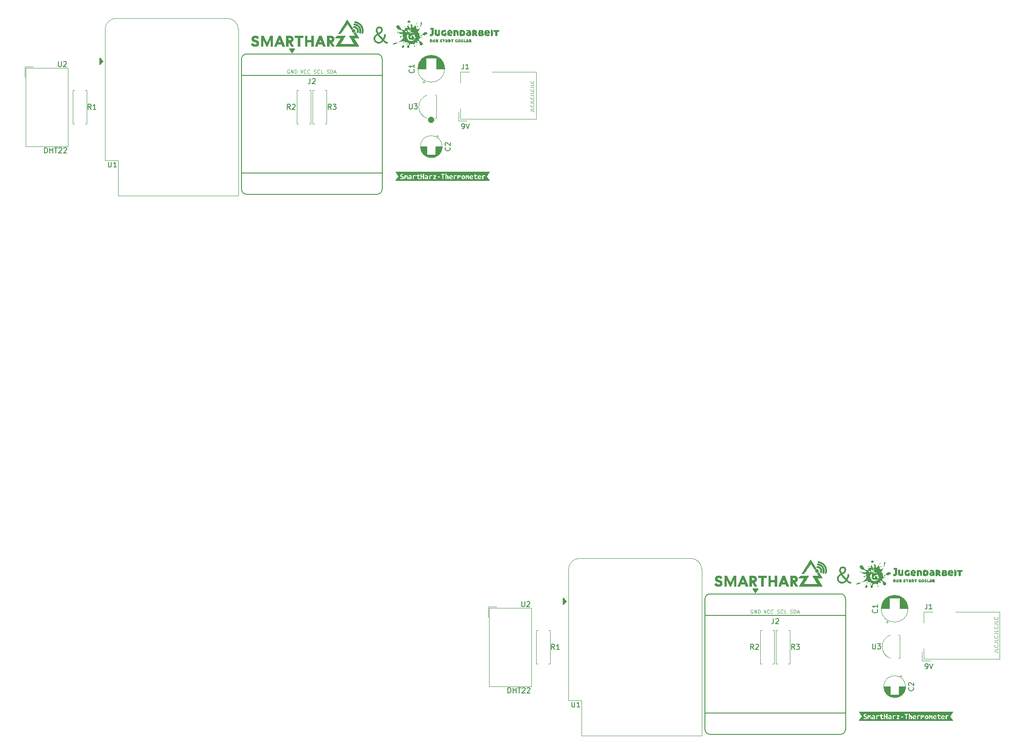
<source format=gbr>
<<<<<<< HEAD
%TF.GenerationSoftware,KiCad,Pcbnew,(6.0.5)*%
%TF.CreationDate,2022-06-04T22:27:33+02:00*%
=======
%TF.GenerationSoftware,KiCad,Pcbnew,6.0.7-f9a2dced07~116~ubuntu22.04.1*%
%TF.CreationDate,2022-09-18T17:51:17+02:00*%
>>>>>>> 1ef551dc16a834aef869da9beec1b41d527119e7
%TF.ProjectId,SmartHarz-Thermometer,536d6172-7448-4617-927a-2d546865726d,1b1*%
%TF.SameCoordinates,Original*%
%TF.FileFunction,Legend,Top*%
%TF.FilePolarity,Positive*%
%FSLAX46Y46*%
G04 Gerber Fmt 4.6, Leading zero omitted, Abs format (unit mm)*
<<<<<<< HEAD
G04 Created by KiCad (PCBNEW (6.0.5)) date 2022-06-04 22:27:33*
=======
G04 Created by KiCad (PCBNEW 6.0.7-f9a2dced07~116~ubuntu22.04.1) date 2022-09-18 17:51:17*
>>>>>>> 1ef551dc16a834aef869da9beec1b41d527119e7
%MOMM*%
%LPD*%
G01*
G04 APERTURE LIST*
<<<<<<< HEAD
=======
G04 Aperture macros list*
%AMRoundRect*
0 Rectangle with rounded corners*
0 $1 Rounding radius*
0 $2 $3 $4 $5 $6 $7 $8 $9 X,Y pos of 4 corners*
0 Add a 4 corners polygon primitive as box body*
4,1,4,$2,$3,$4,$5,$6,$7,$8,$9,$2,$3,0*
0 Add four circle primitives for the rounded corners*
1,1,$1+$1,$2,$3*
1,1,$1+$1,$4,$5*
1,1,$1+$1,$6,$7*
1,1,$1+$1,$8,$9*
0 Add four rect primitives between the rounded corners*
20,1,$1+$1,$2,$3,$4,$5,0*
20,1,$1+$1,$4,$5,$6,$7,0*
20,1,$1+$1,$6,$7,$8,$9,0*
20,1,$1+$1,$8,$9,$2,$3,0*%
G04 Aperture macros list end*
>>>>>>> 1ef551dc16a834aef869da9beec1b41d527119e7
%ADD10C,0.100000*%
%ADD11C,0.036000*%
%ADD12C,0.300000*%
%ADD13C,0.150000*%
%ADD14C,0.120000*%
<<<<<<< HEAD
G04 APERTURE END LIST*
D10*
X188616666Y-88533333D02*
X189116666Y-88533333D01*
X189216666Y-88566666D01*
X189283333Y-88633333D01*
X189316666Y-88733333D01*
X189316666Y-88800000D01*
X189316666Y-87866666D02*
X189316666Y-88200000D01*
X188616666Y-88200000D01*
X189250000Y-87233333D02*
X189283333Y-87266666D01*
X189316666Y-87366666D01*
X189316666Y-87433333D01*
X189283333Y-87533333D01*
X189216666Y-87600000D01*
X189150000Y-87633333D01*
X189016666Y-87666666D01*
X188916666Y-87666666D01*
X188783333Y-87633333D01*
X188716666Y-87600000D01*
X188650000Y-87533333D01*
X188616666Y-87433333D01*
X188616666Y-87366666D01*
X188650000Y-87266666D01*
X188683333Y-87233333D01*
X188616666Y-86733333D02*
X189116666Y-86733333D01*
X189216666Y-86766666D01*
X189283333Y-86833333D01*
X189316666Y-86933333D01*
X189316666Y-87000000D01*
X189316666Y-86066666D02*
X189316666Y-86400000D01*
X188616666Y-86400000D01*
X189250000Y-85433333D02*
X189283333Y-85466666D01*
X189316666Y-85566666D01*
X189316666Y-85633333D01*
X189283333Y-85733333D01*
X189216666Y-85800000D01*
X189150000Y-85833333D01*
X189016666Y-85866666D01*
X188916666Y-85866666D01*
X188783333Y-85833333D01*
X188716666Y-85800000D01*
X188650000Y-85733333D01*
X188616666Y-85633333D01*
X188616666Y-85566666D01*
X188650000Y-85466666D01*
X188683333Y-85433333D01*
X188616666Y-84933333D02*
X189116666Y-84933333D01*
X189216666Y-84966666D01*
X189283333Y-85033333D01*
X189316666Y-85133333D01*
X189316666Y-85200000D01*
X189316666Y-84266666D02*
X189316666Y-84600000D01*
X188616666Y-84600000D01*
X189250000Y-83633333D02*
X189283333Y-83666666D01*
X189316666Y-83766666D01*
X189316666Y-83833333D01*
X189283333Y-83933333D01*
X189216666Y-84000000D01*
X189150000Y-84033333D01*
X189016666Y-84066666D01*
X188916666Y-84066666D01*
X188783333Y-84033333D01*
X188716666Y-84000000D01*
X188650000Y-83933333D01*
X188616666Y-83833333D01*
X188616666Y-83766666D01*
X188650000Y-83666666D01*
X188683333Y-83633333D01*
X188616666Y-83133333D02*
X189116666Y-83133333D01*
X189216666Y-83166666D01*
X189283333Y-83233333D01*
X189316666Y-83333333D01*
X189316666Y-83400000D01*
X189316666Y-82466666D02*
X189316666Y-82800000D01*
X188616666Y-82800000D01*
X189250000Y-81833333D02*
X189283333Y-81866666D01*
X189316666Y-81966666D01*
X189316666Y-82033333D01*
X189283333Y-82133333D01*
X189216666Y-82200000D01*
X189150000Y-82233333D01*
X189016666Y-82266666D01*
X188916666Y-82266666D01*
X188783333Y-82233333D01*
X188716666Y-82200000D01*
X188650000Y-82133333D01*
X188616666Y-82033333D01*
X188616666Y-81966666D01*
X188650000Y-81866666D01*
X188683333Y-81833333D01*
D11*
G36*
X145137986Y-74611054D02*
G01*
X145971900Y-74611054D01*
X145971900Y-73800000D01*
X146374807Y-73800000D01*
X146374332Y-75813109D01*
X145971900Y-75813109D01*
X145971900Y-74973480D01*
X145137986Y-74973480D01*
X145137986Y-75813109D01*
X144735555Y-75813109D01*
X144735555Y-73800000D01*
X145137986Y-73800000D01*
X145137986Y-74611054D01*
G37*
X145137986Y-74611054D02*
X145971900Y-74611054D01*
X145971900Y-73800000D01*
X146374807Y-73800000D01*
X146374332Y-75813109D01*
X145971900Y-75813109D01*
X145971900Y-74973480D01*
X145137986Y-74973480D01*
X145137986Y-75813109D01*
X144735555Y-75813109D01*
X144735555Y-73800000D01*
X145137986Y-73800000D01*
X145137986Y-74611054D01*
G36*
X154133213Y-72537354D02*
G01*
X154147604Y-72538448D01*
X154161786Y-72540251D01*
X154175740Y-72542743D01*
X154189450Y-72545907D01*
X154202897Y-72549725D01*
X154216063Y-72554180D01*
X154228931Y-72559254D01*
X154241483Y-72564929D01*
X154253702Y-72571187D01*
X154265568Y-72578010D01*
X154277066Y-72585380D01*
X154288175Y-72593281D01*
X154298880Y-72601693D01*
X154309162Y-72610600D01*
X154319003Y-72619982D01*
X154328386Y-72629824D01*
X154337293Y-72640105D01*
X154345705Y-72650810D01*
X154353605Y-72661920D01*
X154360976Y-72673417D01*
X154367799Y-72685284D01*
X154374057Y-72697502D01*
X154379732Y-72710054D01*
X154384806Y-72722923D01*
X154389261Y-72736089D01*
X154393079Y-72749536D01*
X154396243Y-72763246D01*
X154398735Y-72777200D01*
X154400537Y-72791381D01*
X154401632Y-72805772D01*
X154402000Y-72820354D01*
X154401632Y-72834936D01*
X154400537Y-72849327D01*
X154398735Y-72863509D01*
X154396243Y-72877463D01*
X154393079Y-72891173D01*
X154389261Y-72904619D01*
X154384806Y-72917786D01*
X154379732Y-72930654D01*
X154374057Y-72943206D01*
X154367799Y-72955425D01*
X154360976Y-72967291D01*
X154353605Y-72978788D01*
X154345705Y-72989898D01*
X154337293Y-73000603D01*
X154328386Y-73010885D01*
X154319003Y-73020726D01*
X154309162Y-73030109D01*
X154298880Y-73039015D01*
X154288175Y-73047428D01*
X154277066Y-73055328D01*
X154265568Y-73062699D01*
X154253702Y-73069522D01*
X154241483Y-73075780D01*
X154228931Y-73081454D01*
X154216063Y-73086528D01*
X154202897Y-73090983D01*
X154189450Y-73094802D01*
X154175740Y-73097966D01*
X154161786Y-73100458D01*
X154147604Y-73102260D01*
X154133213Y-73103354D01*
X154118631Y-73103723D01*
X154104049Y-73103354D01*
X154089659Y-73102260D01*
X154075477Y-73100458D01*
X154061523Y-73097966D01*
X154047813Y-73094802D01*
X154034366Y-73090983D01*
X154021200Y-73086528D01*
X154008331Y-73081454D01*
X153995779Y-73075780D01*
X153983561Y-73069522D01*
X153971694Y-73062699D01*
X153960197Y-73055328D01*
X153949087Y-73047428D01*
X153938382Y-73039015D01*
X153928100Y-73030109D01*
X153918259Y-73020726D01*
X153908877Y-73010885D01*
X153899970Y-73000603D01*
X153891558Y-72989898D01*
X153883657Y-72978788D01*
X153876287Y-72967291D01*
X153869463Y-72955425D01*
X153863206Y-72943206D01*
X153857531Y-72930654D01*
X153852457Y-72917786D01*
X153848002Y-72904619D01*
X153844184Y-72891173D01*
X153841019Y-72877463D01*
X153838527Y-72863509D01*
X153836725Y-72849327D01*
X153835631Y-72834936D01*
X153835262Y-72820354D01*
X153835631Y-72805772D01*
X153836725Y-72791381D01*
X153838527Y-72777200D01*
X153841019Y-72763246D01*
X153844184Y-72749536D01*
X153848002Y-72736089D01*
X153852457Y-72722923D01*
X153857531Y-72710054D01*
X153863206Y-72697502D01*
X153869463Y-72685284D01*
X153876287Y-72673417D01*
X153883657Y-72661920D01*
X153891558Y-72650810D01*
X153899970Y-72640105D01*
X153908877Y-72629824D01*
X153918259Y-72619982D01*
X153928100Y-72610600D01*
X153938382Y-72601693D01*
X153949087Y-72593281D01*
X153960197Y-72585380D01*
X153971694Y-72578010D01*
X153983561Y-72571187D01*
X153995779Y-72564929D01*
X154008331Y-72559254D01*
X154021200Y-72554180D01*
X154034366Y-72549725D01*
X154047813Y-72545907D01*
X154061523Y-72542743D01*
X154075477Y-72540251D01*
X154089659Y-72538448D01*
X154104049Y-72537354D01*
X154118631Y-72536985D01*
X154133213Y-72537354D01*
G37*
X154133213Y-72537354D02*
X154147604Y-72538448D01*
X154161786Y-72540251D01*
X154175740Y-72542743D01*
X154189450Y-72545907D01*
X154202897Y-72549725D01*
X154216063Y-72554180D01*
X154228931Y-72559254D01*
X154241483Y-72564929D01*
X154253702Y-72571187D01*
X154265568Y-72578010D01*
X154277066Y-72585380D01*
X154288175Y-72593281D01*
X154298880Y-72601693D01*
X154309162Y-72610600D01*
X154319003Y-72619982D01*
X154328386Y-72629824D01*
X154337293Y-72640105D01*
X154345705Y-72650810D01*
X154353605Y-72661920D01*
X154360976Y-72673417D01*
X154367799Y-72685284D01*
X154374057Y-72697502D01*
X154379732Y-72710054D01*
X154384806Y-72722923D01*
X154389261Y-72736089D01*
X154393079Y-72749536D01*
X154396243Y-72763246D01*
X154398735Y-72777200D01*
X154400537Y-72791381D01*
X154401632Y-72805772D01*
X154402000Y-72820354D01*
X154401632Y-72834936D01*
X154400537Y-72849327D01*
X154398735Y-72863509D01*
X154396243Y-72877463D01*
X154393079Y-72891173D01*
X154389261Y-72904619D01*
X154384806Y-72917786D01*
X154379732Y-72930654D01*
X154374057Y-72943206D01*
X154367799Y-72955425D01*
X154360976Y-72967291D01*
X154353605Y-72978788D01*
X154345705Y-72989898D01*
X154337293Y-73000603D01*
X154328386Y-73010885D01*
X154319003Y-73020726D01*
X154309162Y-73030109D01*
X154298880Y-73039015D01*
X154288175Y-73047428D01*
X154277066Y-73055328D01*
X154265568Y-73062699D01*
X154253702Y-73069522D01*
X154241483Y-73075780D01*
X154228931Y-73081454D01*
X154216063Y-73086528D01*
X154202897Y-73090983D01*
X154189450Y-73094802D01*
X154175740Y-73097966D01*
X154161786Y-73100458D01*
X154147604Y-73102260D01*
X154133213Y-73103354D01*
X154118631Y-73103723D01*
X154104049Y-73103354D01*
X154089659Y-73102260D01*
X154075477Y-73100458D01*
X154061523Y-73097966D01*
X154047813Y-73094802D01*
X154034366Y-73090983D01*
X154021200Y-73086528D01*
X154008331Y-73081454D01*
X153995779Y-73075780D01*
X153983561Y-73069522D01*
X153971694Y-73062699D01*
X153960197Y-73055328D01*
X153949087Y-73047428D01*
X153938382Y-73039015D01*
X153928100Y-73030109D01*
X153918259Y-73020726D01*
X153908877Y-73010885D01*
X153899970Y-73000603D01*
X153891558Y-72989898D01*
X153883657Y-72978788D01*
X153876287Y-72967291D01*
X153869463Y-72955425D01*
X153863206Y-72943206D01*
X153857531Y-72930654D01*
X153852457Y-72917786D01*
X153848002Y-72904619D01*
X153844184Y-72891173D01*
X153841019Y-72877463D01*
X153838527Y-72863509D01*
X153836725Y-72849327D01*
X153835631Y-72834936D01*
X153835262Y-72820354D01*
X153835631Y-72805772D01*
X153836725Y-72791381D01*
X153838527Y-72777200D01*
X153841019Y-72763246D01*
X153844184Y-72749536D01*
X153848002Y-72736089D01*
X153852457Y-72722923D01*
X153857531Y-72710054D01*
X153863206Y-72697502D01*
X153869463Y-72685284D01*
X153876287Y-72673417D01*
X153883657Y-72661920D01*
X153891558Y-72650810D01*
X153899970Y-72640105D01*
X153908877Y-72629824D01*
X153918259Y-72619982D01*
X153928100Y-72610600D01*
X153938382Y-72601693D01*
X153949087Y-72593281D01*
X153960197Y-72585380D01*
X153971694Y-72578010D01*
X153983561Y-72571187D01*
X153995779Y-72564929D01*
X154008331Y-72559254D01*
X154021200Y-72554180D01*
X154034366Y-72549725D01*
X154047813Y-72545907D01*
X154061523Y-72542743D01*
X154075477Y-72540251D01*
X154089659Y-72538448D01*
X154104049Y-72537354D01*
X154118631Y-72536985D01*
X154133213Y-72537354D01*
G36*
X149641406Y-73797619D02*
G01*
X149683216Y-73798007D01*
X149723981Y-73799699D01*
X149763682Y-73802687D01*
X149802301Y-73806961D01*
X149839818Y-73812511D01*
X149876217Y-73819328D01*
X149911477Y-73827402D01*
X149945581Y-73836724D01*
X149978511Y-73847284D01*
X150010247Y-73859073D01*
X150040771Y-73872081D01*
X150070065Y-73886299D01*
X150098110Y-73901718D01*
X150124888Y-73918327D01*
X150150380Y-73936117D01*
X150174568Y-73955079D01*
X150197433Y-73975204D01*
X150218957Y-73996481D01*
X150239122Y-74018901D01*
X150257908Y-74042455D01*
X150275297Y-74067134D01*
X150291272Y-74092927D01*
X150305813Y-74119825D01*
X150318901Y-74147819D01*
X150330519Y-74176899D01*
X150340648Y-74207056D01*
X150349270Y-74238280D01*
X150356365Y-74270562D01*
X150361916Y-74303892D01*
X150365903Y-74338261D01*
X150368309Y-74373659D01*
X150369116Y-74410077D01*
X150369117Y-74410553D01*
X150368554Y-74440148D01*
X150366959Y-74469013D01*
X150364341Y-74497149D01*
X150360711Y-74524553D01*
X150356078Y-74551226D01*
X150350450Y-74577166D01*
X150343837Y-74602373D01*
X150336249Y-74626845D01*
X150327694Y-74650582D01*
X150318183Y-74673582D01*
X150307724Y-74695846D01*
X150296327Y-74717371D01*
X150284001Y-74738158D01*
X150270755Y-74758205D01*
X150256599Y-74777512D01*
X150241542Y-74796077D01*
X150225594Y-74813900D01*
X150208763Y-74830980D01*
X150191059Y-74847316D01*
X150172492Y-74862907D01*
X150153071Y-74877752D01*
X150132805Y-74891850D01*
X150111703Y-74905201D01*
X150089775Y-74917804D01*
X150067030Y-74929657D01*
X150043477Y-74940760D01*
X150019126Y-74951112D01*
X149993986Y-74960713D01*
X149941377Y-74977654D01*
X149885724Y-74991578D01*
X150449128Y-75814062D01*
X149974782Y-75814062D01*
X149546157Y-75175410D01*
X149535672Y-75159145D01*
X149525589Y-75142713D01*
X149515819Y-75125901D01*
X149506272Y-75108497D01*
X149496858Y-75090290D01*
X149487490Y-75071067D01*
X149478077Y-75050616D01*
X149468529Y-75028725D01*
X149393758Y-75028725D01*
X149393758Y-75813585D01*
X148991326Y-75813585D01*
X148991326Y-74665346D01*
X149394233Y-74665346D01*
X149618546Y-74665346D01*
X149638761Y-74665086D01*
X149658416Y-74664306D01*
X149677504Y-74663010D01*
X149696021Y-74661200D01*
X149713962Y-74658878D01*
X149731320Y-74656048D01*
X149748092Y-74652711D01*
X149764271Y-74648871D01*
X149779852Y-74644530D01*
X149794830Y-74639691D01*
X149809199Y-74634356D01*
X149822955Y-74628528D01*
X149836091Y-74622210D01*
X149848603Y-74615404D01*
X149860485Y-74608112D01*
X149871732Y-74600338D01*
X149882339Y-74592085D01*
X149892299Y-74583353D01*
X149901609Y-74574147D01*
X149910263Y-74564469D01*
X149918254Y-74554321D01*
X149925579Y-74543707D01*
X149932231Y-74532628D01*
X149938206Y-74521088D01*
X149943498Y-74509088D01*
X149948101Y-74496632D01*
X149952011Y-74483722D01*
X149955222Y-74470361D01*
X149957728Y-74456552D01*
X149959525Y-74442296D01*
X149960608Y-74427598D01*
X149960969Y-74412458D01*
X149960608Y-74397578D01*
X149959525Y-74383123D01*
X149957728Y-74369095D01*
X149955222Y-74355498D01*
X149952011Y-74342335D01*
X149948101Y-74329609D01*
X149943498Y-74317323D01*
X149938206Y-74305480D01*
X149932231Y-74294084D01*
X149925579Y-74283138D01*
X149918254Y-74272644D01*
X149910263Y-74262607D01*
X149901609Y-74253028D01*
X149892299Y-74243912D01*
X149882339Y-74235260D01*
X149871732Y-74227078D01*
X149860485Y-74219367D01*
X149848603Y-74212130D01*
X149836091Y-74205372D01*
X149822955Y-74199094D01*
X149794830Y-74187995D01*
X149764271Y-74178857D01*
X149731320Y-74171707D01*
X149696021Y-74166568D01*
X149658416Y-74163466D01*
X149618546Y-74162427D01*
X149394233Y-74162427D01*
X149394233Y-74665346D01*
X148991326Y-74665346D01*
X148991326Y-73800477D01*
X149641406Y-73797619D01*
G37*
X149641406Y-73797619D02*
X149683216Y-73798007D01*
X149723981Y-73799699D01*
X149763682Y-73802687D01*
X149802301Y-73806961D01*
X149839818Y-73812511D01*
X149876217Y-73819328D01*
X149911477Y-73827402D01*
X149945581Y-73836724D01*
X149978511Y-73847284D01*
X150010247Y-73859073D01*
X150040771Y-73872081D01*
X150070065Y-73886299D01*
X150098110Y-73901718D01*
X150124888Y-73918327D01*
X150150380Y-73936117D01*
X150174568Y-73955079D01*
X150197433Y-73975204D01*
X150218957Y-73996481D01*
X150239122Y-74018901D01*
X150257908Y-74042455D01*
X150275297Y-74067134D01*
X150291272Y-74092927D01*
X150305813Y-74119825D01*
X150318901Y-74147819D01*
X150330519Y-74176899D01*
X150340648Y-74207056D01*
X150349270Y-74238280D01*
X150356365Y-74270562D01*
X150361916Y-74303892D01*
X150365903Y-74338261D01*
X150368309Y-74373659D01*
X150369116Y-74410077D01*
X150369117Y-74410553D01*
X150368554Y-74440148D01*
X150366959Y-74469013D01*
X150364341Y-74497149D01*
X150360711Y-74524553D01*
X150356078Y-74551226D01*
X150350450Y-74577166D01*
X150343837Y-74602373D01*
X150336249Y-74626845D01*
X150327694Y-74650582D01*
X150318183Y-74673582D01*
X150307724Y-74695846D01*
X150296327Y-74717371D01*
X150284001Y-74738158D01*
X150270755Y-74758205D01*
X150256599Y-74777512D01*
X150241542Y-74796077D01*
X150225594Y-74813900D01*
X150208763Y-74830980D01*
X150191059Y-74847316D01*
X150172492Y-74862907D01*
X150153071Y-74877752D01*
X150132805Y-74891850D01*
X150111703Y-74905201D01*
X150089775Y-74917804D01*
X150067030Y-74929657D01*
X150043477Y-74940760D01*
X150019126Y-74951112D01*
X149993986Y-74960713D01*
X149941377Y-74977654D01*
X149885724Y-74991578D01*
X150449128Y-75814062D01*
X149974782Y-75814062D01*
X149546157Y-75175410D01*
X149535672Y-75159145D01*
X149525589Y-75142713D01*
X149515819Y-75125901D01*
X149506272Y-75108497D01*
X149496858Y-75090290D01*
X149487490Y-75071067D01*
X149478077Y-75050616D01*
X149468529Y-75028725D01*
X149393758Y-75028725D01*
X149393758Y-75813585D01*
X148991326Y-75813585D01*
X148991326Y-74665346D01*
X149394233Y-74665346D01*
X149618546Y-74665346D01*
X149638761Y-74665086D01*
X149658416Y-74664306D01*
X149677504Y-74663010D01*
X149696021Y-74661200D01*
X149713962Y-74658878D01*
X149731320Y-74656048D01*
X149748092Y-74652711D01*
X149764271Y-74648871D01*
X149779852Y-74644530D01*
X149794830Y-74639691D01*
X149809199Y-74634356D01*
X149822955Y-74628528D01*
X149836091Y-74622210D01*
X149848603Y-74615404D01*
X149860485Y-74608112D01*
X149871732Y-74600338D01*
X149882339Y-74592085D01*
X149892299Y-74583353D01*
X149901609Y-74574147D01*
X149910263Y-74564469D01*
X149918254Y-74554321D01*
X149925579Y-74543707D01*
X149932231Y-74532628D01*
X149938206Y-74521088D01*
X149943498Y-74509088D01*
X149948101Y-74496632D01*
X149952011Y-74483722D01*
X149955222Y-74470361D01*
X149957728Y-74456552D01*
X149959525Y-74442296D01*
X149960608Y-74427598D01*
X149960969Y-74412458D01*
X149960608Y-74397578D01*
X149959525Y-74383123D01*
X149957728Y-74369095D01*
X149955222Y-74355498D01*
X149952011Y-74342335D01*
X149948101Y-74329609D01*
X149943498Y-74317323D01*
X149938206Y-74305480D01*
X149932231Y-74294084D01*
X149925579Y-74283138D01*
X149918254Y-74272644D01*
X149910263Y-74262607D01*
X149901609Y-74253028D01*
X149892299Y-74243912D01*
X149882339Y-74235260D01*
X149871732Y-74227078D01*
X149860485Y-74219367D01*
X149848603Y-74212130D01*
X149836091Y-74205372D01*
X149822955Y-74199094D01*
X149794830Y-74187995D01*
X149764271Y-74178857D01*
X149731320Y-74171707D01*
X149696021Y-74166568D01*
X149658416Y-74163466D01*
X149618546Y-74162427D01*
X149394233Y-74162427D01*
X149394233Y-74665346D01*
X148991326Y-74665346D01*
X148991326Y-73800477D01*
X149641406Y-73797619D01*
G36*
X154024811Y-72377442D02*
G01*
X154000071Y-72383390D01*
X153975886Y-72390670D01*
X153952294Y-72399240D01*
X153929338Y-72409060D01*
X153907057Y-72420089D01*
X153885491Y-72432284D01*
X153864682Y-72445605D01*
X153844669Y-72460012D01*
X153825494Y-72475462D01*
X153807196Y-72491914D01*
X153789817Y-72509328D01*
X153773396Y-72527661D01*
X153757974Y-72546874D01*
X153743591Y-72566925D01*
X153730289Y-72587772D01*
X153718107Y-72609375D01*
X152939675Y-71413401D01*
X151646419Y-73400427D01*
X151174455Y-73400427D01*
X152445127Y-71413035D01*
X152939437Y-71413035D01*
X152939675Y-71413401D01*
X152939914Y-71413035D01*
X152939437Y-71413035D01*
X152445127Y-71413035D01*
X152925626Y-70661513D01*
X154024811Y-72377442D01*
G37*
X154024811Y-72377442D02*
X154000071Y-72383390D01*
X153975886Y-72390670D01*
X153952294Y-72399240D01*
X153929338Y-72409060D01*
X153907057Y-72420089D01*
X153885491Y-72432284D01*
X153864682Y-72445605D01*
X153844669Y-72460012D01*
X153825494Y-72475462D01*
X153807196Y-72491914D01*
X153789817Y-72509328D01*
X153773396Y-72527661D01*
X153757974Y-72546874D01*
X153743591Y-72566925D01*
X153730289Y-72587772D01*
X153718107Y-72609375D01*
X152939675Y-71413401D01*
X151646419Y-73400427D01*
X151174455Y-73400427D01*
X152445127Y-71413035D01*
X152939437Y-71413035D01*
X152939675Y-71413401D01*
X152939914Y-71413035D01*
X152939437Y-71413035D01*
X152445127Y-71413035D01*
X152925626Y-70661513D01*
X154024811Y-72377442D01*
G36*
X154454195Y-70992053D02*
G01*
X154552387Y-71005661D01*
X154649655Y-71024714D01*
X154745750Y-71049166D01*
X154840421Y-71078969D01*
X154933420Y-71114079D01*
X155024496Y-71154449D01*
X155113400Y-71200033D01*
X155199881Y-71250785D01*
X155283691Y-71306659D01*
X155364579Y-71367609D01*
X155442295Y-71433589D01*
X155516590Y-71504552D01*
X155587215Y-71580454D01*
X155653918Y-71661248D01*
X155716451Y-71746887D01*
X155773799Y-71836081D01*
X155825141Y-71927406D01*
X155870525Y-72020614D01*
X155909995Y-72115460D01*
X155943596Y-72211694D01*
X155971374Y-72309072D01*
X155993374Y-72407345D01*
X156009642Y-72506267D01*
X156020223Y-72605591D01*
X156025162Y-72705070D01*
X156024505Y-72804457D01*
X156018297Y-72903504D01*
X156006583Y-73001966D01*
X155989408Y-73099595D01*
X155966819Y-73196144D01*
X155938860Y-73291365D01*
X155673588Y-73241835D01*
X155699790Y-73159497D01*
X155721216Y-73075870D01*
X155737825Y-72991182D01*
X155749573Y-72905662D01*
X155756418Y-72819540D01*
X155758318Y-72733044D01*
X155755229Y-72646403D01*
X155747110Y-72559845D01*
X155733918Y-72473600D01*
X155715609Y-72387897D01*
X155692143Y-72302963D01*
X155663476Y-72219029D01*
X155629565Y-72136322D01*
X155590369Y-72055073D01*
X155545844Y-71975508D01*
X155495947Y-71897858D01*
X155441419Y-71823391D01*
X155383179Y-71753253D01*
X155321455Y-71687484D01*
X155256475Y-71626128D01*
X155188467Y-71569225D01*
X155117660Y-71516817D01*
X155044281Y-71468947D01*
X154968559Y-71425656D01*
X154890722Y-71386986D01*
X154810998Y-71352980D01*
X154729615Y-71323678D01*
X154646801Y-71299122D01*
X154562784Y-71279356D01*
X154477793Y-71264419D01*
X154392055Y-71254355D01*
X154305799Y-71249206D01*
X154355329Y-70983934D01*
X154454195Y-70992053D01*
G37*
X154454195Y-70992053D02*
X154552387Y-71005661D01*
X154649655Y-71024714D01*
X154745750Y-71049166D01*
X154840421Y-71078969D01*
X154933420Y-71114079D01*
X155024496Y-71154449D01*
X155113400Y-71200033D01*
X155199881Y-71250785D01*
X155283691Y-71306659D01*
X155364579Y-71367609D01*
X155442295Y-71433589D01*
X155516590Y-71504552D01*
X155587215Y-71580454D01*
X155653918Y-71661248D01*
X155716451Y-71746887D01*
X155773799Y-71836081D01*
X155825141Y-71927406D01*
X155870525Y-72020614D01*
X155909995Y-72115460D01*
X155943596Y-72211694D01*
X155971374Y-72309072D01*
X155993374Y-72407345D01*
X156009642Y-72506267D01*
X156020223Y-72605591D01*
X156025162Y-72705070D01*
X156024505Y-72804457D01*
X156018297Y-72903504D01*
X156006583Y-73001966D01*
X155989408Y-73099595D01*
X155966819Y-73196144D01*
X155938860Y-73291365D01*
X155673588Y-73241835D01*
X155699790Y-73159497D01*
X155721216Y-73075870D01*
X155737825Y-72991182D01*
X155749573Y-72905662D01*
X155756418Y-72819540D01*
X155758318Y-72733044D01*
X155755229Y-72646403D01*
X155747110Y-72559845D01*
X155733918Y-72473600D01*
X155715609Y-72387897D01*
X155692143Y-72302963D01*
X155663476Y-72219029D01*
X155629565Y-72136322D01*
X155590369Y-72055073D01*
X155545844Y-71975508D01*
X155495947Y-71897858D01*
X155441419Y-71823391D01*
X155383179Y-71753253D01*
X155321455Y-71687484D01*
X155256475Y-71626128D01*
X155188467Y-71569225D01*
X155117660Y-71516817D01*
X155044281Y-71468947D01*
X154968559Y-71425656D01*
X154890722Y-71386986D01*
X154810998Y-71352980D01*
X154729615Y-71323678D01*
X154646801Y-71299122D01*
X154562784Y-71279356D01*
X154477793Y-71264419D01*
X154392055Y-71254355D01*
X154305799Y-71249206D01*
X154355329Y-70983934D01*
X154454195Y-70992053D01*
G36*
X139930192Y-73799524D02*
G01*
X140749818Y-75812633D01*
X140312622Y-75812633D01*
X140174509Y-75430204D01*
X139334880Y-75430204D01*
X139196768Y-75812633D01*
X138759570Y-75812633D01*
X139058054Y-75082065D01*
X139466801Y-75082065D01*
X140042111Y-75082065D01*
X139826370Y-74532949D01*
X139815779Y-74504782D01*
X139805490Y-74476380D01*
X139795580Y-74447777D01*
X139786127Y-74419006D01*
X139777211Y-74390102D01*
X139768908Y-74361097D01*
X139761297Y-74332025D01*
X139754456Y-74302920D01*
X139738800Y-74361499D01*
X139730447Y-74390855D01*
X139721714Y-74420078D01*
X139712580Y-74449032D01*
X139703021Y-74477585D01*
X139693016Y-74505602D01*
X139682543Y-74532949D01*
X139466801Y-75082065D01*
X139058054Y-75082065D01*
X139582054Y-73799524D01*
X139930192Y-73799524D01*
G37*
X139930192Y-73799524D02*
X140749818Y-75812633D01*
X140312622Y-75812633D01*
X140174509Y-75430204D01*
X139334880Y-75430204D01*
X139196768Y-75812633D01*
X138759570Y-75812633D01*
X139058054Y-75082065D01*
X139466801Y-75082065D01*
X140042111Y-75082065D01*
X139826370Y-74532949D01*
X139815779Y-74504782D01*
X139805490Y-74476380D01*
X139795580Y-74447777D01*
X139786127Y-74419006D01*
X139777211Y-74390102D01*
X139768908Y-74361097D01*
X139761297Y-74332025D01*
X139754456Y-74302920D01*
X139738800Y-74361499D01*
X139730447Y-74390855D01*
X139721714Y-74420078D01*
X139712580Y-74449032D01*
X139703021Y-74477585D01*
X139693016Y-74505602D01*
X139682543Y-74532949D01*
X139466801Y-75082065D01*
X139058054Y-75082065D01*
X139582054Y-73799524D01*
X139930192Y-73799524D01*
G36*
X137097458Y-74688207D02*
G01*
X137148039Y-74796458D01*
X137190371Y-74889489D01*
X137225359Y-74969048D01*
X137253906Y-75036881D01*
X137276917Y-75094735D01*
X137295295Y-75144357D01*
X137309945Y-75187494D01*
X137321772Y-75225893D01*
X137332655Y-75187494D01*
X137346596Y-75144357D01*
X137364467Y-75094735D01*
X137387137Y-75036881D01*
X137415477Y-74969048D01*
X137450359Y-74889489D01*
X137492652Y-74796458D01*
X137543228Y-74688207D01*
X137543704Y-74688207D01*
X137963756Y-73799524D01*
X138446674Y-73799524D01*
X138446674Y-75812633D01*
X138052815Y-75812633D01*
X138052815Y-74998722D01*
X138053223Y-74902335D01*
X138054467Y-74816809D01*
X138056582Y-74740057D01*
X138059602Y-74669990D01*
X138063559Y-74604523D01*
X138068487Y-74541566D01*
X138074419Y-74479034D01*
X138081390Y-74414839D01*
X137411306Y-75812633D01*
X137215568Y-75812633D01*
X136545484Y-74414839D01*
X136552455Y-74479171D01*
X136558387Y-74541767D01*
X136563315Y-74604732D01*
X136567272Y-74670169D01*
X136570292Y-74740182D01*
X136572407Y-74816876D01*
X136573652Y-74902355D01*
X136574059Y-74998722D01*
X136574059Y-75812633D01*
X136180200Y-75812633D01*
X136180200Y-73799524D01*
X136680739Y-73799524D01*
X137097458Y-74688207D01*
G37*
X137097458Y-74688207D02*
X137148039Y-74796458D01*
X137190371Y-74889489D01*
X137225359Y-74969048D01*
X137253906Y-75036881D01*
X137276917Y-75094735D01*
X137295295Y-75144357D01*
X137309945Y-75187494D01*
X137321772Y-75225893D01*
X137332655Y-75187494D01*
X137346596Y-75144357D01*
X137364467Y-75094735D01*
X137387137Y-75036881D01*
X137415477Y-74969048D01*
X137450359Y-74889489D01*
X137492652Y-74796458D01*
X137543228Y-74688207D01*
X137543704Y-74688207D01*
X137963756Y-73799524D01*
X138446674Y-73799524D01*
X138446674Y-75812633D01*
X138052815Y-75812633D01*
X138052815Y-74998722D01*
X138053223Y-74902335D01*
X138054467Y-74816809D01*
X138056582Y-74740057D01*
X138059602Y-74669990D01*
X138063559Y-74604523D01*
X138068487Y-74541566D01*
X138074419Y-74479034D01*
X138081390Y-74414839D01*
X137411306Y-75812633D01*
X137215568Y-75812633D01*
X136545484Y-74414839D01*
X136552455Y-74479171D01*
X136558387Y-74541767D01*
X136563315Y-74604732D01*
X136567272Y-74670169D01*
X136570292Y-74740182D01*
X136572407Y-74816876D01*
X136573652Y-74902355D01*
X136574059Y-74998722D01*
X136574059Y-75812633D01*
X136180200Y-75812633D01*
X136180200Y-73799524D01*
X136680739Y-73799524D01*
X137097458Y-74688207D01*
G36*
X154256717Y-71908275D02*
G01*
X154312837Y-71912732D01*
X154368506Y-71920770D01*
X154423536Y-71932355D01*
X154477739Y-71947452D01*
X154530928Y-71966028D01*
X154582915Y-71988048D01*
X154633512Y-72013478D01*
X154682532Y-72042284D01*
X154729787Y-72074431D01*
X154775090Y-72109886D01*
X154818252Y-72148614D01*
X154859086Y-72190581D01*
X154897404Y-72235754D01*
X154933019Y-72284097D01*
X154933972Y-72284097D01*
X154966281Y-72334764D01*
X154994653Y-72386807D01*
X155019123Y-72440038D01*
X155039729Y-72494272D01*
X155056506Y-72549320D01*
X155069491Y-72604996D01*
X155078720Y-72661113D01*
X155084229Y-72717484D01*
X155086054Y-72773922D01*
X155084232Y-72830240D01*
X155078800Y-72886251D01*
X155069792Y-72941768D01*
X155057247Y-72996604D01*
X155041199Y-73050573D01*
X155021685Y-73103486D01*
X154998742Y-73155158D01*
X154721564Y-73103723D01*
X154744134Y-73065835D01*
X154763779Y-73026588D01*
X154780466Y-72986162D01*
X154794162Y-72944737D01*
X154804833Y-72902495D01*
X154812446Y-72859616D01*
X154816967Y-72816281D01*
X154818362Y-72772670D01*
X154816598Y-72728964D01*
X154811642Y-72685344D01*
X154803461Y-72641990D01*
X154792019Y-72599084D01*
X154777285Y-72556806D01*
X154759225Y-72515336D01*
X154737805Y-72474855D01*
X154712992Y-72435544D01*
X154699422Y-72416551D01*
X154685251Y-72398241D01*
X154670499Y-72380617D01*
X154655191Y-72363683D01*
X154639348Y-72347446D01*
X154622993Y-72331907D01*
X154606149Y-72317072D01*
X154588839Y-72302946D01*
X154571086Y-72289531D01*
X154552911Y-72276833D01*
X154534338Y-72264856D01*
X154515389Y-72253605D01*
X154496087Y-72243082D01*
X154476455Y-72233293D01*
X154456515Y-72224242D01*
X154436291Y-72215933D01*
X154415804Y-72208371D01*
X154395077Y-72201559D01*
X154374133Y-72195503D01*
X154352995Y-72190206D01*
X154331686Y-72185672D01*
X154310227Y-72181906D01*
X154288642Y-72178912D01*
X154266954Y-72176695D01*
X154245185Y-72175258D01*
X154223357Y-72174606D01*
X154201494Y-72174744D01*
X154179618Y-72175675D01*
X154157752Y-72177403D01*
X154135918Y-72179934D01*
X154114139Y-72183271D01*
X154092439Y-72187418D01*
X154143872Y-71910241D01*
X154200333Y-71907433D01*
X154256717Y-71908275D01*
G37*
X154256717Y-71908275D02*
X154312837Y-71912732D01*
X154368506Y-71920770D01*
X154423536Y-71932355D01*
X154477739Y-71947452D01*
X154530928Y-71966028D01*
X154582915Y-71988048D01*
X154633512Y-72013478D01*
X154682532Y-72042284D01*
X154729787Y-72074431D01*
X154775090Y-72109886D01*
X154818252Y-72148614D01*
X154859086Y-72190581D01*
X154897404Y-72235754D01*
X154933019Y-72284097D01*
X154933972Y-72284097D01*
X154966281Y-72334764D01*
X154994653Y-72386807D01*
X155019123Y-72440038D01*
X155039729Y-72494272D01*
X155056506Y-72549320D01*
X155069491Y-72604996D01*
X155078720Y-72661113D01*
X155084229Y-72717484D01*
X155086054Y-72773922D01*
X155084232Y-72830240D01*
X155078800Y-72886251D01*
X155069792Y-72941768D01*
X155057247Y-72996604D01*
X155041199Y-73050573D01*
X155021685Y-73103486D01*
X154998742Y-73155158D01*
X154721564Y-73103723D01*
X154744134Y-73065835D01*
X154763779Y-73026588D01*
X154780466Y-72986162D01*
X154794162Y-72944737D01*
X154804833Y-72902495D01*
X154812446Y-72859616D01*
X154816967Y-72816281D01*
X154818362Y-72772670D01*
X154816598Y-72728964D01*
X154811642Y-72685344D01*
X154803461Y-72641990D01*
X154792019Y-72599084D01*
X154777285Y-72556806D01*
X154759225Y-72515336D01*
X154737805Y-72474855D01*
X154712992Y-72435544D01*
X154699422Y-72416551D01*
X154685251Y-72398241D01*
X154670499Y-72380617D01*
X154655191Y-72363683D01*
X154639348Y-72347446D01*
X154622993Y-72331907D01*
X154606149Y-72317072D01*
X154588839Y-72302946D01*
X154571086Y-72289531D01*
X154552911Y-72276833D01*
X154534338Y-72264856D01*
X154515389Y-72253605D01*
X154496087Y-72243082D01*
X154476455Y-72233293D01*
X154456515Y-72224242D01*
X154436291Y-72215933D01*
X154415804Y-72208371D01*
X154395077Y-72201559D01*
X154374133Y-72195503D01*
X154352995Y-72190206D01*
X154331686Y-72185672D01*
X154310227Y-72181906D01*
X154288642Y-72178912D01*
X154266954Y-72176695D01*
X154245185Y-72175258D01*
X154223357Y-72174606D01*
X154201494Y-72174744D01*
X154179618Y-72175675D01*
X154157752Y-72177403D01*
X154135918Y-72179934D01*
X154114139Y-72183271D01*
X154092439Y-72187418D01*
X154143872Y-71910241D01*
X154200333Y-71907433D01*
X154256717Y-71908275D01*
G36*
X147858801Y-73800000D02*
G01*
X148678427Y-75813109D01*
X148241230Y-75813109D01*
X148103118Y-75430680D01*
X147263489Y-75430680D01*
X147125376Y-75813109D01*
X146688179Y-75813109D01*
X146986663Y-75082542D01*
X147395409Y-75082542D01*
X147970721Y-75082542D01*
X147754979Y-74533425D01*
X147744388Y-74505258D01*
X147734098Y-74476856D01*
X147724188Y-74448253D01*
X147714736Y-74419483D01*
X147705819Y-74390578D01*
X147697516Y-74361574D01*
X147689906Y-74332502D01*
X147683066Y-74303397D01*
X147667408Y-74361976D01*
X147659055Y-74391332D01*
X147650323Y-74420554D01*
X147641188Y-74449509D01*
X147631629Y-74478061D01*
X147621624Y-74506078D01*
X147611150Y-74533425D01*
X147395409Y-75082542D01*
X146986663Y-75082542D01*
X147510663Y-73800000D01*
X147858801Y-73800000D01*
G37*
X147858801Y-73800000D02*
X148678427Y-75813109D01*
X148241230Y-75813109D01*
X148103118Y-75430680D01*
X147263489Y-75430680D01*
X147125376Y-75813109D01*
X146688179Y-75813109D01*
X146986663Y-75082542D01*
X147395409Y-75082542D01*
X147970721Y-75082542D01*
X147754979Y-74533425D01*
X147744388Y-74505258D01*
X147734098Y-74476856D01*
X147724188Y-74448253D01*
X147714736Y-74419483D01*
X147705819Y-74390578D01*
X147697516Y-74361574D01*
X147689906Y-74332502D01*
X147683066Y-74303397D01*
X147667408Y-74361976D01*
X147659055Y-74391332D01*
X147650323Y-74420554D01*
X147641188Y-74449509D01*
X147631629Y-74478061D01*
X147621624Y-74506078D01*
X147611150Y-74533425D01*
X147395409Y-75082542D01*
X146986663Y-75082542D01*
X147510663Y-73800000D01*
X147858801Y-73800000D01*
G36*
X144324075Y-74162427D02*
G01*
X143749241Y-74162427D01*
X143749241Y-75813109D01*
X143346333Y-75813109D01*
X143346333Y-74162427D01*
X142771501Y-74162427D01*
X142771501Y-73800000D01*
X144324075Y-73800000D01*
X144324075Y-74162427D01*
G37*
X144324075Y-74162427D02*
X143749241Y-74162427D01*
X143749241Y-75813109D01*
X143346333Y-75813109D01*
X143346333Y-74162427D01*
X142771501Y-74162427D01*
X142771501Y-73800000D01*
X144324075Y-73800000D01*
X144324075Y-74162427D01*
G36*
X141712796Y-73797143D02*
G01*
X141754606Y-73797530D01*
X141795371Y-73799223D01*
X141835072Y-73802211D01*
X141873690Y-73806484D01*
X141911208Y-73812034D01*
X141947606Y-73818851D01*
X141982867Y-73826925D01*
X142016971Y-73836247D01*
X142049900Y-73846807D01*
X142081636Y-73858597D01*
X142112160Y-73871605D01*
X142141454Y-73885823D01*
X142169500Y-73901241D01*
X142196277Y-73917850D01*
X142221770Y-73935641D01*
X142245958Y-73954603D01*
X142268823Y-73974727D01*
X142290347Y-73996004D01*
X142310511Y-74018425D01*
X142329298Y-74041979D01*
X142346687Y-74066657D01*
X142362662Y-74092450D01*
X142377203Y-74119349D01*
X142390291Y-74147343D01*
X142401909Y-74176423D01*
X142412038Y-74206580D01*
X142420660Y-74237804D01*
X142427755Y-74270086D01*
X142433306Y-74303416D01*
X142437293Y-74337785D01*
X142439700Y-74373183D01*
X142440506Y-74409600D01*
X142440506Y-74410077D01*
X142439943Y-74439672D01*
X142438348Y-74468537D01*
X142435731Y-74496673D01*
X142432101Y-74524077D01*
X142427467Y-74550750D01*
X142421839Y-74576690D01*
X142415226Y-74601897D01*
X142407638Y-74626369D01*
X142399083Y-74650105D01*
X142389572Y-74673106D01*
X142379113Y-74695370D01*
X142367716Y-74716895D01*
X142355390Y-74737682D01*
X142342144Y-74757729D01*
X142327988Y-74777036D01*
X142312931Y-74795601D01*
X142296983Y-74813424D01*
X142280152Y-74830504D01*
X142262449Y-74846840D01*
X142243882Y-74862430D01*
X142224460Y-74877276D01*
X142204194Y-74891374D01*
X142183092Y-74904725D01*
X142161164Y-74917328D01*
X142138419Y-74929181D01*
X142114866Y-74940284D01*
X142090515Y-74950636D01*
X142065376Y-74960237D01*
X142012766Y-74977178D01*
X141957114Y-74991102D01*
X142520517Y-75813586D01*
X142046172Y-75813586D01*
X141617547Y-75174934D01*
X141607062Y-75158669D01*
X141596978Y-75142236D01*
X141587208Y-75125424D01*
X141577660Y-75108021D01*
X141568247Y-75089814D01*
X141558878Y-75070591D01*
X141549465Y-75050140D01*
X141539918Y-75028249D01*
X141465146Y-75028249D01*
X141465146Y-75813109D01*
X141062715Y-75813109D01*
X141062715Y-74664870D01*
X141465622Y-74664870D01*
X141689936Y-74664870D01*
X141710151Y-74664610D01*
X141729806Y-74663830D01*
X141748894Y-74662534D01*
X141767412Y-74660723D01*
X141785352Y-74658402D01*
X141802711Y-74655571D01*
X141819482Y-74652235D01*
X141835661Y-74648395D01*
X141851242Y-74644054D01*
X141866220Y-74639215D01*
X141880590Y-74633880D01*
X141894345Y-74628052D01*
X141907482Y-74621734D01*
X141919994Y-74614927D01*
X141931876Y-74607636D01*
X141943123Y-74599862D01*
X141953729Y-74591608D01*
X141963690Y-74582877D01*
X141973000Y-74573671D01*
X141981653Y-74563993D01*
X141989645Y-74553845D01*
X141996970Y-74543230D01*
X142003622Y-74532152D01*
X142009597Y-74520611D01*
X142014889Y-74508612D01*
X142019492Y-74496156D01*
X142023402Y-74483246D01*
X142026613Y-74469885D01*
X142029119Y-74456075D01*
X142030916Y-74441820D01*
X142031998Y-74427121D01*
X142032360Y-74411981D01*
X142031998Y-74397101D01*
X142030916Y-74382646D01*
X142029119Y-74368618D01*
X142026613Y-74355021D01*
X142023402Y-74341858D01*
X142019492Y-74329132D01*
X142014889Y-74316846D01*
X142009597Y-74305004D01*
X142003622Y-74293608D01*
X141996970Y-74282662D01*
X141989645Y-74272168D01*
X141981653Y-74262130D01*
X141973000Y-74252552D01*
X141963690Y-74243435D01*
X141953729Y-74234784D01*
X141943123Y-74226601D01*
X141931876Y-74218890D01*
X141919994Y-74211654D01*
X141907482Y-74204895D01*
X141894345Y-74198618D01*
X141866220Y-74187519D01*
X141835661Y-74178381D01*
X141802711Y-74171230D01*
X141767412Y-74166092D01*
X141729806Y-74162990D01*
X141689936Y-74161950D01*
X141465622Y-74161950D01*
X141465622Y-74664870D01*
X141062715Y-74664870D01*
X141062715Y-73800000D01*
X141712796Y-73797143D01*
G37*
X141712796Y-73797143D02*
X141754606Y-73797530D01*
X141795371Y-73799223D01*
X141835072Y-73802211D01*
X141873690Y-73806484D01*
X141911208Y-73812034D01*
X141947606Y-73818851D01*
X141982867Y-73826925D01*
X142016971Y-73836247D01*
X142049900Y-73846807D01*
X142081636Y-73858597D01*
X142112160Y-73871605D01*
X142141454Y-73885823D01*
X142169500Y-73901241D01*
X142196277Y-73917850D01*
X142221770Y-73935641D01*
X142245958Y-73954603D01*
X142268823Y-73974727D01*
X142290347Y-73996004D01*
X142310511Y-74018425D01*
X142329298Y-74041979D01*
X142346687Y-74066657D01*
X142362662Y-74092450D01*
X142377203Y-74119349D01*
X142390291Y-74147343D01*
X142401909Y-74176423D01*
X142412038Y-74206580D01*
X142420660Y-74237804D01*
X142427755Y-74270086D01*
X142433306Y-74303416D01*
X142437293Y-74337785D01*
X142439700Y-74373183D01*
X142440506Y-74409600D01*
X142440506Y-74410077D01*
X142439943Y-74439672D01*
X142438348Y-74468537D01*
X142435731Y-74496673D01*
X142432101Y-74524077D01*
X142427467Y-74550750D01*
X142421839Y-74576690D01*
X142415226Y-74601897D01*
X142407638Y-74626369D01*
X142399083Y-74650105D01*
X142389572Y-74673106D01*
X142379113Y-74695370D01*
X142367716Y-74716895D01*
X142355390Y-74737682D01*
X142342144Y-74757729D01*
X142327988Y-74777036D01*
X142312931Y-74795601D01*
X142296983Y-74813424D01*
X142280152Y-74830504D01*
X142262449Y-74846840D01*
X142243882Y-74862430D01*
X142224460Y-74877276D01*
X142204194Y-74891374D01*
X142183092Y-74904725D01*
X142161164Y-74917328D01*
X142138419Y-74929181D01*
X142114866Y-74940284D01*
X142090515Y-74950636D01*
X142065376Y-74960237D01*
X142012766Y-74977178D01*
X141957114Y-74991102D01*
X142520517Y-75813586D01*
X142046172Y-75813586D01*
X141617547Y-75174934D01*
X141607062Y-75158669D01*
X141596978Y-75142236D01*
X141587208Y-75125424D01*
X141577660Y-75108021D01*
X141568247Y-75089814D01*
X141558878Y-75070591D01*
X141549465Y-75050140D01*
X141539918Y-75028249D01*
X141465146Y-75028249D01*
X141465146Y-75813109D01*
X141062715Y-75813109D01*
X141062715Y-74664870D01*
X141465622Y-74664870D01*
X141689936Y-74664870D01*
X141710151Y-74664610D01*
X141729806Y-74663830D01*
X141748894Y-74662534D01*
X141767412Y-74660723D01*
X141785352Y-74658402D01*
X141802711Y-74655571D01*
X141819482Y-74652235D01*
X141835661Y-74648395D01*
X141851242Y-74644054D01*
X141866220Y-74639215D01*
X141880590Y-74633880D01*
X141894345Y-74628052D01*
X141907482Y-74621734D01*
X141919994Y-74614927D01*
X141931876Y-74607636D01*
X141943123Y-74599862D01*
X141953729Y-74591608D01*
X141963690Y-74582877D01*
X141973000Y-74573671D01*
X141981653Y-74563993D01*
X141989645Y-74553845D01*
X141996970Y-74543230D01*
X142003622Y-74532152D01*
X142009597Y-74520611D01*
X142014889Y-74508612D01*
X142019492Y-74496156D01*
X142023402Y-74483246D01*
X142026613Y-74469885D01*
X142029119Y-74456075D01*
X142030916Y-74441820D01*
X142031998Y-74427121D01*
X142032360Y-74411981D01*
X142031998Y-74397101D01*
X142030916Y-74382646D01*
X142029119Y-74368618D01*
X142026613Y-74355021D01*
X142023402Y-74341858D01*
X142019492Y-74329132D01*
X142014889Y-74316846D01*
X142009597Y-74305004D01*
X142003622Y-74293608D01*
X141996970Y-74282662D01*
X141989645Y-74272168D01*
X141981653Y-74262130D01*
X141973000Y-74252552D01*
X141963690Y-74243435D01*
X141953729Y-74234784D01*
X141943123Y-74226601D01*
X141931876Y-74218890D01*
X141919994Y-74211654D01*
X141907482Y-74204895D01*
X141894345Y-74198618D01*
X141866220Y-74187519D01*
X141835661Y-74178381D01*
X141802711Y-74171230D01*
X141767412Y-74166092D01*
X141729806Y-74162990D01*
X141689936Y-74161950D01*
X141465622Y-74161950D01*
X141465622Y-74664870D01*
X141062715Y-74664870D01*
X141062715Y-73800000D01*
X141712796Y-73797143D01*
G36*
X154315300Y-71425095D02*
G01*
X154394382Y-71433206D01*
X154472817Y-71445901D01*
X154550390Y-71463138D01*
X154626883Y-71484877D01*
X154702079Y-71511075D01*
X154775760Y-71541692D01*
X154847712Y-71576687D01*
X154917715Y-71616018D01*
X154985553Y-71659644D01*
X155051010Y-71707525D01*
X155113868Y-71759619D01*
X155173911Y-71815884D01*
X155230921Y-71876281D01*
X155284681Y-71940766D01*
X155334974Y-72009300D01*
X155334499Y-72009300D01*
X155380371Y-72080813D01*
X155421215Y-72154117D01*
X155457071Y-72228993D01*
X155487978Y-72305223D01*
X155513977Y-72382589D01*
X155535107Y-72460872D01*
X155551408Y-72539854D01*
X155562920Y-72619317D01*
X155569683Y-72699042D01*
X155571735Y-72778812D01*
X155569118Y-72858406D01*
X155561870Y-72937608D01*
X155550033Y-73016199D01*
X155533644Y-73093961D01*
X155512745Y-73170674D01*
X155487374Y-73246122D01*
X155219722Y-73196115D01*
X155243597Y-73133641D01*
X155263584Y-73069936D01*
X155279644Y-73005200D01*
X155291740Y-72939632D01*
X155299835Y-72873431D01*
X155303890Y-72806795D01*
X155303869Y-72739923D01*
X155299733Y-72673014D01*
X155291444Y-72606267D01*
X155278965Y-72539881D01*
X155262259Y-72474054D01*
X155241288Y-72408986D01*
X155216013Y-72344874D01*
X155186398Y-72281919D01*
X155152405Y-72220318D01*
X155113995Y-72160271D01*
X155093280Y-72131111D01*
X155071780Y-72102837D01*
X155026527Y-72048967D01*
X154978436Y-71998696D01*
X154927707Y-71952061D01*
X154874539Y-71909098D01*
X154819131Y-71869845D01*
X154761684Y-71834336D01*
X154702396Y-71802608D01*
X154641467Y-71774697D01*
X154579097Y-71750641D01*
X154515486Y-71730474D01*
X154450832Y-71714234D01*
X154385335Y-71701956D01*
X154319195Y-71693677D01*
X154252612Y-71689433D01*
X154185784Y-71689260D01*
X154235790Y-71421608D01*
X154315300Y-71425095D01*
G37*
X154315300Y-71425095D02*
X154394382Y-71433206D01*
X154472817Y-71445901D01*
X154550390Y-71463138D01*
X154626883Y-71484877D01*
X154702079Y-71511075D01*
X154775760Y-71541692D01*
X154847712Y-71576687D01*
X154917715Y-71616018D01*
X154985553Y-71659644D01*
X155051010Y-71707525D01*
X155113868Y-71759619D01*
X155173911Y-71815884D01*
X155230921Y-71876281D01*
X155284681Y-71940766D01*
X155334974Y-72009300D01*
X155334499Y-72009300D01*
X155380371Y-72080813D01*
X155421215Y-72154117D01*
X155457071Y-72228993D01*
X155487978Y-72305223D01*
X155513977Y-72382589D01*
X155535107Y-72460872D01*
X155551408Y-72539854D01*
X155562920Y-72619317D01*
X155569683Y-72699042D01*
X155571735Y-72778812D01*
X155569118Y-72858406D01*
X155561870Y-72937608D01*
X155550033Y-73016199D01*
X155533644Y-73093961D01*
X155512745Y-73170674D01*
X155487374Y-73246122D01*
X155219722Y-73196115D01*
X155243597Y-73133641D01*
X155263584Y-73069936D01*
X155279644Y-73005200D01*
X155291740Y-72939632D01*
X155299835Y-72873431D01*
X155303890Y-72806795D01*
X155303869Y-72739923D01*
X155299733Y-72673014D01*
X155291444Y-72606267D01*
X155278965Y-72539881D01*
X155262259Y-72474054D01*
X155241288Y-72408986D01*
X155216013Y-72344874D01*
X155186398Y-72281919D01*
X155152405Y-72220318D01*
X155113995Y-72160271D01*
X155093280Y-72131111D01*
X155071780Y-72102837D01*
X155026527Y-72048967D01*
X154978436Y-71998696D01*
X154927707Y-71952061D01*
X154874539Y-71909098D01*
X154819131Y-71869845D01*
X154761684Y-71834336D01*
X154702396Y-71802608D01*
X154641467Y-71774697D01*
X154579097Y-71750641D01*
X154515486Y-71730474D01*
X154450832Y-71714234D01*
X154385335Y-71701956D01*
X154319195Y-71693677D01*
X154252612Y-71689433D01*
X154185784Y-71689260D01*
X154235790Y-71421608D01*
X154315300Y-71425095D01*
G36*
X135108163Y-73765161D02*
G01*
X135136571Y-73766366D01*
X135164345Y-73768366D01*
X135191496Y-73771153D01*
X135218036Y-73774719D01*
X135243974Y-73779057D01*
X135269323Y-73784161D01*
X135294093Y-73790021D01*
X135318295Y-73796632D01*
X135341940Y-73803985D01*
X135365039Y-73812073D01*
X135387603Y-73820889D01*
X135409644Y-73830425D01*
X135431171Y-73840674D01*
X135452197Y-73851629D01*
X135472731Y-73863282D01*
X135492786Y-73875625D01*
X135512371Y-73888652D01*
X135531499Y-73902354D01*
X135550179Y-73916725D01*
X135568424Y-73931757D01*
X135586243Y-73947442D01*
X135620651Y-73980744D01*
X135653491Y-74016572D01*
X135684850Y-74054865D01*
X135714817Y-74095566D01*
X135743479Y-74138614D01*
X135398198Y-74351498D01*
X135379944Y-74323361D01*
X135361730Y-74297161D01*
X135343466Y-74272880D01*
X135325056Y-74250503D01*
X135306410Y-74230012D01*
X135287434Y-74211391D01*
X135268034Y-74194623D01*
X135248120Y-74179691D01*
X135227597Y-74166578D01*
X135217078Y-74160699D01*
X135206372Y-74155268D01*
X135195468Y-74150284D01*
X135184354Y-74145744D01*
X135173019Y-74141646D01*
X135161450Y-74137989D01*
X135149636Y-74134770D01*
X135137565Y-74131986D01*
X135112609Y-74127720D01*
X135086487Y-74125172D01*
X135059108Y-74124326D01*
X135044145Y-74124578D01*
X135029446Y-74125327D01*
X135015027Y-74126569D01*
X135000899Y-74128295D01*
X134987079Y-74130498D01*
X134973578Y-74133173D01*
X134960411Y-74136312D01*
X134947591Y-74139909D01*
X134935133Y-74143956D01*
X134923050Y-74148447D01*
X134911356Y-74153375D01*
X134900065Y-74158734D01*
X134889190Y-74164516D01*
X134878745Y-74170714D01*
X134868745Y-74177323D01*
X134859202Y-74184334D01*
X134850131Y-74191742D01*
X134841545Y-74199539D01*
X134833459Y-74207719D01*
X134825885Y-74216274D01*
X134818838Y-74225199D01*
X134812332Y-74234486D01*
X134806380Y-74244129D01*
X134800995Y-74254120D01*
X134796193Y-74264453D01*
X134791986Y-74275120D01*
X134788389Y-74286117D01*
X134785415Y-74297434D01*
X134783078Y-74309066D01*
X134781391Y-74321007D01*
X134780369Y-74333248D01*
X134780025Y-74345783D01*
X134780443Y-74359510D01*
X134781684Y-74372665D01*
X134783725Y-74385268D01*
X134786548Y-74397338D01*
X134790131Y-74408895D01*
X134794454Y-74419958D01*
X134799496Y-74430548D01*
X134805237Y-74440683D01*
X134811656Y-74450384D01*
X134818732Y-74459669D01*
X134826446Y-74468560D01*
X134834776Y-74477074D01*
X134853202Y-74493055D01*
X134873847Y-74507767D01*
X134896545Y-74521369D01*
X134921133Y-74534018D01*
X134947445Y-74545869D01*
X134975318Y-74557081D01*
X135004585Y-74567811D01*
X135035083Y-74578214D01*
X135099113Y-74598671D01*
X135098637Y-74598671D01*
X135194391Y-74628712D01*
X135246347Y-74645951D01*
X135299867Y-74665309D01*
X135354085Y-74687266D01*
X135408134Y-74712299D01*
X135461148Y-74740889D01*
X135486996Y-74756667D01*
X135512260Y-74773515D01*
X135536832Y-74791491D01*
X135560604Y-74810656D01*
X135583467Y-74831069D01*
X135605313Y-74852791D01*
X135626034Y-74875881D01*
X135645521Y-74900400D01*
X135663666Y-74926407D01*
X135680361Y-74953961D01*
X135695498Y-74983124D01*
X135708968Y-75013955D01*
X135720662Y-75046514D01*
X135730473Y-75080861D01*
X135738293Y-75117055D01*
X135744012Y-75155157D01*
X135747523Y-75195226D01*
X135748718Y-75237323D01*
X135747903Y-75271218D01*
X135745472Y-75304398D01*
X135741442Y-75336838D01*
X135735833Y-75368516D01*
X135728662Y-75399407D01*
X135719949Y-75429487D01*
X135709711Y-75458734D01*
X135697968Y-75487123D01*
X135684737Y-75514632D01*
X135670037Y-75541235D01*
X135653886Y-75566910D01*
X135636304Y-75591633D01*
X135617309Y-75615381D01*
X135596918Y-75638129D01*
X135575151Y-75659854D01*
X135552027Y-75680533D01*
X135527562Y-75700142D01*
X135501777Y-75718656D01*
X135474689Y-75736054D01*
X135446318Y-75752310D01*
X135416681Y-75767402D01*
X135385796Y-75781305D01*
X135353684Y-75793996D01*
X135320361Y-75805452D01*
X135285846Y-75815648D01*
X135250159Y-75824562D01*
X135213317Y-75832169D01*
X135175339Y-75838446D01*
X135136243Y-75843369D01*
X135096048Y-75846915D01*
X135012435Y-75849780D01*
X134953123Y-75848283D01*
X134894900Y-75843736D01*
X134837852Y-75836061D01*
X134782064Y-75825179D01*
X134727621Y-75811009D01*
X134700931Y-75802667D01*
X134674609Y-75793473D01*
X134648665Y-75783417D01*
X134623111Y-75772490D01*
X134597957Y-75760682D01*
X134573214Y-75747982D01*
X134548892Y-75734381D01*
X134525002Y-75719868D01*
X134501555Y-75704434D01*
X134478561Y-75688069D01*
X134456031Y-75670763D01*
X134433976Y-75652506D01*
X134412405Y-75633288D01*
X134391331Y-75613099D01*
X134370763Y-75591929D01*
X134350712Y-75569768D01*
X134331189Y-75546607D01*
X134312205Y-75522435D01*
X134293769Y-75497242D01*
X134275893Y-75471019D01*
X134258588Y-75443755D01*
X134241863Y-75415440D01*
X134590002Y-75193984D01*
X134610113Y-75231451D01*
X134631639Y-75266192D01*
X134654497Y-75298251D01*
X134678606Y-75327669D01*
X134703885Y-75354489D01*
X134730251Y-75378753D01*
X134757623Y-75400505D01*
X134785919Y-75419786D01*
X134815058Y-75436640D01*
X134844958Y-75451108D01*
X134875538Y-75463234D01*
X134906715Y-75473059D01*
X134938409Y-75480627D01*
X134970537Y-75485980D01*
X135003019Y-75489161D01*
X135035772Y-75490212D01*
X135053063Y-75489944D01*
X135069928Y-75489146D01*
X135086358Y-75487826D01*
X135102346Y-75485992D01*
X135117883Y-75483654D01*
X135132962Y-75480819D01*
X135147573Y-75477495D01*
X135161710Y-75473692D01*
X135175364Y-75469417D01*
X135188527Y-75464678D01*
X135201192Y-75459485D01*
X135213350Y-75453845D01*
X135224992Y-75447768D01*
X135236112Y-75441260D01*
X135246701Y-75434331D01*
X135256752Y-75426989D01*
X135266255Y-75419243D01*
X135275203Y-75411100D01*
X135283588Y-75402569D01*
X135291403Y-75393659D01*
X135298638Y-75384378D01*
X135305286Y-75374734D01*
X135311339Y-75364735D01*
X135316789Y-75354391D01*
X135321628Y-75343709D01*
X135325847Y-75332697D01*
X135329440Y-75321365D01*
X135332397Y-75309720D01*
X135334711Y-75297771D01*
X135336374Y-75285526D01*
X135337378Y-75272994D01*
X135337714Y-75260183D01*
X135337096Y-75241740D01*
X135335263Y-75224079D01*
X135332248Y-75207173D01*
X135328084Y-75190999D01*
X135322803Y-75175530D01*
X135316439Y-75160742D01*
X135309023Y-75146609D01*
X135300589Y-75133106D01*
X135291169Y-75120208D01*
X135280796Y-75107889D01*
X135269503Y-75096125D01*
X135257322Y-75084890D01*
X135230428Y-75063908D01*
X135200376Y-75044739D01*
X135167427Y-75027184D01*
X135131843Y-75011040D01*
X135093886Y-74996106D01*
X135053817Y-74982179D01*
X135011898Y-74969060D01*
X134968391Y-74956545D01*
X134877657Y-74932523D01*
X134820768Y-74916243D01*
X134766629Y-74897564D01*
X134715367Y-74876453D01*
X134667109Y-74852877D01*
X134621983Y-74826804D01*
X134600633Y-74812821D01*
X134580114Y-74798201D01*
X134560441Y-74782940D01*
X134541630Y-74767034D01*
X134523697Y-74750479D01*
X134506658Y-74733272D01*
X134490528Y-74715407D01*
X134475325Y-74696880D01*
X134461062Y-74677689D01*
X134447757Y-74657828D01*
X134435425Y-74637293D01*
X134424083Y-74616081D01*
X134413745Y-74594187D01*
X134404428Y-74571607D01*
X134396148Y-74548337D01*
X134388920Y-74524373D01*
X134382760Y-74499711D01*
X134377685Y-74474347D01*
X134373710Y-74448276D01*
X134370852Y-74421495D01*
X134369125Y-74394000D01*
X134368545Y-74365785D01*
X134369375Y-74332174D01*
X134371848Y-74299309D01*
X134375936Y-74267212D01*
X134381614Y-74235904D01*
X134388856Y-74205405D01*
X134397635Y-74175737D01*
X134407924Y-74146920D01*
X134419698Y-74118976D01*
X134432929Y-74091926D01*
X134447593Y-74065790D01*
X134463662Y-74040590D01*
X134481110Y-74016347D01*
X134499910Y-73993082D01*
X134520037Y-73970815D01*
X134541464Y-73949568D01*
X134564165Y-73929362D01*
X134588113Y-73910217D01*
X134613282Y-73892156D01*
X134639646Y-73875198D01*
X134667178Y-73859365D01*
X134695853Y-73844678D01*
X134725642Y-73831158D01*
X134756522Y-73818825D01*
X134788464Y-73807702D01*
X134821443Y-73797809D01*
X134855432Y-73789166D01*
X134890405Y-73781795D01*
X134926336Y-73775718D01*
X134963199Y-73770954D01*
X135000966Y-73767526D01*
X135079110Y-73764758D01*
X135108163Y-73765161D01*
G37*
X135108163Y-73765161D02*
X135136571Y-73766366D01*
X135164345Y-73768366D01*
X135191496Y-73771153D01*
X135218036Y-73774719D01*
X135243974Y-73779057D01*
X135269323Y-73784161D01*
X135294093Y-73790021D01*
X135318295Y-73796632D01*
X135341940Y-73803985D01*
X135365039Y-73812073D01*
X135387603Y-73820889D01*
X135409644Y-73830425D01*
X135431171Y-73840674D01*
X135452197Y-73851629D01*
X135472731Y-73863282D01*
X135492786Y-73875625D01*
X135512371Y-73888652D01*
X135531499Y-73902354D01*
X135550179Y-73916725D01*
X135568424Y-73931757D01*
X135586243Y-73947442D01*
X135620651Y-73980744D01*
X135653491Y-74016572D01*
X135684850Y-74054865D01*
X135714817Y-74095566D01*
X135743479Y-74138614D01*
X135398198Y-74351498D01*
X135379944Y-74323361D01*
X135361730Y-74297161D01*
X135343466Y-74272880D01*
X135325056Y-74250503D01*
X135306410Y-74230012D01*
X135287434Y-74211391D01*
X135268034Y-74194623D01*
X135248120Y-74179691D01*
X135227597Y-74166578D01*
X135217078Y-74160699D01*
X135206372Y-74155268D01*
X135195468Y-74150284D01*
X135184354Y-74145744D01*
X135173019Y-74141646D01*
X135161450Y-74137989D01*
X135149636Y-74134770D01*
X135137565Y-74131986D01*
X135112609Y-74127720D01*
X135086487Y-74125172D01*
X135059108Y-74124326D01*
X135044145Y-74124578D01*
X135029446Y-74125327D01*
X135015027Y-74126569D01*
X135000899Y-74128295D01*
X134987079Y-74130498D01*
X134973578Y-74133173D01*
X134960411Y-74136312D01*
X134947591Y-74139909D01*
X134935133Y-74143956D01*
X134923050Y-74148447D01*
X134911356Y-74153375D01*
X134900065Y-74158734D01*
X134889190Y-74164516D01*
X134878745Y-74170714D01*
X134868745Y-74177323D01*
X134859202Y-74184334D01*
X134850131Y-74191742D01*
X134841545Y-74199539D01*
X134833459Y-74207719D01*
X134825885Y-74216274D01*
X134818838Y-74225199D01*
X134812332Y-74234486D01*
X134806380Y-74244129D01*
X134800995Y-74254120D01*
X134796193Y-74264453D01*
X134791986Y-74275120D01*
X134788389Y-74286117D01*
X134785415Y-74297434D01*
X134783078Y-74309066D01*
X134781391Y-74321007D01*
X134780369Y-74333248D01*
X134780025Y-74345783D01*
X134780443Y-74359510D01*
X134781684Y-74372665D01*
X134783725Y-74385268D01*
X134786548Y-74397338D01*
X134790131Y-74408895D01*
X134794454Y-74419958D01*
X134799496Y-74430548D01*
X134805237Y-74440683D01*
X134811656Y-74450384D01*
X134818732Y-74459669D01*
X134826446Y-74468560D01*
X134834776Y-74477074D01*
X134853202Y-74493055D01*
X134873847Y-74507767D01*
X134896545Y-74521369D01*
X134921133Y-74534018D01*
X134947445Y-74545869D01*
X134975318Y-74557081D01*
X135004585Y-74567811D01*
X135035083Y-74578214D01*
X135099113Y-74598671D01*
X135098637Y-74598671D01*
X135194391Y-74628712D01*
X135246347Y-74645951D01*
X135299867Y-74665309D01*
X135354085Y-74687266D01*
X135408134Y-74712299D01*
X135461148Y-74740889D01*
X135486996Y-74756667D01*
X135512260Y-74773515D01*
X135536832Y-74791491D01*
X135560604Y-74810656D01*
X135583467Y-74831069D01*
X135605313Y-74852791D01*
X135626034Y-74875881D01*
X135645521Y-74900400D01*
X135663666Y-74926407D01*
X135680361Y-74953961D01*
X135695498Y-74983124D01*
X135708968Y-75013955D01*
X135720662Y-75046514D01*
X135730473Y-75080861D01*
X135738293Y-75117055D01*
X135744012Y-75155157D01*
X135747523Y-75195226D01*
X135748718Y-75237323D01*
X135747903Y-75271218D01*
X135745472Y-75304398D01*
X135741442Y-75336838D01*
X135735833Y-75368516D01*
X135728662Y-75399407D01*
X135719949Y-75429487D01*
X135709711Y-75458734D01*
X135697968Y-75487123D01*
X135684737Y-75514632D01*
X135670037Y-75541235D01*
X135653886Y-75566910D01*
X135636304Y-75591633D01*
X135617309Y-75615381D01*
X135596918Y-75638129D01*
X135575151Y-75659854D01*
X135552027Y-75680533D01*
X135527562Y-75700142D01*
X135501777Y-75718656D01*
X135474689Y-75736054D01*
X135446318Y-75752310D01*
X135416681Y-75767402D01*
X135385796Y-75781305D01*
X135353684Y-75793996D01*
X135320361Y-75805452D01*
X135285846Y-75815648D01*
X135250159Y-75824562D01*
X135213317Y-75832169D01*
X135175339Y-75838446D01*
X135136243Y-75843369D01*
X135096048Y-75846915D01*
X135012435Y-75849780D01*
X134953123Y-75848283D01*
X134894900Y-75843736D01*
X134837852Y-75836061D01*
X134782064Y-75825179D01*
X134727621Y-75811009D01*
X134700931Y-75802667D01*
X134674609Y-75793473D01*
X134648665Y-75783417D01*
X134623111Y-75772490D01*
X134597957Y-75760682D01*
X134573214Y-75747982D01*
X134548892Y-75734381D01*
X134525002Y-75719868D01*
X134501555Y-75704434D01*
X134478561Y-75688069D01*
X134456031Y-75670763D01*
X134433976Y-75652506D01*
X134412405Y-75633288D01*
X134391331Y-75613099D01*
X134370763Y-75591929D01*
X134350712Y-75569768D01*
X134331189Y-75546607D01*
X134312205Y-75522435D01*
X134293769Y-75497242D01*
X134275893Y-75471019D01*
X134258588Y-75443755D01*
X134241863Y-75415440D01*
X134590002Y-75193984D01*
X134610113Y-75231451D01*
X134631639Y-75266192D01*
X134654497Y-75298251D01*
X134678606Y-75327669D01*
X134703885Y-75354489D01*
X134730251Y-75378753D01*
X134757623Y-75400505D01*
X134785919Y-75419786D01*
X134815058Y-75436640D01*
X134844958Y-75451108D01*
X134875538Y-75463234D01*
X134906715Y-75473059D01*
X134938409Y-75480627D01*
X134970537Y-75485980D01*
X135003019Y-75489161D01*
X135035772Y-75490212D01*
X135053063Y-75489944D01*
X135069928Y-75489146D01*
X135086358Y-75487826D01*
X135102346Y-75485992D01*
X135117883Y-75483654D01*
X135132962Y-75480819D01*
X135147573Y-75477495D01*
X135161710Y-75473692D01*
X135175364Y-75469417D01*
X135188527Y-75464678D01*
X135201192Y-75459485D01*
X135213350Y-75453845D01*
X135224992Y-75447768D01*
X135236112Y-75441260D01*
X135246701Y-75434331D01*
X135256752Y-75426989D01*
X135266255Y-75419243D01*
X135275203Y-75411100D01*
X135283588Y-75402569D01*
X135291403Y-75393659D01*
X135298638Y-75384378D01*
X135305286Y-75374734D01*
X135311339Y-75364735D01*
X135316789Y-75354391D01*
X135321628Y-75343709D01*
X135325847Y-75332697D01*
X135329440Y-75321365D01*
X135332397Y-75309720D01*
X135334711Y-75297771D01*
X135336374Y-75285526D01*
X135337378Y-75272994D01*
X135337714Y-75260183D01*
X135337096Y-75241740D01*
X135335263Y-75224079D01*
X135332248Y-75207173D01*
X135328084Y-75190999D01*
X135322803Y-75175530D01*
X135316439Y-75160742D01*
X135309023Y-75146609D01*
X135300589Y-75133106D01*
X135291169Y-75120208D01*
X135280796Y-75107889D01*
X135269503Y-75096125D01*
X135257322Y-75084890D01*
X135230428Y-75063908D01*
X135200376Y-75044739D01*
X135167427Y-75027184D01*
X135131843Y-75011040D01*
X135093886Y-74996106D01*
X135053817Y-74982179D01*
X135011898Y-74969060D01*
X134968391Y-74956545D01*
X134877657Y-74932523D01*
X134820768Y-74916243D01*
X134766629Y-74897564D01*
X134715367Y-74876453D01*
X134667109Y-74852877D01*
X134621983Y-74826804D01*
X134600633Y-74812821D01*
X134580114Y-74798201D01*
X134560441Y-74782940D01*
X134541630Y-74767034D01*
X134523697Y-74750479D01*
X134506658Y-74733272D01*
X134490528Y-74715407D01*
X134475325Y-74696880D01*
X134461062Y-74677689D01*
X134447757Y-74657828D01*
X134435425Y-74637293D01*
X134424083Y-74616081D01*
X134413745Y-74594187D01*
X134404428Y-74571607D01*
X134396148Y-74548337D01*
X134388920Y-74524373D01*
X134382760Y-74499711D01*
X134377685Y-74474347D01*
X134373710Y-74448276D01*
X134370852Y-74421495D01*
X134369125Y-74394000D01*
X134368545Y-74365785D01*
X134369375Y-74332174D01*
X134371848Y-74299309D01*
X134375936Y-74267212D01*
X134381614Y-74235904D01*
X134388856Y-74205405D01*
X134397635Y-74175737D01*
X134407924Y-74146920D01*
X134419698Y-74118976D01*
X134432929Y-74091926D01*
X134447593Y-74065790D01*
X134463662Y-74040590D01*
X134481110Y-74016347D01*
X134499910Y-73993082D01*
X134520037Y-73970815D01*
X134541464Y-73949568D01*
X134564165Y-73929362D01*
X134588113Y-73910217D01*
X134613282Y-73892156D01*
X134639646Y-73875198D01*
X134667178Y-73859365D01*
X134695853Y-73844678D01*
X134725642Y-73831158D01*
X134756522Y-73818825D01*
X134788464Y-73807702D01*
X134821443Y-73797809D01*
X134855432Y-73789166D01*
X134890405Y-73781795D01*
X134926336Y-73775718D01*
X134963199Y-73770954D01*
X135000966Y-73767526D01*
X135079110Y-73764758D01*
X135108163Y-73765161D01*
G36*
X155218294Y-74240532D02*
G01*
X155217337Y-74241008D01*
X154195305Y-74241008D01*
X155167331Y-75812157D01*
X152533669Y-75812157D01*
X152533669Y-75814062D01*
X150911563Y-75814062D01*
X150911563Y-75812157D01*
X150726300Y-75812157D01*
X151698327Y-74241008D01*
X150629146Y-74241008D01*
X150913943Y-73801905D01*
X151384479Y-73801905D01*
X152534146Y-73800477D01*
X152508428Y-73848102D01*
X152051170Y-74630997D01*
X151744740Y-75155073D01*
X151590695Y-75410678D01*
X154274364Y-75410678D01*
X154224575Y-75331187D01*
X154118490Y-75152565D01*
X153812820Y-74629866D01*
X153355202Y-73846197D01*
X153329961Y-73802382D01*
X154493916Y-73802382D01*
X154149112Y-73272316D01*
X154174449Y-73269838D01*
X154199357Y-73266003D01*
X154223798Y-73260849D01*
X154247733Y-73254412D01*
X154271124Y-73246730D01*
X154293932Y-73237841D01*
X154316120Y-73227784D01*
X154337648Y-73216594D01*
X154358479Y-73204311D01*
X154378573Y-73190972D01*
X154397893Y-73176614D01*
X154416400Y-73161275D01*
X154434057Y-73144993D01*
X154450823Y-73127805D01*
X154466662Y-73109750D01*
X154481534Y-73090864D01*
X155218294Y-74240532D01*
G37*
X155218294Y-74240532D02*
X155217337Y-74241008D01*
X154195305Y-74241008D01*
X155167331Y-75812157D01*
X152533669Y-75812157D01*
X152533669Y-75814062D01*
X150911563Y-75814062D01*
X150911563Y-75812157D01*
X150726300Y-75812157D01*
X151698327Y-74241008D01*
X150629146Y-74241008D01*
X150913943Y-73801905D01*
X151384479Y-73801905D01*
X152534146Y-73800477D01*
X152508428Y-73848102D01*
X152051170Y-74630997D01*
X151744740Y-75155073D01*
X151590695Y-75410678D01*
X154274364Y-75410678D01*
X154224575Y-75331187D01*
X154118490Y-75152565D01*
X153812820Y-74629866D01*
X153355202Y-73846197D01*
X153329961Y-73802382D01*
X154493916Y-73802382D01*
X154149112Y-73272316D01*
X154174449Y-73269838D01*
X154199357Y-73266003D01*
X154223798Y-73260849D01*
X154247733Y-73254412D01*
X154271124Y-73246730D01*
X154293932Y-73237841D01*
X154316120Y-73227784D01*
X154337648Y-73216594D01*
X154358479Y-73204311D01*
X154378573Y-73190972D01*
X154397893Y-73176614D01*
X154416400Y-73161275D01*
X154434057Y-73144993D01*
X154450823Y-73127805D01*
X154466662Y-73109750D01*
X154481534Y-73090864D01*
X155218294Y-74240532D01*
D12*
X160685714Y-75157142D02*
X160542857Y-75157142D01*
X160257142Y-75014285D01*
X159828571Y-74585714D01*
X159114285Y-73728571D01*
X158828571Y-73300000D01*
X158685714Y-72871428D01*
X158685714Y-72585714D01*
X158828571Y-72300000D01*
X159114285Y-72157142D01*
X159257142Y-72157142D01*
X159542857Y-72300000D01*
X159685714Y-72585714D01*
X159685714Y-72728571D01*
X159542857Y-73014285D01*
X159400000Y-73157142D01*
X158542857Y-73728571D01*
X158400000Y-73871428D01*
X158257142Y-74157142D01*
X158257142Y-74585714D01*
X158400000Y-74871428D01*
X158542857Y-75014285D01*
X158828571Y-75157142D01*
X159257142Y-75157142D01*
X159542857Y-75014285D01*
X159685714Y-74871428D01*
X160114285Y-74300000D01*
X160257142Y-73871428D01*
X160257142Y-73585714D01*
D13*
%TO.C,U2*%
X96836595Y-78782380D02*
X96836595Y-79591904D01*
X96884214Y-79687142D01*
X96931833Y-79734761D01*
X97027071Y-79782380D01*
X97217547Y-79782380D01*
X97312785Y-79734761D01*
X97360404Y-79687142D01*
X97408023Y-79591904D01*
X97408023Y-78782380D01*
X97836595Y-78877619D02*
X97884214Y-78830000D01*
X97979452Y-78782380D01*
X98217547Y-78782380D01*
X98312785Y-78830000D01*
X98360404Y-78877619D01*
X98408023Y-78972857D01*
X98408023Y-79068095D01*
X98360404Y-79210952D01*
X97788976Y-79782380D01*
X98408023Y-79782380D01*
X94172309Y-96532380D02*
X94172309Y-95532380D01*
X94410404Y-95532380D01*
X94553261Y-95580000D01*
X94648500Y-95675238D01*
X94696119Y-95770476D01*
X94743738Y-95960952D01*
X94743738Y-96103809D01*
X94696119Y-96294285D01*
X94648500Y-96389523D01*
X94553261Y-96484761D01*
X94410404Y-96532380D01*
X94172309Y-96532380D01*
X95172309Y-96532380D02*
X95172309Y-95532380D01*
X95172309Y-96008571D02*
X95743738Y-96008571D01*
X95743738Y-96532380D02*
X95743738Y-95532380D01*
X96077071Y-95532380D02*
X96648500Y-95532380D01*
X96362785Y-96532380D02*
X96362785Y-95532380D01*
X96934214Y-95627619D02*
X96981833Y-95580000D01*
X97077071Y-95532380D01*
X97315166Y-95532380D01*
X97410404Y-95580000D01*
X97458023Y-95627619D01*
X97505642Y-95722857D01*
X97505642Y-95818095D01*
X97458023Y-95960952D01*
X96886595Y-96532380D01*
X97505642Y-96532380D01*
X97886595Y-95627619D02*
X97934214Y-95580000D01*
X98029452Y-95532380D01*
X98267547Y-95532380D01*
X98362785Y-95580000D01*
X98410404Y-95627619D01*
X98458023Y-95722857D01*
X98458023Y-95818095D01*
X98410404Y-95960952D01*
X97838976Y-96532380D01*
X98458023Y-96532380D01*
%TO.C,C2*%
X172857142Y-95494067D02*
X172904761Y-95541686D01*
X172952380Y-95684543D01*
X172952380Y-95779781D01*
X172904761Y-95922639D01*
X172809523Y-96017877D01*
X172714285Y-96065496D01*
X172523809Y-96113115D01*
X172380952Y-96113115D01*
X172190476Y-96065496D01*
X172095238Y-96017877D01*
X172000000Y-95922639D01*
X171952380Y-95779781D01*
X171952380Y-95684543D01*
X172000000Y-95541686D01*
X172047619Y-95494067D01*
X172047619Y-95113115D02*
X172000000Y-95065496D01*
X171952380Y-94970258D01*
X171952380Y-94732162D01*
X172000000Y-94636924D01*
X172047619Y-94589305D01*
X172142857Y-94541686D01*
X172238095Y-94541686D01*
X172380952Y-94589305D01*
X172952380Y-95160734D01*
X172952380Y-94541686D01*
%TO.C,R2*%
X141891642Y-88092380D02*
X141558309Y-87616190D01*
X141320214Y-88092380D02*
X141320214Y-87092380D01*
X141701166Y-87092380D01*
X141796404Y-87140000D01*
X141844023Y-87187619D01*
X141891642Y-87282857D01*
X141891642Y-87425714D01*
X141844023Y-87520952D01*
X141796404Y-87568571D01*
X141701166Y-87616190D01*
X141320214Y-87616190D01*
X142272595Y-87187619D02*
X142320214Y-87140000D01*
X142415452Y-87092380D01*
X142653547Y-87092380D01*
X142748785Y-87140000D01*
X142796404Y-87187619D01*
X142844023Y-87282857D01*
X142844023Y-87378095D01*
X142796404Y-87520952D01*
X142224976Y-88092380D01*
X142844023Y-88092380D01*
%TO.C,U3*%
X164980940Y-87022380D02*
X164980940Y-87831904D01*
X165028559Y-87927142D01*
X165076178Y-87974761D01*
X165171416Y-88022380D01*
X165361892Y-88022380D01*
X165457130Y-87974761D01*
X165504749Y-87927142D01*
X165552368Y-87831904D01*
X165552368Y-87022380D01*
X165933321Y-87022380D02*
X166552368Y-87022380D01*
X166219035Y-87403333D01*
X166361892Y-87403333D01*
X166457130Y-87450952D01*
X166504749Y-87498571D01*
X166552368Y-87593809D01*
X166552368Y-87831904D01*
X166504749Y-87927142D01*
X166457130Y-87974761D01*
X166361892Y-88022380D01*
X166076178Y-88022380D01*
X165980940Y-87974761D01*
X165933321Y-87927142D01*
%TO.C,C1*%
X165857142Y-80346666D02*
X165904761Y-80394285D01*
X165952380Y-80537142D01*
X165952380Y-80632380D01*
X165904761Y-80775238D01*
X165809523Y-80870476D01*
X165714285Y-80918095D01*
X165523809Y-80965714D01*
X165380952Y-80965714D01*
X165190476Y-80918095D01*
X165095238Y-80870476D01*
X165000000Y-80775238D01*
X164952380Y-80632380D01*
X164952380Y-80537142D01*
X165000000Y-80394285D01*
X165047619Y-80346666D01*
X165952380Y-79394285D02*
X165952380Y-79965714D01*
X165952380Y-79680000D02*
X164952380Y-79680000D01*
X165095238Y-79775238D01*
X165190476Y-79870476D01*
X165238095Y-79965714D01*
%TO.C,R3*%
X149827023Y-88092380D02*
X149493690Y-87616190D01*
X149255595Y-88092380D02*
X149255595Y-87092380D01*
X149636547Y-87092380D01*
X149731785Y-87140000D01*
X149779404Y-87187619D01*
X149827023Y-87282857D01*
X149827023Y-87425714D01*
X149779404Y-87520952D01*
X149731785Y-87568571D01*
X149636547Y-87616190D01*
X149255595Y-87616190D01*
X150160357Y-87092380D02*
X150779404Y-87092380D01*
X150446071Y-87473333D01*
X150588928Y-87473333D01*
X150684166Y-87520952D01*
X150731785Y-87568571D01*
X150779404Y-87663809D01*
X150779404Y-87901904D01*
X150731785Y-87997142D01*
X150684166Y-88044761D01*
X150588928Y-88092380D01*
X150303214Y-88092380D01*
X150207976Y-88044761D01*
X150160357Y-87997142D01*
%TO.C,J2*%
X145732666Y-82106380D02*
X145732666Y-82820666D01*
X145685047Y-82963523D01*
X145589809Y-83058761D01*
X145446952Y-83106380D01*
X145351714Y-83106380D01*
X146161238Y-82201619D02*
X146208857Y-82154000D01*
X146304095Y-82106380D01*
X146542190Y-82106380D01*
X146637428Y-82154000D01*
X146685047Y-82201619D01*
X146732666Y-82296857D01*
X146732666Y-82392095D01*
X146685047Y-82534952D01*
X146113619Y-83106380D01*
X146732666Y-83106380D01*
D10*
X143822666Y-80398666D02*
X144056000Y-81098666D01*
X144289333Y-80398666D01*
X144922666Y-81032000D02*
X144889333Y-81065333D01*
X144789333Y-81098666D01*
X144722666Y-81098666D01*
X144622666Y-81065333D01*
X144556000Y-80998666D01*
X144522666Y-80932000D01*
X144489333Y-80798666D01*
X144489333Y-80698666D01*
X144522666Y-80565333D01*
X144556000Y-80498666D01*
X144622666Y-80432000D01*
X144722666Y-80398666D01*
X144789333Y-80398666D01*
X144889333Y-80432000D01*
X144922666Y-80465333D01*
X145622666Y-81032000D02*
X145589333Y-81065333D01*
X145489333Y-81098666D01*
X145422666Y-81098666D01*
X145322666Y-81065333D01*
X145256000Y-80998666D01*
X145222666Y-80932000D01*
X145189333Y-80798666D01*
X145189333Y-80698666D01*
X145222666Y-80565333D01*
X145256000Y-80498666D01*
X145322666Y-80432000D01*
X145422666Y-80398666D01*
X145489333Y-80398666D01*
X145589333Y-80432000D01*
X145622666Y-80465333D01*
X141682666Y-80432000D02*
X141616000Y-80398666D01*
X141516000Y-80398666D01*
X141416000Y-80432000D01*
X141349333Y-80498666D01*
X141316000Y-80565333D01*
X141282666Y-80698666D01*
X141282666Y-80798666D01*
X141316000Y-80932000D01*
X141349333Y-80998666D01*
X141416000Y-81065333D01*
X141516000Y-81098666D01*
X141582666Y-81098666D01*
X141682666Y-81065333D01*
X141716000Y-81032000D01*
X141716000Y-80798666D01*
X141582666Y-80798666D01*
X142016000Y-81098666D02*
X142016000Y-80398666D01*
X142416000Y-81098666D01*
X142416000Y-80398666D01*
X142749333Y-81098666D02*
X142749333Y-80398666D01*
X142916000Y-80398666D01*
X143016000Y-80432000D01*
X143082666Y-80498666D01*
X143116000Y-80565333D01*
X143149333Y-80698666D01*
X143149333Y-80798666D01*
X143116000Y-80932000D01*
X143082666Y-80998666D01*
X143016000Y-81065333D01*
X142916000Y-81098666D01*
X142749333Y-81098666D01*
X146462666Y-81065333D02*
X146562666Y-81098666D01*
X146729333Y-81098666D01*
X146796000Y-81065333D01*
X146829333Y-81032000D01*
X146862666Y-80965333D01*
X146862666Y-80898666D01*
X146829333Y-80832000D01*
X146796000Y-80798666D01*
X146729333Y-80765333D01*
X146596000Y-80732000D01*
X146529333Y-80698666D01*
X146496000Y-80665333D01*
X146462666Y-80598666D01*
X146462666Y-80532000D01*
X146496000Y-80465333D01*
X146529333Y-80432000D01*
X146596000Y-80398666D01*
X146762666Y-80398666D01*
X146862666Y-80432000D01*
X147562666Y-81032000D02*
X147529333Y-81065333D01*
X147429333Y-81098666D01*
X147362666Y-81098666D01*
X147262666Y-81065333D01*
X147196000Y-80998666D01*
X147162666Y-80932000D01*
X147129333Y-80798666D01*
X147129333Y-80698666D01*
X147162666Y-80565333D01*
X147196000Y-80498666D01*
X147262666Y-80432000D01*
X147362666Y-80398666D01*
X147429333Y-80398666D01*
X147529333Y-80432000D01*
X147562666Y-80465333D01*
X148196000Y-81098666D02*
X147862666Y-81098666D01*
X147862666Y-80398666D01*
X148986000Y-81065333D02*
X149086000Y-81098666D01*
X149252666Y-81098666D01*
X149319333Y-81065333D01*
X149352666Y-81032000D01*
X149386000Y-80965333D01*
X149386000Y-80898666D01*
X149352666Y-80832000D01*
X149319333Y-80798666D01*
X149252666Y-80765333D01*
X149119333Y-80732000D01*
X149052666Y-80698666D01*
X149019333Y-80665333D01*
X148986000Y-80598666D01*
X148986000Y-80532000D01*
X149019333Y-80465333D01*
X149052666Y-80432000D01*
X149119333Y-80398666D01*
X149286000Y-80398666D01*
X149386000Y-80432000D01*
X149686000Y-81098666D02*
X149686000Y-80398666D01*
X149852666Y-80398666D01*
X149952666Y-80432000D01*
X150019333Y-80498666D01*
X150052666Y-80565333D01*
X150086000Y-80698666D01*
X150086000Y-80798666D01*
X150052666Y-80932000D01*
X150019333Y-80998666D01*
X149952666Y-81065333D01*
X149852666Y-81098666D01*
X149686000Y-81098666D01*
X150352666Y-80898666D02*
X150686000Y-80898666D01*
X150286000Y-81098666D02*
X150519333Y-80398666D01*
X150752666Y-81098666D01*
D13*
%TO.C,J1*%
X175521309Y-79252380D02*
X175521309Y-79966666D01*
X175473690Y-80109523D01*
X175378452Y-80204761D01*
X175235595Y-80252380D01*
X175140357Y-80252380D01*
X176521309Y-80252380D02*
X175949880Y-80252380D01*
X176235595Y-80252380D02*
X176235595Y-79252380D01*
X176140357Y-79395238D01*
X176045119Y-79490476D01*
X175949880Y-79538095D01*
X175283214Y-91852380D02*
X175473690Y-91852380D01*
X175568928Y-91804761D01*
X175616547Y-91757142D01*
X175711785Y-91614285D01*
X175759404Y-91423809D01*
X175759404Y-91042857D01*
X175711785Y-90947619D01*
X175664166Y-90900000D01*
X175568928Y-90852380D01*
X175378452Y-90852380D01*
X175283214Y-90900000D01*
X175235595Y-90947619D01*
X175187976Y-91042857D01*
X175187976Y-91280952D01*
X175235595Y-91376190D01*
X175283214Y-91423809D01*
X175378452Y-91471428D01*
X175568928Y-91471428D01*
X175664166Y-91423809D01*
X175711785Y-91376190D01*
X175759404Y-91280952D01*
X176045119Y-90852380D02*
X176378452Y-91852380D01*
X176711785Y-90852380D01*
%TO.C,U1*%
X106558595Y-98302380D02*
X106558595Y-99111904D01*
X106606214Y-99207142D01*
X106653833Y-99254761D01*
X106749071Y-99302380D01*
X106939547Y-99302380D01*
X107034785Y-99254761D01*
X107082404Y-99207142D01*
X107130023Y-99111904D01*
X107130023Y-98302380D01*
X108130023Y-99302380D02*
X107558595Y-99302380D01*
X107844309Y-99302380D02*
X107844309Y-98302380D01*
X107749071Y-98445238D01*
X107653833Y-98540476D01*
X107558595Y-98588095D01*
%TO.C,R1*%
X103207023Y-88092380D02*
X102873690Y-87616190D01*
X102635595Y-88092380D02*
X102635595Y-87092380D01*
X103016547Y-87092380D01*
X103111785Y-87140000D01*
X103159404Y-87187619D01*
X103207023Y-87282857D01*
X103207023Y-87425714D01*
X103159404Y-87520952D01*
X103111785Y-87568571D01*
X103016547Y-87616190D01*
X102635595Y-87616190D01*
X104159404Y-88092380D02*
X103587976Y-88092380D01*
X103873690Y-88092380D02*
X103873690Y-87092380D01*
X103778452Y-87235238D01*
X103683214Y-87330476D01*
X103587976Y-87378095D01*
D14*
%TO.C,U2*%
X98696000Y-80030000D02*
X98696000Y-95330000D01*
X90296000Y-79830000D02*
X90296000Y-81830000D01*
X90496000Y-80030000D02*
X98696000Y-80030000D01*
X98696000Y-95330000D02*
X90496000Y-95330000D01*
X90496000Y-95330000D02*
X90496000Y-80030000D01*
X90296000Y-79830000D02*
X91906000Y-79830000D01*
%TO.C,C2*%
X171329000Y-95407401D02*
X170090000Y-95407401D01*
X168410000Y-95647401D02*
X167194000Y-95647401D01*
X168410000Y-96007401D02*
X167282000Y-96007401D01*
X168410000Y-96368401D02*
X167442000Y-96368401D01*
X170728000Y-96808401D02*
X170090000Y-96808401D01*
X168410000Y-95447401D02*
X167173000Y-95447401D01*
X168410000Y-96048401D02*
X167296000Y-96048401D01*
X171139000Y-96208401D02*
X170090000Y-96208401D01*
X168410000Y-96448401D02*
X167490000Y-96448401D01*
X171300000Y-95687401D02*
X170090000Y-95687401D01*
X170802000Y-96728401D02*
X170090000Y-96728401D01*
X171330000Y-95327401D02*
X170090000Y-95327401D01*
X168410000Y-95327401D02*
X167170000Y-95327401D01*
X171330000Y-95367401D02*
X170090000Y-95367401D01*
X168410000Y-95927401D02*
X167256000Y-95927401D01*
X171080000Y-96328401D02*
X170090000Y-96328401D01*
X170330000Y-97128401D02*
X168170000Y-97128401D01*
X171255000Y-95887401D02*
X170090000Y-95887401D01*
X169914000Y-97328401D02*
X168586000Y-97328401D01*
X170645000Y-93257600D02*
X170245000Y-93257600D01*
X171312000Y-95607401D02*
X170090000Y-95607401D01*
X168410000Y-95727401D02*
X167208000Y-95727401D01*
X171101000Y-96288401D02*
X170090000Y-96288401D01*
X168410000Y-96408401D02*
X167465000Y-96408401D01*
X171010000Y-96448401D02*
X170090000Y-96448401D01*
X170930000Y-96568401D02*
X170090000Y-96568401D01*
X171317000Y-95567401D02*
X170090000Y-95567401D01*
X168410000Y-96608401D02*
X167600000Y-96608401D01*
X171284000Y-95767401D02*
X170090000Y-95767401D01*
X171157000Y-96168401D02*
X170090000Y-96168401D01*
X170190000Y-97208401D02*
X168310000Y-97208401D01*
X171232000Y-95967401D02*
X170090000Y-95967401D01*
X168410000Y-96808401D02*
X167772000Y-96808401D01*
X168410000Y-95487401D02*
X167176000Y-95487401D01*
X170985000Y-96488401D02*
X170090000Y-96488401D01*
X168410000Y-95807401D02*
X167225000Y-95807401D01*
X170109000Y-97248401D02*
X168391000Y-97248401D01*
X168410000Y-96568401D02*
X167570000Y-96568401D01*
X168410000Y-96208401D02*
X167361000Y-96208401D01*
X168410000Y-96768401D02*
X167734000Y-96768401D01*
X170646000Y-96888401D02*
X170090000Y-96888401D01*
X170392000Y-97088401D02*
X168108000Y-97088401D01*
X171174000Y-96128401D02*
X170090000Y-96128401D01*
X168410000Y-96128401D02*
X167326000Y-96128401D01*
X168410000Y-96528401D02*
X167542000Y-96528401D01*
X168410000Y-96288401D02*
X167399000Y-96288401D01*
X168410000Y-96648401D02*
X167631000Y-96648401D01*
X170018000Y-97288401D02*
X168482000Y-97288401D01*
X171321000Y-95527401D02*
X170090000Y-95527401D01*
X169787000Y-97368401D02*
X168713000Y-97368401D01*
X171035000Y-96408401D02*
X170090000Y-96408401D01*
X168410000Y-95687401D02*
X167200000Y-95687401D01*
X170766000Y-96768401D02*
X170090000Y-96768401D01*
X171058000Y-96368401D02*
X170090000Y-96368401D01*
X171327000Y-95447401D02*
X170090000Y-95447401D01*
X170837000Y-96688401D02*
X170090000Y-96688401D01*
X170504000Y-97008401D02*
X167996000Y-97008401D01*
X170445000Y-93057600D02*
X170445000Y-93457600D01*
X168410000Y-95967401D02*
X167268000Y-95967401D01*
X170263000Y-97168401D02*
X168237000Y-97168401D01*
X170688000Y-96848401D02*
X170090000Y-96848401D01*
X170958000Y-96528401D02*
X170090000Y-96528401D01*
X170900000Y-96608401D02*
X170090000Y-96608401D01*
X170450000Y-97048401D02*
X168050000Y-97048401D01*
X171324000Y-95487401D02*
X170090000Y-95487401D01*
X168410000Y-96088401D02*
X167310000Y-96088401D01*
X171218000Y-96007401D02*
X170090000Y-96007401D01*
X168410000Y-96848401D02*
X167812000Y-96848401D01*
X168410000Y-95367401D02*
X167170000Y-95367401D01*
X171266000Y-95847401D02*
X170090000Y-95847401D01*
X168410000Y-96688401D02*
X167663000Y-96688401D01*
X168410000Y-96888401D02*
X167854000Y-96888401D01*
X171204000Y-96048401D02*
X170090000Y-96048401D01*
X168410000Y-96248401D02*
X167380000Y-96248401D01*
X168410000Y-95847401D02*
X167234000Y-95847401D01*
X171275000Y-95807401D02*
X170090000Y-95807401D01*
X168410000Y-96728401D02*
X167698000Y-96728401D01*
X168410000Y-95607401D02*
X167188000Y-95607401D01*
X169620000Y-97408401D02*
X168880000Y-97408401D01*
X168410000Y-95887401D02*
X167245000Y-95887401D01*
X171292000Y-95727401D02*
X170090000Y-95727401D01*
X171244000Y-95927401D02*
X170090000Y-95927401D01*
X170869000Y-96648401D02*
X170090000Y-96648401D01*
X168410000Y-95527401D02*
X167179000Y-95527401D01*
X168410000Y-95407401D02*
X167171000Y-95407401D01*
X168410000Y-95567401D02*
X167183000Y-95567401D01*
X171120000Y-96248401D02*
X170090000Y-96248401D01*
X168410000Y-96488401D02*
X167515000Y-96488401D01*
X168410000Y-96328401D02*
X167420000Y-96328401D01*
X168410000Y-95767401D02*
X167216000Y-95767401D01*
X170601000Y-96928401D02*
X167899000Y-96928401D01*
X171190000Y-96088401D02*
X170090000Y-96088401D01*
X168410000Y-96168401D02*
X167343000Y-96168401D01*
X170554000Y-96968401D02*
X167946000Y-96968401D01*
X171306000Y-95647401D02*
X170090000Y-95647401D01*
X171370000Y-95327401D02*
G75*
G03*
X171370000Y-95327401I-2120000J0D01*
G01*
%TO.C,G\u002A\u002A\u002A*%
G36*
X174570363Y-72917644D02*
G01*
X174560790Y-73371862D01*
X174551217Y-73826081D01*
X174207973Y-73826081D01*
X174190811Y-73438647D01*
X174180236Y-73253771D01*
X174164948Y-73126889D01*
X174140709Y-73047346D01*
X174103280Y-73004490D01*
X174048424Y-72987667D01*
X174010609Y-72985660D01*
X173985017Y-72991767D01*
X173967873Y-73018088D01*
X173957526Y-73075825D01*
X173952324Y-73176182D01*
X173950618Y-73330363D01*
X173950541Y-73393354D01*
X173949157Y-73571405D01*
X173944051Y-73692162D01*
X173933790Y-73766941D01*
X173916943Y-73807059D01*
X173896247Y-73822408D01*
X173822844Y-73837313D01*
X173724707Y-73842609D01*
X173630411Y-73838472D01*
X173568530Y-73825076D01*
X173561532Y-73820360D01*
X173553729Y-73779863D01*
X173547069Y-73682933D01*
X173542047Y-73541785D01*
X173539155Y-73368630D01*
X173538649Y-73254663D01*
X173538649Y-72711848D01*
X173633041Y-72685451D01*
X173710353Y-72673338D01*
X173833716Y-72664154D01*
X173980548Y-72659396D01*
X174030432Y-72659054D01*
X174333431Y-72659054D01*
X174570363Y-72917644D01*
G37*
G36*
X165300418Y-74693583D02*
G01*
X165300811Y-74701351D01*
X165274424Y-74734356D01*
X165264461Y-74735675D01*
X165243961Y-74714647D01*
X165249325Y-74701351D01*
X165280169Y-74668606D01*
X165285675Y-74667027D01*
X165300418Y-74693583D01*
G37*
G36*
X162763156Y-73004571D02*
G01*
X162832667Y-73050902D01*
X162879754Y-73106162D01*
X162884382Y-73151198D01*
X162828285Y-73185360D01*
X162744430Y-73185941D01*
X162663983Y-73154577D01*
X162644586Y-73138601D01*
X162609951Y-73071251D01*
X162627259Y-73011902D01*
X162688899Y-72985177D01*
X162692032Y-72985135D01*
X162763156Y-73004571D01*
G37*
G36*
X165260796Y-74605722D02*
G01*
X165266487Y-74611868D01*
X165239647Y-74634000D01*
X165215000Y-74645115D01*
X165170802Y-74645828D01*
X165163514Y-74631625D01*
X165191332Y-74602124D01*
X165215000Y-74598378D01*
X165260796Y-74605722D01*
G37*
G36*
X177181002Y-72876971D02*
G01*
X177187345Y-72773777D01*
X177197812Y-72709973D01*
X177213321Y-72675809D01*
X177231321Y-72662726D01*
X177322192Y-72645362D01*
X177457105Y-72639345D01*
X177612602Y-72643529D01*
X177765223Y-72656770D01*
X177891509Y-72677924D01*
X177954230Y-72698007D01*
X178081946Y-72790996D01*
X178152319Y-72915958D01*
X178162554Y-73063184D01*
X178109858Y-73222970D01*
X178106939Y-73228484D01*
X178041445Y-73350681D01*
X178158252Y-73569300D01*
X178219586Y-73692373D01*
X178245581Y-73768844D01*
X178239333Y-73808988D01*
X178232327Y-73815056D01*
X178164187Y-73834273D01*
X178061030Y-73841364D01*
X177955355Y-73836308D01*
X177879658Y-73819082D01*
X177872644Y-73815288D01*
X177837830Y-73773144D01*
X177784369Y-73686209D01*
X177722782Y-73571837D01*
X177711707Y-73549800D01*
X177593126Y-73311216D01*
X177591023Y-73556395D01*
X177586253Y-73692908D01*
X177572918Y-73774558D01*
X177548147Y-73814895D01*
X177534626Y-73822408D01*
X177461223Y-73837313D01*
X177363086Y-73842609D01*
X177268789Y-73838472D01*
X177206909Y-73825076D01*
X177199910Y-73820360D01*
X177192202Y-73779940D01*
X177185601Y-73682915D01*
X177180583Y-73541324D01*
X177177623Y-73367210D01*
X177177027Y-73240519D01*
X177177576Y-73102753D01*
X177588919Y-73102753D01*
X177597526Y-73211388D01*
X177623825Y-73253892D01*
X177668532Y-73230652D01*
X177714482Y-73170452D01*
X177748037Y-73076231D01*
X177723719Y-72999908D01*
X177646597Y-72957133D01*
X177645308Y-72956875D01*
X177610027Y-72962745D01*
X177593112Y-73008318D01*
X177588919Y-73102753D01*
X177177576Y-73102753D01*
X177177868Y-73029302D01*
X177181002Y-72876971D01*
G37*
G36*
X164588886Y-75818044D02*
G01*
X164693004Y-75689628D01*
X164754187Y-75628336D01*
X164859726Y-75522671D01*
X164921639Y-75446943D01*
X164949139Y-75387262D01*
X164951552Y-75330725D01*
X164937134Y-75268541D01*
X164899100Y-75237860D01*
X164816892Y-75224556D01*
X164794527Y-75222823D01*
X164701800Y-75211093D01*
X164659312Y-75186265D01*
X164648676Y-75136970D01*
X164648649Y-75132634D01*
X164630140Y-75042324D01*
X164571377Y-75001146D01*
X164467501Y-75007137D01*
X164391963Y-75028947D01*
X164256776Y-75063855D01*
X164172983Y-75057866D01*
X164136292Y-75010231D01*
X164133784Y-74983888D01*
X164109828Y-74902239D01*
X164034310Y-74854938D01*
X163901756Y-74838706D01*
X163891105Y-74838648D01*
X163787311Y-74846727D01*
X163641779Y-74868344D01*
X163473064Y-74899571D01*
X163299721Y-74936479D01*
X163140303Y-74975141D01*
X163013364Y-75011626D01*
X162941603Y-75039687D01*
X162858787Y-75074941D01*
X162814233Y-75075793D01*
X162817739Y-75043314D01*
X162829460Y-75027432D01*
X162897777Y-74983349D01*
X162937619Y-74975946D01*
X163000390Y-74953376D01*
X163098687Y-74892738D01*
X163219626Y-74804635D01*
X163350321Y-74699672D01*
X163477890Y-74588452D01*
X163589446Y-74481581D01*
X163672107Y-74389662D01*
X163702101Y-74346747D01*
X163774452Y-74189497D01*
X163800942Y-74053325D01*
X163782610Y-73953720D01*
X164512106Y-73953720D01*
X164514789Y-74065177D01*
X164526380Y-74120915D01*
X164550537Y-74133665D01*
X164562838Y-74130250D01*
X164607013Y-74135764D01*
X164614325Y-74162791D01*
X164591397Y-74217329D01*
X164573282Y-74228771D01*
X164553906Y-74262951D01*
X164578833Y-74328383D01*
X164638122Y-74414244D01*
X164721831Y-74509715D01*
X164820019Y-74603972D01*
X164922744Y-74686195D01*
X165020064Y-74745561D01*
X165064636Y-74763620D01*
X165257442Y-74811309D01*
X165425057Y-74819483D01*
X165593522Y-74786328D01*
X165780629Y-74713751D01*
X165887175Y-74660218D01*
X165931300Y-74622501D01*
X165922843Y-74600970D01*
X165897250Y-74567901D01*
X165914984Y-74549156D01*
X165970622Y-74539460D01*
X165983409Y-74544488D01*
X166026775Y-74537293D01*
X166058431Y-74509573D01*
X166085412Y-74461204D01*
X166057623Y-74427809D01*
X166055378Y-74426405D01*
X165998871Y-74409408D01*
X165980355Y-74413885D01*
X165955835Y-74403337D01*
X165952973Y-74384600D01*
X165982132Y-74346226D01*
X166029770Y-74332607D01*
X166077109Y-74335287D01*
X166061193Y-74354865D01*
X166042150Y-74380485D01*
X166086753Y-74401439D01*
X166090764Y-74402507D01*
X166141159Y-74410673D01*
X166146612Y-74403008D01*
X166155737Y-74370428D01*
X166203284Y-74320664D01*
X166243814Y-74276391D01*
X166237564Y-74256352D01*
X166236149Y-74256277D01*
X166196228Y-74234120D01*
X166193244Y-74221888D01*
X166219863Y-74201909D01*
X166253311Y-74205787D01*
X166273103Y-74205934D01*
X166236530Y-74182472D01*
X166185802Y-74147801D01*
X166188958Y-74135000D01*
X166261892Y-74135000D01*
X166279054Y-74152162D01*
X166296217Y-74135000D01*
X166279054Y-74117838D01*
X166261892Y-74135000D01*
X166188958Y-74135000D01*
X166193220Y-74117714D01*
X166209203Y-74104181D01*
X166235790Y-74053349D01*
X166209105Y-73998508D01*
X166141907Y-73954424D01*
X166064353Y-73936568D01*
X165993398Y-73924023D01*
X165976952Y-73894729D01*
X166124595Y-73894729D01*
X166141757Y-73911892D01*
X166158919Y-73894729D01*
X166141757Y-73877567D01*
X166124595Y-73894729D01*
X165976952Y-73894729D01*
X165971943Y-73885807D01*
X165974248Y-73860405D01*
X166055946Y-73860405D01*
X166073109Y-73877567D01*
X166090271Y-73860405D01*
X166073109Y-73843243D01*
X166055946Y-73860405D01*
X165974248Y-73860405D01*
X165977363Y-73826081D01*
X165999636Y-73740966D01*
X166028318Y-73688784D01*
X166049300Y-73683568D01*
X166040804Y-73738750D01*
X166040394Y-73740270D01*
X166029285Y-73793930D01*
X166043338Y-73787925D01*
X166053172Y-73774594D01*
X166081114Y-73701596D01*
X166089745Y-73631347D01*
X166085566Y-73569608D01*
X166058814Y-73558473D01*
X165995879Y-73585249D01*
X165914935Y-73611259D01*
X165791454Y-73636433D01*
X165651407Y-73655528D01*
X165644054Y-73656267D01*
X165528441Y-73669994D01*
X165451884Y-73683741D01*
X165427446Y-73695005D01*
X165430960Y-73697122D01*
X165451372Y-73727460D01*
X165429221Y-73770409D01*
X165380835Y-73803307D01*
X165350408Y-73808919D01*
X165304918Y-73837448D01*
X165283649Y-73877567D01*
X165253290Y-73933026D01*
X165230927Y-73946216D01*
X165214832Y-73920637D01*
X165221547Y-73890046D01*
X165223828Y-73848846D01*
X165194727Y-73849784D01*
X165157534Y-73891921D01*
X165135874Y-73970983D01*
X165135842Y-73971305D01*
X165145291Y-74066377D01*
X165203547Y-74131702D01*
X165300564Y-74182887D01*
X165362290Y-74175384D01*
X165389369Y-74108999D01*
X165390819Y-74074932D01*
X165397548Y-73954894D01*
X165427956Y-73881860D01*
X165493518Y-73835281D01*
X165533804Y-73818845D01*
X165670178Y-73798364D01*
X165786168Y-73840105D01*
X165875724Y-73939153D01*
X165932797Y-74090594D01*
X165943525Y-74151624D01*
X165946835Y-74263232D01*
X165915474Y-74342106D01*
X165897529Y-74364778D01*
X165864159Y-74409113D01*
X165871463Y-74416004D01*
X165873372Y-74414935D01*
X165922407Y-74413141D01*
X165934691Y-74424945D01*
X165929164Y-74471523D01*
X165884704Y-74528053D01*
X165823671Y-74573573D01*
X165768428Y-74587123D01*
X165763284Y-74585618D01*
X165731180Y-74588860D01*
X165736818Y-74621281D01*
X165743024Y-74656171D01*
X165709306Y-74648659D01*
X165683583Y-74635488D01*
X165627050Y-74598789D01*
X165609730Y-74577983D01*
X165632385Y-74575747D01*
X165649358Y-74584494D01*
X165673072Y-74588529D01*
X165666262Y-74572218D01*
X165620745Y-74549729D01*
X165533225Y-74536730D01*
X165493164Y-74535450D01*
X165369191Y-74521732D01*
X165337741Y-74512567D01*
X165678379Y-74512567D01*
X165695541Y-74529729D01*
X165712703Y-74512567D01*
X165695541Y-74495405D01*
X165678379Y-74512567D01*
X165337741Y-74512567D01*
X165252739Y-74487796D01*
X165232211Y-74478268D01*
X165232153Y-74478243D01*
X165815676Y-74478243D01*
X165832838Y-74495405D01*
X165850000Y-74478243D01*
X165832838Y-74461081D01*
X165815676Y-74478243D01*
X165232153Y-74478243D01*
X165167242Y-74450452D01*
X165142213Y-74451892D01*
X165144562Y-74458186D01*
X165143781Y-74511877D01*
X165106373Y-74575421D01*
X165051665Y-74618900D01*
X165038054Y-74623036D01*
X164994699Y-74604860D01*
X164974426Y-74555840D01*
X164978046Y-74546892D01*
X164991892Y-74546892D01*
X165009054Y-74564054D01*
X165026217Y-74546892D01*
X165009054Y-74529729D01*
X164991892Y-74546892D01*
X164978046Y-74546892D01*
X164991918Y-74512597D01*
X164993391Y-74511641D01*
X165049793Y-74507429D01*
X165060148Y-74512324D01*
X165079930Y-74506904D01*
X165074595Y-74482519D01*
X165029654Y-74445320D01*
X164993103Y-74443685D01*
X164947846Y-74437931D01*
X164948336Y-74389705D01*
X164946312Y-74344932D01*
X165003556Y-74344932D01*
X165009054Y-74358108D01*
X165054524Y-74391151D01*
X165064592Y-74392432D01*
X165083202Y-74371284D01*
X165077703Y-74358108D01*
X165032233Y-74325065D01*
X165022165Y-74323784D01*
X165003556Y-74344932D01*
X164946312Y-74344932D01*
X164945906Y-74335943D01*
X164925221Y-74323784D01*
X164901005Y-74302992D01*
X164906081Y-74289459D01*
X164901074Y-74257965D01*
X164886742Y-74255135D01*
X164867236Y-74239168D01*
X164893298Y-74197222D01*
X164921902Y-74156000D01*
X164899367Y-74155135D01*
X164877788Y-74162799D01*
X164799880Y-74159666D01*
X164764904Y-74136023D01*
X164739905Y-74100675D01*
X164854595Y-74100675D01*
X164871757Y-74117838D01*
X164888919Y-74100675D01*
X164871757Y-74083513D01*
X164854595Y-74100675D01*
X164739905Y-74100675D01*
X164733757Y-74091981D01*
X164760473Y-74057585D01*
X164776967Y-74046831D01*
X164811961Y-74013682D01*
X164826827Y-73959186D01*
X164825033Y-73864191D01*
X164820192Y-73808093D01*
X164819268Y-73791756D01*
X165232163Y-73791756D01*
X165249325Y-73808919D01*
X165266487Y-73791756D01*
X165249325Y-73774594D01*
X165232163Y-73791756D01*
X164819268Y-73791756D01*
X164814374Y-73705171D01*
X164818558Y-73639618D01*
X164829217Y-73625664D01*
X164842171Y-73610127D01*
X164834645Y-73548590D01*
X164833980Y-73545781D01*
X164824988Y-73484980D01*
X164835305Y-73471364D01*
X164836262Y-73472193D01*
X164876761Y-73473051D01*
X164920650Y-73439486D01*
X164937891Y-73397035D01*
X164934777Y-73388446D01*
X164898794Y-73362595D01*
X164870544Y-73375126D01*
X164874567Y-73405608D01*
X164872634Y-73418433D01*
X164836412Y-73389945D01*
X164788455Y-73352881D01*
X164750538Y-73362411D01*
X164706992Y-73407107D01*
X164594410Y-73581763D01*
X164527586Y-73792036D01*
X164512106Y-73953720D01*
X163782610Y-73953720D01*
X163781518Y-73947785D01*
X163716126Y-73882431D01*
X163704730Y-73877567D01*
X163641458Y-73849058D01*
X163618919Y-73831294D01*
X163631627Y-73794816D01*
X163664151Y-73716345D01*
X163690281Y-73656321D01*
X163737910Y-73528808D01*
X163743156Y-73451875D01*
X163704389Y-73420860D01*
X163619982Y-73431102D01*
X163612364Y-73433231D01*
X163492821Y-73457768D01*
X163382149Y-73464274D01*
X163300606Y-73452950D01*
X163269447Y-73429826D01*
X163230022Y-73400889D01*
X163172195Y-73389511D01*
X163067683Y-73361588D01*
X163009084Y-73311216D01*
X164820271Y-73311216D01*
X164837433Y-73328378D01*
X164854595Y-73311216D01*
X164848874Y-73305495D01*
X164934685Y-73305495D01*
X164939397Y-73325901D01*
X164957568Y-73328378D01*
X164985821Y-73315819D01*
X164980451Y-73305495D01*
X164939716Y-73301387D01*
X164934685Y-73305495D01*
X164848874Y-73305495D01*
X164837433Y-73294054D01*
X164820271Y-73311216D01*
X163009084Y-73311216D01*
X162997224Y-73301021D01*
X162969993Y-73224002D01*
X162972021Y-73217777D01*
X164495113Y-73217777D01*
X164497725Y-73231126D01*
X164525875Y-73259265D01*
X164528514Y-73259729D01*
X164548552Y-73242567D01*
X164923244Y-73242567D01*
X164940406Y-73259729D01*
X164957568Y-73242567D01*
X164940406Y-73225405D01*
X164923244Y-73242567D01*
X164548552Y-73242567D01*
X164555919Y-73236257D01*
X164559303Y-73231126D01*
X164549076Y-73205850D01*
X164528514Y-73202522D01*
X164660090Y-73202522D01*
X164664802Y-73222928D01*
X164682973Y-73225405D01*
X164711226Y-73212846D01*
X164708299Y-73207218D01*
X165005278Y-73207218D01*
X165007631Y-73216910D01*
X165024800Y-73283406D01*
X165026217Y-73300533D01*
X165051323Y-73318985D01*
X165086284Y-73310034D01*
X165165311Y-73284929D01*
X165244846Y-73267539D01*
X165334406Y-73266038D01*
X165455978Y-73280555D01*
X165531379Y-73295843D01*
X165675210Y-73319910D01*
X165768766Y-73306560D01*
X165821936Y-73251441D01*
X165843858Y-73158343D01*
X165844619Y-73084008D01*
X165823918Y-73067492D01*
X165812281Y-73073044D01*
X165784056Y-73077670D01*
X165791182Y-73043351D01*
X165793713Y-72985674D01*
X165779853Y-72967046D01*
X165751715Y-72975696D01*
X165747027Y-73000271D01*
X165718806Y-73046722D01*
X165686960Y-73056196D01*
X165648520Y-73062418D01*
X165675863Y-73080793D01*
X165678379Y-73081939D01*
X165733013Y-73126916D01*
X165726912Y-73170052D01*
X165663965Y-73190975D01*
X165657544Y-73191081D01*
X165593792Y-73180226D01*
X165586564Y-73143059D01*
X165587862Y-73139480D01*
X165594753Y-73107523D01*
X165567014Y-73115623D01*
X165527031Y-73140712D01*
X165467295Y-73174365D01*
X165438611Y-73166430D01*
X165426169Y-73140826D01*
X165377380Y-73097478D01*
X165277510Y-73093272D01*
X165123828Y-73128094D01*
X165123167Y-73128292D01*
X165031962Y-73166197D01*
X165005278Y-73207218D01*
X164708299Y-73207218D01*
X164705856Y-73202522D01*
X164665121Y-73198414D01*
X164660090Y-73202522D01*
X164528514Y-73202522D01*
X164495113Y-73217777D01*
X162972021Y-73217777D01*
X162995166Y-73146724D01*
X163020010Y-73120967D01*
X163061867Y-73099744D01*
X163128348Y-73093735D01*
X163235217Y-73102782D01*
X163340782Y-73117724D01*
X163507117Y-73138946D01*
X163619134Y-73140309D01*
X163688993Y-73119084D01*
X163728851Y-73072540D01*
X163744519Y-73027070D01*
X163748233Y-72962023D01*
X163715320Y-72899729D01*
X163666173Y-72849573D01*
X164174853Y-72849573D01*
X164214106Y-72917856D01*
X164288310Y-73010234D01*
X164368056Y-73095540D01*
X164429794Y-73132543D01*
X164495043Y-73129068D01*
X164554060Y-73106858D01*
X164596115Y-73073912D01*
X164597343Y-73054076D01*
X164599590Y-73043779D01*
X164628288Y-73043779D01*
X164632953Y-73056155D01*
X164666088Y-73086591D01*
X164682302Y-73051926D01*
X164682973Y-73034596D01*
X164666086Y-72999243D01*
X164648089Y-73002643D01*
X164628288Y-73043779D01*
X164599590Y-73043779D01*
X164606194Y-73013517D01*
X164633320Y-72983614D01*
X164695368Y-72959538D01*
X164737429Y-72986315D01*
X164743613Y-73046272D01*
X164726088Y-73086788D01*
X164707733Y-73125835D01*
X164721008Y-73141067D01*
X164773785Y-73131160D01*
X164873934Y-73094791D01*
X165009054Y-73039191D01*
X165124997Y-72993842D01*
X165221827Y-72962145D01*
X165273042Y-72951625D01*
X165339398Y-72931982D01*
X165348825Y-72880644D01*
X165300820Y-72805014D01*
X165284170Y-72787511D01*
X165229500Y-72727702D01*
X165300811Y-72727702D01*
X165317973Y-72744865D01*
X165335136Y-72727702D01*
X165317973Y-72710540D01*
X165300811Y-72727702D01*
X165229500Y-72727702D01*
X165227420Y-72725426D01*
X165216732Y-72688592D01*
X165246908Y-72656597D01*
X165250212Y-72654160D01*
X165286415Y-72609086D01*
X165292419Y-72535617D01*
X165284039Y-72472576D01*
X165263805Y-72385989D01*
X165241499Y-72337044D01*
X165234628Y-72332973D01*
X165201005Y-72358496D01*
X165145624Y-72423085D01*
X165116853Y-72461689D01*
X165062570Y-72540291D01*
X165046364Y-72579581D01*
X165066008Y-72595818D01*
X165097668Y-72601827D01*
X165151327Y-72627338D01*
X165155579Y-72690900D01*
X165155169Y-72693085D01*
X165154678Y-72750902D01*
X165186035Y-72755221D01*
X165226816Y-72758244D01*
X165232163Y-72772479D01*
X165204696Y-72797184D01*
X165172095Y-72797335D01*
X165125771Y-72770408D01*
X165121152Y-72747257D01*
X165106081Y-72719172D01*
X165057150Y-72721411D01*
X164999488Y-72749183D01*
X164971388Y-72775808D01*
X164933046Y-72804570D01*
X164908366Y-72782885D01*
X164906018Y-72725355D01*
X164924019Y-72692443D01*
X164941921Y-72652434D01*
X164906110Y-72621836D01*
X164873253Y-72608136D01*
X164764471Y-72577243D01*
X164696383Y-72589199D01*
X164653292Y-72647705D01*
X164647799Y-72661288D01*
X164619453Y-72749612D01*
X164625400Y-72795897D01*
X164669911Y-72819838D01*
X164682973Y-72823459D01*
X164738714Y-72855402D01*
X164751622Y-72882952D01*
X164724628Y-72909881D01*
X164681498Y-72906155D01*
X164605327Y-72916342D01*
X164570269Y-72953638D01*
X164520087Y-73011176D01*
X164487566Y-73007797D01*
X164483319Y-72946003D01*
X164485428Y-72933648D01*
X164487505Y-72870487D01*
X164447227Y-72848981D01*
X164412200Y-72847369D01*
X164309677Y-72838709D01*
X164245338Y-72826203D01*
X164185537Y-72820193D01*
X164174853Y-72849573D01*
X163666173Y-72849573D01*
X163644232Y-72827182D01*
X163534142Y-72747862D01*
X163408640Y-72686688D01*
X163373051Y-72675228D01*
X163152516Y-72614705D01*
X162987423Y-72564801D01*
X162866359Y-72520563D01*
X162777905Y-72477034D01*
X162710648Y-72429261D01*
X162653171Y-72372288D01*
X162639791Y-72356959D01*
X162542275Y-72210001D01*
X162496957Y-72069764D01*
X162600687Y-72069764D01*
X162601531Y-72111607D01*
X162634789Y-72183377D01*
X162687476Y-72263508D01*
X162746604Y-72330434D01*
X162768253Y-72348051D01*
X162844216Y-72394679D01*
X162870760Y-72397141D01*
X162846756Y-72360062D01*
X162780810Y-72296534D01*
X162703028Y-72217768D01*
X162649118Y-72144103D01*
X162639184Y-72122326D01*
X162615429Y-72074170D01*
X162600687Y-72069764D01*
X162496957Y-72069764D01*
X162494940Y-72063521D01*
X162497858Y-71929481D01*
X162551103Y-71819841D01*
X162636134Y-71754694D01*
X162707304Y-71728979D01*
X162777195Y-71731305D01*
X162876276Y-71763025D01*
X162883210Y-71765662D01*
X163032282Y-71848428D01*
X163157843Y-71978049D01*
X163268425Y-72164028D01*
X163297959Y-72227708D01*
X163413882Y-72436402D01*
X163549391Y-72580510D01*
X163706616Y-72661839D01*
X163834768Y-72682550D01*
X163984208Y-72658281D01*
X164100226Y-72578518D01*
X164175431Y-72451290D01*
X164202431Y-72284625D01*
X164202433Y-72283191D01*
X164208073Y-72196941D01*
X164234639Y-72168055D01*
X164296595Y-72189120D01*
X164339730Y-72212838D01*
X164433843Y-72249213D01*
X164531048Y-72260413D01*
X164617221Y-72250224D01*
X164678236Y-72222432D01*
X164699970Y-72180823D01*
X164668298Y-72129183D01*
X164664360Y-72125823D01*
X164593235Y-72038655D01*
X164584144Y-72007932D01*
X164623202Y-72007932D01*
X164630076Y-72021770D01*
X164662805Y-72057257D01*
X164668826Y-72032231D01*
X164660494Y-72005411D01*
X164635223Y-71968031D01*
X164623809Y-71968803D01*
X164623202Y-72007932D01*
X164584144Y-72007932D01*
X164565077Y-71943490D01*
X164578221Y-71857872D01*
X164631000Y-71799347D01*
X164696834Y-71783783D01*
X164783960Y-71803578D01*
X164858717Y-71869331D01*
X164930678Y-71990596D01*
X164953404Y-72039797D01*
X165026845Y-72168930D01*
X165106246Y-72232506D01*
X165196455Y-72233605D01*
X165234336Y-72218402D01*
X165302528Y-72157083D01*
X165327997Y-72057678D01*
X165311625Y-71913337D01*
X165286122Y-71815727D01*
X165282386Y-71800946D01*
X165335136Y-71800946D01*
X165352298Y-71818108D01*
X165369460Y-71800946D01*
X165352298Y-71783784D01*
X165335136Y-71800946D01*
X165282386Y-71800946D01*
X165256594Y-71698904D01*
X165252925Y-71619356D01*
X165274114Y-71551183D01*
X165275755Y-71547718D01*
X165334862Y-71464844D01*
X165397231Y-71443613D01*
X165456977Y-71477628D01*
X165508214Y-71560496D01*
X165545057Y-71685821D01*
X165561620Y-71847210D01*
X165561851Y-71858563D01*
X165573272Y-72030374D01*
X165603406Y-72139929D01*
X165655524Y-72187908D01*
X165732899Y-72174991D01*
X165838802Y-72101858D01*
X165976505Y-71969189D01*
X165995830Y-71948759D01*
X166227568Y-71701842D01*
X166227568Y-71846635D01*
X166234045Y-71943161D01*
X166261135Y-71995285D01*
X166313889Y-72024248D01*
X166368614Y-72052860D01*
X166387608Y-72097339D01*
X166380209Y-72181996D01*
X166378541Y-72192583D01*
X166371281Y-72291352D01*
X166396639Y-72360645D01*
X166445119Y-72416346D01*
X166560686Y-72494094D01*
X166685961Y-72504916D01*
X166822283Y-72448666D01*
X166931984Y-72362925D01*
X167011958Y-72292575D01*
X167067542Y-72250114D01*
X167085676Y-72244158D01*
X167068540Y-72294594D01*
X167021431Y-72391001D01*
X166950803Y-72521157D01*
X166863106Y-72672844D01*
X166831435Y-72725683D01*
X166743211Y-72897430D01*
X166709597Y-73034240D01*
X166730188Y-73142238D01*
X166798548Y-73222914D01*
X166886175Y-73273179D01*
X166969665Y-73294054D01*
X167050343Y-73294054D01*
X166982327Y-73405608D01*
X166919696Y-73561147D01*
X166924913Y-73713371D01*
X166998286Y-73865271D01*
X167034190Y-73911892D01*
X167122113Y-74036611D01*
X167150847Y-74135484D01*
X167120351Y-74217509D01*
X167032437Y-74290542D01*
X166899864Y-74393821D01*
X166835824Y-74497514D01*
X166840198Y-74601812D01*
X166840918Y-74603737D01*
X166873931Y-74669465D01*
X166925839Y-74727292D01*
X167009076Y-74786824D01*
X167136076Y-74857666D01*
X167233833Y-74907297D01*
X167360266Y-74977897D01*
X167469523Y-75052456D01*
X167539997Y-75116049D01*
X167544617Y-75121954D01*
X167602924Y-75245969D01*
X167608331Y-75371320D01*
X167569728Y-75485768D01*
X167496008Y-75577073D01*
X167396061Y-75632996D01*
X167278780Y-75641298D01*
X167189180Y-75611220D01*
X167122991Y-75563346D01*
X167075736Y-75488756D01*
X167068260Y-75466609D01*
X167167978Y-75466609D01*
X167168231Y-75485391D01*
X167170857Y-75489791D01*
X167219495Y-75531425D01*
X167296506Y-75571983D01*
X167360271Y-75591082D01*
X167400097Y-75576274D01*
X167428919Y-75559459D01*
X167451694Y-75535813D01*
X167415301Y-75526477D01*
X167383757Y-75525660D01*
X167284133Y-75511639D01*
X167216575Y-75487386D01*
X167167978Y-75466609D01*
X167068260Y-75466609D01*
X167034646Y-75367023D01*
X167033158Y-75361640D01*
X166975147Y-75161872D01*
X166925103Y-75018574D01*
X166877827Y-74920841D01*
X166828123Y-74857769D01*
X166775344Y-74820755D01*
X166676824Y-74780551D01*
X166587157Y-74776307D01*
X166480409Y-74809456D01*
X166411802Y-74840851D01*
X166277205Y-74937052D01*
X166153080Y-75081947D01*
X166054527Y-75255736D01*
X166015485Y-75360460D01*
X165987499Y-75442665D01*
X165965598Y-75487824D01*
X165961535Y-75490811D01*
X165927121Y-75471811D01*
X165863914Y-75425723D01*
X165859366Y-75422162D01*
X165789751Y-75381919D01*
X165697007Y-75360561D01*
X165560079Y-75353596D01*
X165537617Y-75353513D01*
X165320937Y-75370091D01*
X165161986Y-75421544D01*
X165057918Y-75510449D01*
X165005886Y-75639382D01*
X165003044Y-75810922D01*
X165005921Y-75834859D01*
X165015748Y-75943034D01*
X165004329Y-76011913D01*
X164964875Y-76069305D01*
X164943192Y-76091820D01*
X164834851Y-76163160D01*
X164724028Y-76167524D01*
X164620797Y-76107311D01*
X164554736Y-76019873D01*
X164554388Y-76016974D01*
X164664130Y-76016974D01*
X164682973Y-76057162D01*
X164745721Y-76092472D01*
X164833055Y-76103974D01*
X164898876Y-76099640D01*
X164899593Y-76093113D01*
X164854595Y-76083905D01*
X164775962Y-76060325D01*
X164736176Y-76037093D01*
X164687265Y-76006617D01*
X164664130Y-76016974D01*
X164554388Y-76016974D01*
X164543447Y-75925788D01*
X164588886Y-75818044D01*
G37*
G36*
X164673472Y-75284530D02*
G01*
X164657298Y-75365614D01*
X164648800Y-75387473D01*
X164603397Y-75478839D01*
X164563539Y-75508819D01*
X164519760Y-75483015D01*
X164508650Y-75470393D01*
X164486376Y-75398260D01*
X164526930Y-75321456D01*
X164589229Y-75271210D01*
X164649733Y-75251015D01*
X164673472Y-75284530D01*
G37*
G36*
X166483666Y-74891220D02*
G01*
X166550832Y-74940156D01*
X166597186Y-75009695D01*
X166605136Y-75048706D01*
X166575898Y-75117609D01*
X166504283Y-75163159D01*
X166414436Y-75178952D01*
X166330500Y-75158589D01*
X166296359Y-75130577D01*
X166273208Y-75080546D01*
X166294410Y-75018689D01*
X166311319Y-74991435D01*
X166368767Y-74921822D01*
X166419630Y-74884127D01*
X166483666Y-74891220D01*
G37*
G36*
X165369460Y-73860405D02*
G01*
X165352298Y-73877567D01*
X165335136Y-73860405D01*
X165352298Y-73843243D01*
X165369460Y-73860405D01*
G37*
G36*
X165068551Y-70816008D02*
G01*
X165148053Y-70886576D01*
X165192363Y-70981605D01*
X165193090Y-71082614D01*
X165141840Y-71171125D01*
X165137771Y-71174884D01*
X165082460Y-71207660D01*
X165003404Y-71236967D01*
X164920885Y-71258009D01*
X164855187Y-71265990D01*
X164826591Y-71256113D01*
X164828868Y-71247926D01*
X164821960Y-71203547D01*
X164792972Y-71167070D01*
X164754105Y-71135321D01*
X164753696Y-71155217D01*
X164761173Y-71175651D01*
X164764868Y-71224209D01*
X164749439Y-71234594D01*
X164710603Y-71205070D01*
X164680842Y-71135681D01*
X164670285Y-71055204D01*
X164674697Y-71022265D01*
X164726675Y-70927963D01*
X164816638Y-70845065D01*
X164918545Y-70794749D01*
X164962249Y-70788378D01*
X165068551Y-70816008D01*
G37*
G36*
X162748135Y-75131340D02*
G01*
X162725196Y-75165447D01*
X162639470Y-75220182D01*
X162491586Y-75294749D01*
X162459841Y-75309557D01*
X162229076Y-75407113D01*
X162037221Y-75469333D01*
X161890171Y-75494639D01*
X161802670Y-75485181D01*
X161750914Y-75453986D01*
X161756855Y-75404747D01*
X161765111Y-75388388D01*
X161857237Y-75285789D01*
X162007409Y-75215414D01*
X162208905Y-75177292D01*
X162360139Y-75160289D01*
X162513485Y-75140904D01*
X162603134Y-75128195D01*
X162707657Y-75118657D01*
X162748135Y-75131340D01*
G37*
G36*
X167425995Y-73695695D02*
G01*
X167476022Y-73737777D01*
X167482022Y-73794190D01*
X167463244Y-73826081D01*
X167389042Y-73868451D01*
X167289516Y-73873057D01*
X167196222Y-73840573D01*
X167170132Y-73819823D01*
X167131576Y-73772595D01*
X167145916Y-73739040D01*
X167174241Y-73716850D01*
X167258855Y-73679090D01*
X167348189Y-73674085D01*
X167425995Y-73695695D01*
G37*
G36*
X174292175Y-74486891D02*
G01*
X174351276Y-74510386D01*
X174362433Y-74530742D01*
X174337431Y-74618718D01*
X174261240Y-74661822D01*
X174204301Y-74667027D01*
X174125132Y-74673360D01*
X174093316Y-74704277D01*
X174087838Y-74766327D01*
X174104330Y-74846753D01*
X174139325Y-74885385D01*
X174179092Y-74881110D01*
X174190811Y-74820409D01*
X174202114Y-74759799D01*
X174249809Y-74737647D01*
X174293784Y-74735675D01*
X174359668Y-74741044D01*
X174389058Y-74770228D01*
X174396579Y-74842848D01*
X174396757Y-74873822D01*
X174389515Y-74968045D01*
X174359413Y-75018888D01*
X174308712Y-75045444D01*
X174160215Y-75076888D01*
X174032316Y-75046552D01*
X173972332Y-75007779D01*
X173906289Y-74934657D01*
X173882813Y-74838574D01*
X173881892Y-74804640D01*
X173890507Y-74673587D01*
X173923111Y-74588790D01*
X173989842Y-74529271D01*
X174024305Y-74509922D01*
X174105511Y-74485232D01*
X174202527Y-74478031D01*
X174292175Y-74486891D01*
G37*
G36*
X165438109Y-74649865D02*
G01*
X165420946Y-74667027D01*
X165403784Y-74649865D01*
X165420946Y-74632702D01*
X165438109Y-74649865D01*
G37*
G36*
X179627289Y-72955270D02*
G01*
X179655643Y-72902897D01*
X179769429Y-72761797D01*
X179914514Y-72678185D01*
X180097739Y-72648733D01*
X180173569Y-72650695D01*
X180296650Y-72664116D01*
X180381421Y-72693106D01*
X180458170Y-72750575D01*
X180497952Y-72788960D01*
X180567650Y-72865155D01*
X180607392Y-72934869D01*
X180627629Y-73024278D01*
X180637503Y-73138468D01*
X180651781Y-73362702D01*
X179946658Y-73362702D01*
X180012045Y-73435318D01*
X180054745Y-73473943D01*
X180106814Y-73492882D01*
X180188278Y-73495617D01*
X180307549Y-73486711D01*
X180537665Y-73465488D01*
X180560172Y-73585459D01*
X180570640Y-73679371D01*
X180566092Y-73748054D01*
X180564695Y-73752293D01*
X180514677Y-73795977D01*
X180415272Y-73825838D01*
X180284476Y-73841182D01*
X180140282Y-73841314D01*
X180000686Y-73825541D01*
X179883684Y-73793166D01*
X179854894Y-73779693D01*
X179730220Y-73695501D01*
X179649836Y-73592702D01*
X179604982Y-73455047D01*
X179587573Y-73283731D01*
X179585567Y-73140282D01*
X179594841Y-73060359D01*
X179974926Y-73060359D01*
X179991356Y-73081088D01*
X180055619Y-73087644D01*
X180113066Y-73088108D01*
X180210214Y-73083929D01*
X180254274Y-73067225D01*
X180260523Y-73031748D01*
X180259871Y-73028040D01*
X180220689Y-72976360D01*
X180146350Y-72954564D01*
X180064012Y-72963728D01*
X180000830Y-73004927D01*
X179992695Y-73017455D01*
X179974926Y-73060359D01*
X179594841Y-73060359D01*
X179597283Y-73039313D01*
X179627289Y-72955270D01*
G37*
G36*
X182428649Y-72985135D02*
G01*
X182087519Y-72985135D01*
X182077881Y-73405608D01*
X182068244Y-73826081D01*
X181912506Y-73836244D01*
X181813757Y-73837398D01*
X181745734Y-73828485D01*
X181732304Y-73821942D01*
X181722738Y-73779862D01*
X181714925Y-73683590D01*
X181709686Y-73547577D01*
X181707838Y-73391306D01*
X181707838Y-72985135D01*
X181364595Y-72985135D01*
X181364595Y-72676216D01*
X182428649Y-72676216D01*
X182428649Y-72985135D01*
G37*
G36*
X166727908Y-71862351D02*
G01*
X166742433Y-71898599D01*
X166712142Y-71968589D01*
X166636985Y-72027078D01*
X166540537Y-72057222D01*
X166518781Y-72058378D01*
X166420670Y-72058378D01*
X166519325Y-71955405D01*
X166601537Y-71887491D01*
X166676191Y-71855168D01*
X166727908Y-71862351D01*
G37*
G36*
X164104581Y-75103082D02*
G01*
X164103750Y-75103415D01*
X164044089Y-75140931D01*
X163992196Y-75186182D01*
X163903268Y-75238921D01*
X163805571Y-75245424D01*
X163726517Y-75204345D01*
X163722229Y-75199460D01*
X163697689Y-75155247D01*
X163726608Y-75133711D01*
X163782704Y-75122286D01*
X163867122Y-75111336D01*
X163960689Y-75102401D01*
X164044235Y-75097020D01*
X164098590Y-75096734D01*
X164104581Y-75103082D01*
G37*
G36*
X169728143Y-72873581D02*
G01*
X169726921Y-73122177D01*
X169722172Y-73312223D01*
X169711603Y-73453806D01*
X169692924Y-73557014D01*
X169663845Y-73631933D01*
X169622075Y-73688651D01*
X169565322Y-73737256D01*
X169525708Y-73764983D01*
X169431751Y-73808176D01*
X169312889Y-73836099D01*
X169189029Y-73847627D01*
X169080076Y-73841637D01*
X169005938Y-73817007D01*
X168987312Y-73795366D01*
X168977941Y-73731280D01*
X168978429Y-73634796D01*
X168979808Y-73615163D01*
X168990384Y-73533469D01*
X169017652Y-73492262D01*
X169081522Y-73473541D01*
X169145136Y-73465675D01*
X169299595Y-73448513D01*
X169309202Y-73010878D01*
X169318808Y-72573243D01*
X169076487Y-72573243D01*
X169076487Y-72230000D01*
X169728649Y-72230000D01*
X169728143Y-72873581D01*
G37*
G36*
X170243514Y-74478243D02*
G01*
X170371530Y-74469208D01*
X170493144Y-74491878D01*
X170580643Y-74540543D01*
X170588829Y-74549388D01*
X170613624Y-74623115D01*
X170609795Y-74723277D01*
X170612872Y-74867836D01*
X170639405Y-74943868D01*
X170669776Y-75011925D01*
X170662194Y-75044224D01*
X170625647Y-75060308D01*
X170527589Y-75064365D01*
X170450730Y-75005219D01*
X170409811Y-74930574D01*
X170363876Y-74821486D01*
X170346601Y-74941621D01*
X170320450Y-75031945D01*
X170270436Y-75069626D01*
X170259264Y-75071785D01*
X170191059Y-75069489D01*
X170164872Y-75057484D01*
X170153308Y-75013727D01*
X170144722Y-74919904D01*
X170140670Y-74794586D01*
X170140541Y-74767006D01*
X170140541Y-74701351D01*
X170346487Y-74701351D01*
X170360861Y-74757127D01*
X170380811Y-74770000D01*
X170408699Y-74741251D01*
X170415136Y-74701351D01*
X170400761Y-74645575D01*
X170380811Y-74632702D01*
X170352923Y-74661451D01*
X170346487Y-74701351D01*
X170140541Y-74701351D01*
X170140541Y-74500860D01*
X170243514Y-74478243D01*
G37*
G36*
X164820271Y-73036621D02*
G01*
X164803109Y-73053784D01*
X164785946Y-73036621D01*
X164803109Y-73019459D01*
X164820271Y-73036621D01*
G37*
G36*
X166044147Y-74482109D02*
G01*
X166038784Y-74495405D01*
X166007940Y-74528150D01*
X166002434Y-74529729D01*
X165987691Y-74503173D01*
X165987298Y-74495405D01*
X166013685Y-74462400D01*
X166023648Y-74461081D01*
X166044147Y-74482109D01*
G37*
G36*
X178420405Y-73222851D02*
G01*
X178420405Y-73222836D01*
X178424106Y-73002297D01*
X178824595Y-73002297D01*
X178834165Y-73066685D01*
X178877212Y-73084667D01*
X178918987Y-73081807D01*
X178992606Y-73056808D01*
X179013379Y-73002297D01*
X178990653Y-72946141D01*
X178918987Y-72922787D01*
X178850584Y-72924079D01*
X178826627Y-72962536D01*
X178824595Y-73002297D01*
X178424106Y-73002297D01*
X178429865Y-72659054D01*
X178813623Y-72659054D01*
X178986916Y-72660542D01*
X179106818Y-72666528D01*
X179188552Y-72679294D01*
X179247340Y-72701123D01*
X179294164Y-72731112D01*
X179371621Y-72827590D01*
X179405031Y-72953020D01*
X179389702Y-73080105D01*
X179363424Y-73134030D01*
X179334510Y-73191903D01*
X179351978Y-73234017D01*
X179395520Y-73270306D01*
X179449984Y-73328503D01*
X179473413Y-73410251D01*
X179476757Y-73486079D01*
X179447701Y-73636624D01*
X179363360Y-73747875D01*
X179227978Y-73814734D01*
X179197384Y-73821888D01*
X179102730Y-73833512D01*
X178972751Y-73840222D01*
X178826262Y-73842209D01*
X178682081Y-73839662D01*
X178559025Y-73832771D01*
X178475911Y-73821725D01*
X178454729Y-73814405D01*
X178437705Y-73785874D01*
X178426218Y-73720339D01*
X178419811Y-73609914D01*
X178418209Y-73463501D01*
X178824595Y-73463501D01*
X178833643Y-73536507D01*
X178870810Y-73564880D01*
X178951126Y-73556192D01*
X178989436Y-73546543D01*
X179053583Y-73507556D01*
X179063907Y-73452769D01*
X179025992Y-73400780D01*
X178945426Y-73370189D01*
X178936149Y-73369109D01*
X178859733Y-73367619D01*
X178829660Y-73395751D01*
X178824595Y-73463501D01*
X178418209Y-73463501D01*
X178418025Y-73446713D01*
X178420405Y-73222851D01*
G37*
G36*
X173480806Y-74496475D02*
G01*
X173557561Y-74502896D01*
X173594589Y-74519490D01*
X173606351Y-74551076D01*
X173607298Y-74581216D01*
X173593000Y-74646658D01*
X173537314Y-74666720D01*
X173523200Y-74667027D01*
X173475436Y-74672510D01*
X173448830Y-74699886D01*
X173435532Y-74765541D01*
X173428808Y-74864058D01*
X173414297Y-74990966D01*
X173383119Y-75057965D01*
X173328801Y-75073034D01*
X173272636Y-75056581D01*
X173245076Y-75010657D01*
X173231046Y-74907755D01*
X173229730Y-74852950D01*
X173226658Y-74744862D01*
X173213411Y-74688931D01*
X173183947Y-74668791D01*
X173161081Y-74667027D01*
X173107250Y-74646915D01*
X173092433Y-74581216D01*
X173095641Y-74537569D01*
X173114906Y-74511984D01*
X173164688Y-74499641D01*
X173259446Y-74495721D01*
X173349865Y-74495405D01*
X173480806Y-74496475D01*
G37*
G36*
X165506757Y-74615540D02*
G01*
X165489595Y-74632702D01*
X165472433Y-74615540D01*
X165489595Y-74598378D01*
X165506757Y-74615540D01*
G37*
G36*
X167486800Y-73559654D02*
G01*
X167470533Y-73512774D01*
X167510143Y-73442186D01*
X167606938Y-73341992D01*
X167613778Y-73335661D01*
X167809800Y-73184171D01*
X167999504Y-73095285D01*
X168178983Y-73070181D01*
X168344330Y-73110037D01*
X168351223Y-73113303D01*
X168448702Y-73191184D01*
X168484918Y-73298532D01*
X168458590Y-73431424D01*
X168456692Y-73436077D01*
X168373278Y-73552452D01*
X168241486Y-73631121D01*
X168072248Y-73668942D01*
X167876499Y-73662772D01*
X167755000Y-73637764D01*
X167644595Y-73609479D01*
X167589845Y-73596409D01*
X168070250Y-73596409D01*
X168112641Y-73600108D01*
X168117426Y-73600263D01*
X168213103Y-73582432D01*
X168271886Y-73551958D01*
X168311598Y-73518859D01*
X168299230Y-73514257D01*
X168235541Y-73532104D01*
X168124298Y-73566678D01*
X168071668Y-73586689D01*
X168070250Y-73596409D01*
X167589845Y-73596409D01*
X167557636Y-73588720D01*
X167486800Y-73559654D01*
G37*
G36*
X181210136Y-72659054D02*
G01*
X181219596Y-73222836D01*
X181221975Y-73446702D01*
X181220191Y-73609906D01*
X181213783Y-73720334D01*
X181202297Y-73785871D01*
X181185272Y-73814404D01*
X181185271Y-73814405D01*
X181119379Y-73832674D01*
X181019042Y-73839391D01*
X180917585Y-73833936D01*
X180858311Y-73820511D01*
X180841449Y-73794433D01*
X180829223Y-73727189D01*
X180821139Y-73611844D01*
X180816699Y-73441464D01*
X180815406Y-73220832D01*
X180815406Y-72638466D01*
X181210136Y-72659054D01*
G37*
G36*
X171676554Y-74502542D02*
G01*
X171811057Y-74509298D01*
X171890850Y-74519765D01*
X171929871Y-74538064D01*
X171942059Y-74568318D01*
X171942568Y-74581216D01*
X171914524Y-74642598D01*
X171865338Y-74660833D01*
X171820172Y-74674712D01*
X171797060Y-74711663D01*
X171788857Y-74789613D01*
X171788109Y-74854525D01*
X171781637Y-74973307D01*
X171759821Y-75037947D01*
X171733815Y-75058084D01*
X171655130Y-75077743D01*
X171606809Y-75057760D01*
X171605045Y-75056036D01*
X171592190Y-75011347D01*
X171583888Y-74921376D01*
X171582163Y-74850090D01*
X171579769Y-74744029D01*
X171567263Y-74689541D01*
X171536656Y-74669585D01*
X171496352Y-74667027D01*
X171431394Y-74653156D01*
X171411012Y-74598122D01*
X171410541Y-74579772D01*
X171413086Y-74536074D01*
X171430202Y-74510760D01*
X171476108Y-74499702D01*
X171565025Y-74498773D01*
X171676554Y-74502542D01*
G37*
G36*
X166036786Y-75623936D02*
G01*
X166084920Y-75698873D01*
X166117524Y-75795314D01*
X166124595Y-75858853D01*
X166108347Y-75944984D01*
X166064239Y-75971668D01*
X165999231Y-75935103D01*
X165994163Y-75930162D01*
X165970323Y-75877447D01*
X165956714Y-75793057D01*
X165953976Y-75701400D01*
X165962748Y-75626881D01*
X165983669Y-75593908D01*
X165985351Y-75593784D01*
X166036786Y-75623936D01*
G37*
G36*
X164163872Y-71913791D02*
G01*
X164196720Y-71967632D01*
X164190315Y-72042993D01*
X164143197Y-72070526D01*
X164090879Y-72054535D01*
X164040635Y-71994735D01*
X164030811Y-71951312D01*
X164054404Y-71902556D01*
X164107566Y-71890916D01*
X164163872Y-71913791D01*
G37*
G36*
X176059827Y-73229137D02*
G01*
X176090315Y-73196244D01*
X176221637Y-73113491D01*
X176394783Y-73063855D01*
X176524639Y-73052692D01*
X176601787Y-73049806D01*
X176619017Y-73037051D01*
X176585052Y-73005291D01*
X176576352Y-72998532D01*
X176512848Y-72967399D01*
X176420528Y-72958933D01*
X176311390Y-72966885D01*
X176200303Y-72977080D01*
X176139073Y-72973127D01*
X176109482Y-72949727D01*
X176093823Y-72903624D01*
X176079012Y-72799841D01*
X176100614Y-72727437D01*
X176166398Y-72681127D01*
X176284135Y-72655625D01*
X176461594Y-72645647D01*
X176473379Y-72645441D01*
X176672815Y-72665576D01*
X176827834Y-72731514D01*
X176933397Y-72841004D01*
X176941214Y-72854582D01*
X176960759Y-72923155D01*
X176978244Y-73045919D01*
X176991985Y-73208420D01*
X176998862Y-73348925D01*
X177005271Y-73534093D01*
X177003268Y-73661872D01*
X176983777Y-73743519D01*
X176937722Y-73790290D01*
X176856028Y-73813442D01*
X176729620Y-73824231D01*
X176610676Y-73830402D01*
X176424250Y-73833141D01*
X176291875Y-73817185D01*
X176228931Y-73796241D01*
X176102583Y-73709085D01*
X176030973Y-73584833D01*
X176010000Y-73429697D01*
X176012408Y-73403211D01*
X176356773Y-73403211D01*
X176365656Y-73482838D01*
X176415316Y-73521779D01*
X176506626Y-73534324D01*
X176587812Y-73528714D01*
X176621302Y-73500135D01*
X176627838Y-73431351D01*
X176621234Y-73362381D01*
X176587593Y-73333931D01*
X176506626Y-73328378D01*
X176404089Y-73347810D01*
X176356773Y-73403211D01*
X176012408Y-73403211D01*
X176020836Y-73310492D01*
X176059827Y-73229137D01*
G37*
G36*
X167376784Y-71093858D02*
G01*
X167407864Y-71177310D01*
X167416031Y-71299518D01*
X167399479Y-71442198D01*
X167373948Y-71543901D01*
X167334934Y-71666171D01*
X167287276Y-71797638D01*
X167235814Y-71926929D01*
X167185386Y-72042673D01*
X167140831Y-72133496D01*
X167106988Y-72188028D01*
X167088697Y-72194896D01*
X167086899Y-72176797D01*
X167095120Y-72128183D01*
X167115240Y-72034873D01*
X167137849Y-71938243D01*
X167165674Y-71784617D01*
X167183961Y-71610236D01*
X167188113Y-71505730D01*
X167198619Y-71314458D01*
X167227848Y-71172908D01*
X167273886Y-71087244D01*
X167325484Y-71062973D01*
X167376784Y-71093858D01*
G37*
G36*
X168973514Y-74498516D02*
G01*
X169091412Y-74476398D01*
X169244436Y-74473074D01*
X169371697Y-74516893D01*
X169465056Y-74596696D01*
X169516373Y-74701323D01*
X169517508Y-74819615D01*
X169460320Y-74940413D01*
X169444341Y-74960246D01*
X169359814Y-75028953D01*
X169244454Y-75060916D01*
X169212652Y-75064235D01*
X169109603Y-75068093D01*
X169032685Y-75062492D01*
X169016419Y-75057998D01*
X168991162Y-75013426D01*
X168977043Y-74905613D01*
X168974064Y-74790022D01*
X169179460Y-74790022D01*
X169192372Y-74875859D01*
X169227215Y-74898539D01*
X169278148Y-74855885D01*
X169294024Y-74832690D01*
X169312240Y-74759365D01*
X169287930Y-74694690D01*
X169232024Y-74667027D01*
X169193881Y-74691042D01*
X169179768Y-74769553D01*
X169179460Y-74790022D01*
X168974064Y-74790022D01*
X168973514Y-74768695D01*
X168973514Y-74498516D01*
G37*
G36*
X165266487Y-72865000D02*
G01*
X165249325Y-72882162D01*
X165232163Y-72865000D01*
X165249325Y-72847838D01*
X165266487Y-72865000D01*
G37*
G36*
X166439737Y-75332520D02*
G01*
X166487715Y-75368487D01*
X166515434Y-75418461D01*
X166502426Y-75439161D01*
X166470607Y-75436689D01*
X166467838Y-75424188D01*
X166440069Y-75391950D01*
X166416352Y-75387838D01*
X166370674Y-75369303D01*
X166364865Y-75353513D01*
X166387103Y-75321617D01*
X166439737Y-75332520D01*
G37*
G36*
X167495277Y-74089059D02*
G01*
X167526046Y-74134801D01*
X167525698Y-74160392D01*
X167494119Y-74223330D01*
X167438869Y-74250954D01*
X167386233Y-74232442D01*
X167377744Y-74221315D01*
X167330300Y-74198932D01*
X167291622Y-74203648D01*
X167227249Y-74201597D01*
X167197708Y-74162056D01*
X167219512Y-74107583D01*
X167220529Y-74106553D01*
X167262431Y-74087565D01*
X167291622Y-74117838D01*
X167327538Y-74150044D01*
X167365706Y-74126132D01*
X167434672Y-74084636D01*
X167495277Y-74089059D01*
G37*
G36*
X165754870Y-71870896D02*
G01*
X165767486Y-71900132D01*
X165771611Y-71969259D01*
X165733255Y-72002935D01*
X165678092Y-71989541D01*
X165646262Y-71958961D01*
X165665370Y-71920360D01*
X165685699Y-71899066D01*
X165731408Y-71859522D01*
X165754870Y-71870896D01*
G37*
G36*
X166124595Y-74272297D02*
G01*
X166107433Y-74289459D01*
X166090271Y-74272297D01*
X166107433Y-74255135D01*
X166124595Y-74272297D01*
G37*
G36*
X174484548Y-74598369D02*
G01*
X174563426Y-74514038D01*
X174589476Y-74499858D01*
X174713388Y-74464195D01*
X174819907Y-74487205D01*
X174900347Y-74543249D01*
X174966609Y-74617544D01*
X174993090Y-74706608D01*
X174995873Y-74770000D01*
X174984443Y-74880122D01*
X174940648Y-74957874D01*
X174900347Y-74996751D01*
X174786079Y-75064573D01*
X174667539Y-75068035D01*
X174561295Y-75025746D01*
X174481024Y-74947289D01*
X174442224Y-74835942D01*
X174442559Y-74809315D01*
X174637511Y-74809315D01*
X174657146Y-74876625D01*
X174703780Y-74907195D01*
X174707194Y-74907297D01*
X174746737Y-74884035D01*
X174775168Y-74854794D01*
X174798779Y-74792410D01*
X174789379Y-74724195D01*
X174756957Y-74671503D01*
X174711503Y-74655687D01*
X174687658Y-74667737D01*
X174646980Y-74731081D01*
X174637511Y-74809315D01*
X174442559Y-74809315D01*
X174443773Y-74712653D01*
X174484548Y-74598369D01*
G37*
G36*
X169663693Y-74541655D02*
G01*
X169767249Y-74483185D01*
X169879202Y-74474834D01*
X169982612Y-74517792D01*
X170060538Y-74613250D01*
X170061673Y-74615603D01*
X170099975Y-74725538D01*
X170085744Y-74795060D01*
X170014556Y-74830684D01*
X169909929Y-74839174D01*
X169813778Y-74843911D01*
X169783095Y-74857788D01*
X169795681Y-74871247D01*
X169865239Y-74888652D01*
X169938104Y-74884284D01*
X170011324Y-74882268D01*
X170048502Y-74924037D01*
X170054409Y-74940609D01*
X170066379Y-75006102D01*
X170060699Y-75032905D01*
X169999352Y-75057402D01*
X169899935Y-75065539D01*
X169790950Y-75057719D01*
X169700898Y-75034349D01*
X169687240Y-75027605D01*
X169609725Y-74948525D01*
X169567220Y-74833275D01*
X169566869Y-74708425D01*
X169579843Y-74667027D01*
X169780136Y-74667027D01*
X169790645Y-74694043D01*
X169829596Y-74701351D01*
X169886463Y-74687347D01*
X169900271Y-74667027D01*
X169872616Y-74636241D01*
X169850810Y-74632702D01*
X169792371Y-74653621D01*
X169780136Y-74667027D01*
X169579843Y-74667027D01*
X169585476Y-74649053D01*
X169663693Y-74541655D01*
G37*
G36*
X171885454Y-72646770D02*
G01*
X172006794Y-72666112D01*
X172099756Y-72698840D01*
X172149073Y-72742944D01*
X172151267Y-72774357D01*
X172130829Y-72849836D01*
X172111725Y-72926556D01*
X172092747Y-72985266D01*
X172059294Y-73009084D01*
X171989873Y-73007140D01*
X171938913Y-72999955D01*
X171780351Y-72989430D01*
X171671253Y-73016169D01*
X171601332Y-73083635D01*
X171583282Y-73119728D01*
X171556083Y-73249605D01*
X171578069Y-73366389D01*
X171641588Y-73454387D01*
X171738990Y-73497906D01*
X171768690Y-73500000D01*
X171803724Y-73481938D01*
X171819843Y-73418670D01*
X171822433Y-73346194D01*
X171827431Y-73248262D01*
X171848949Y-73197763D01*
X171896771Y-73173813D01*
X171904096Y-73171892D01*
X172001933Y-73160238D01*
X172084299Y-73162657D01*
X172182838Y-73173919D01*
X172192727Y-73472282D01*
X172202615Y-73770645D01*
X172072592Y-73806753D01*
X171920350Y-73833481D01*
X171748821Y-73840081D01*
X171586246Y-73827132D01*
X171460869Y-73795212D01*
X171458467Y-73794181D01*
X171367342Y-73734521D01*
X171281321Y-73647923D01*
X171269683Y-73632484D01*
X171227281Y-73563275D01*
X171202340Y-73489123D01*
X171190508Y-73389070D01*
X171187435Y-73242156D01*
X171187433Y-73236240D01*
X171189135Y-73094703D01*
X171197737Y-73001924D01*
X171218479Y-72938033D01*
X171256603Y-72883158D01*
X171290406Y-72845864D01*
X171383705Y-72763543D01*
X171484114Y-72698490D01*
X171503830Y-72689151D01*
X171618705Y-72656280D01*
X171751002Y-72642823D01*
X171885454Y-72646770D01*
G37*
G36*
X171237997Y-74478921D02*
G01*
X171329928Y-74498233D01*
X171369223Y-74519900D01*
X171370788Y-74558548D01*
X171359217Y-74597866D01*
X171330006Y-74647841D01*
X171272483Y-74658706D01*
X171227367Y-74652951D01*
X171162516Y-74643039D01*
X171154216Y-74647601D01*
X171205201Y-74671650D01*
X171247500Y-74689859D01*
X171332091Y-74734237D01*
X171368806Y-74785070D01*
X171376217Y-74856265D01*
X171361612Y-74946698D01*
X171326453Y-75008837D01*
X171326076Y-75009153D01*
X171251582Y-75044010D01*
X171146675Y-75065043D01*
X171042593Y-75068632D01*
X170970571Y-75051157D01*
X170969529Y-75050471D01*
X170936734Y-74994488D01*
X170936536Y-74954671D01*
X170963400Y-74909503D01*
X171030163Y-74897455D01*
X171062347Y-74899158D01*
X171136826Y-74896895D01*
X171154727Y-74875905D01*
X171153382Y-74873415D01*
X171103065Y-74840496D01*
X171087754Y-74838648D01*
X171025301Y-74810883D01*
X170964992Y-74746305D01*
X170931376Y-74672991D01*
X170930000Y-74658234D01*
X170955150Y-74601099D01*
X171016407Y-74535549D01*
X171023470Y-74529838D01*
X171113437Y-74478651D01*
X171212353Y-74474692D01*
X171237997Y-74478921D01*
G37*
G36*
X175361034Y-74478945D02*
G01*
X175434807Y-74506527D01*
X175455925Y-74553999D01*
X175454203Y-74575795D01*
X175431793Y-74628758D01*
X175372171Y-74643901D01*
X175340676Y-74642712D01*
X175237703Y-74635560D01*
X175348556Y-74685430D01*
X175448171Y-74753405D01*
X175489907Y-74832893D01*
X175481128Y-74914056D01*
X175429199Y-74987052D01*
X175341485Y-75042042D01*
X175225348Y-75069186D01*
X175088154Y-75058643D01*
X175072142Y-75054773D01*
X175027245Y-75019825D01*
X175029237Y-74987298D01*
X175047098Y-74920853D01*
X175048919Y-74901762D01*
X175078111Y-74883323D01*
X175151892Y-74890135D01*
X175230663Y-74897465D01*
X175251351Y-74878757D01*
X175214263Y-74844075D01*
X175149561Y-74813951D01*
X175077116Y-74776796D01*
X175053035Y-74723204D01*
X175055169Y-74660786D01*
X175095281Y-74556041D01*
X175182983Y-74490057D01*
X175304359Y-74471108D01*
X175361034Y-74478945D01*
G37*
G36*
X176662163Y-74478243D02*
G01*
X176790178Y-74469208D01*
X176911792Y-74491878D01*
X176999292Y-74540543D01*
X177007478Y-74549388D01*
X177032273Y-74623115D01*
X177028444Y-74723277D01*
X177031521Y-74867836D01*
X177058054Y-74943868D01*
X177088424Y-75011925D01*
X177080843Y-75044224D01*
X177044295Y-75060308D01*
X176946238Y-75064365D01*
X176869379Y-75005219D01*
X176828459Y-74930574D01*
X176782525Y-74821486D01*
X176765249Y-74941232D01*
X176732597Y-75036974D01*
X176670275Y-75071163D01*
X176602095Y-75056581D01*
X176576931Y-75013636D01*
X176562822Y-74908273D01*
X176559190Y-74769867D01*
X176559190Y-74701351D01*
X176765136Y-74701351D01*
X176779510Y-74757127D01*
X176799460Y-74770000D01*
X176827348Y-74741251D01*
X176833784Y-74701351D01*
X176819410Y-74645575D01*
X176799460Y-74632702D01*
X176771572Y-74661451D01*
X176765136Y-74701351D01*
X176559190Y-74701351D01*
X176559190Y-74500860D01*
X176662163Y-74478243D01*
G37*
G36*
X176059969Y-74759096D02*
G01*
X176147298Y-74692079D01*
X176267433Y-74631119D01*
X176155879Y-74651800D01*
X176079758Y-74660493D01*
X176049419Y-74639476D01*
X176044325Y-74587664D01*
X176071893Y-74515165D01*
X176143069Y-74475756D01*
X176240562Y-74470841D01*
X176347080Y-74501827D01*
X176430473Y-74556271D01*
X176467144Y-74609871D01*
X176485877Y-74699519D01*
X176490541Y-74822516D01*
X176489057Y-74939452D01*
X176479277Y-75005250D01*
X176453207Y-75037419D01*
X176402852Y-75053469D01*
X176383277Y-75057466D01*
X176259289Y-75076164D01*
X176173594Y-75069482D01*
X176099597Y-75034455D01*
X176084358Y-75024135D01*
X176019854Y-74944917D01*
X176015554Y-74887484D01*
X176192744Y-74887484D01*
X176230248Y-74907297D01*
X176277531Y-74879661D01*
X176284595Y-74852950D01*
X176264637Y-74812918D01*
X176243835Y-74812190D01*
X176198507Y-74846355D01*
X176192744Y-74887484D01*
X176015554Y-74887484D01*
X176012810Y-74850844D01*
X176059969Y-74759096D01*
G37*
G36*
X165335136Y-73929054D02*
G01*
X165317973Y-73946216D01*
X165300811Y-73929054D01*
X165317973Y-73911892D01*
X165335136Y-73929054D01*
G37*
G36*
X163867663Y-75589947D02*
G01*
X163924402Y-75669044D01*
X163956301Y-75778200D01*
X163958049Y-75898863D01*
X163924336Y-76012483D01*
X163922232Y-76016513D01*
X163845229Y-76114586D01*
X163751532Y-76168424D01*
X163657948Y-76172604D01*
X163584322Y-76125482D01*
X163556399Y-76047015D01*
X163559304Y-75984744D01*
X163628409Y-75984744D01*
X163631162Y-76022820D01*
X163652555Y-76056332D01*
X163699591Y-76103652D01*
X163710572Y-76093648D01*
X163685995Y-76037060D01*
X163650005Y-75989362D01*
X163628409Y-75984744D01*
X163559304Y-75984744D01*
X163561532Y-75937001D01*
X163592764Y-75814455D01*
X163643140Y-75698395D01*
X163705701Y-75607835D01*
X163773491Y-75561792D01*
X163791394Y-75559459D01*
X163867663Y-75589947D01*
G37*
G36*
X172384856Y-72955270D02*
G01*
X172413210Y-72902897D01*
X172531648Y-72764838D01*
X172688812Y-72676215D01*
X172871961Y-72641038D01*
X173068353Y-72663314D01*
X173122290Y-72679802D01*
X173234862Y-72752752D01*
X173325037Y-72876229D01*
X173383509Y-73033374D01*
X173401352Y-73185515D01*
X173401352Y-73362702D01*
X173075271Y-73362702D01*
X172935158Y-73365643D01*
X172825203Y-73373547D01*
X172760308Y-73385037D01*
X172749190Y-73392824D01*
X172780257Y-73454230D01*
X172870557Y-73488391D01*
X173015732Y-73493929D01*
X173059231Y-73490758D01*
X173176883Y-73482996D01*
X173245446Y-73489147D01*
X173283726Y-73512982D01*
X173301004Y-73539230D01*
X173330575Y-73644348D01*
X173312973Y-73739575D01*
X173253841Y-73803250D01*
X173229730Y-73812721D01*
X173083411Y-73836805D01*
X172916797Y-73839871D01*
X172757047Y-73823372D01*
X172631319Y-73788760D01*
X172612461Y-73779693D01*
X172487788Y-73695501D01*
X172407403Y-73592702D01*
X172362550Y-73455047D01*
X172345141Y-73283731D01*
X172343135Y-73140282D01*
X172352409Y-73060359D01*
X172732494Y-73060359D01*
X172748924Y-73081088D01*
X172813186Y-73087644D01*
X172870634Y-73088108D01*
X172967781Y-73083929D01*
X173011842Y-73067225D01*
X173018090Y-73031748D01*
X173017439Y-73028040D01*
X172978256Y-72976360D01*
X172903918Y-72954564D01*
X172821580Y-72963728D01*
X172758398Y-73004927D01*
X172750262Y-73017455D01*
X172732494Y-73060359D01*
X172352409Y-73060359D01*
X172354851Y-73039313D01*
X172384856Y-72955270D01*
G37*
G36*
X164845018Y-71489041D02*
G01*
X164859153Y-71500017D01*
X164880930Y-71556465D01*
X164865844Y-71616626D01*
X164822948Y-71646406D01*
X164820271Y-71646486D01*
X164777887Y-71618938D01*
X164763149Y-71592693D01*
X164761700Y-71529244D01*
X164795836Y-71488085D01*
X164845018Y-71489041D01*
G37*
G36*
X163511712Y-73846947D02*
G01*
X163573379Y-73856411D01*
X163584595Y-73863688D01*
X163566532Y-73902643D01*
X163522196Y-73971614D01*
X163513609Y-73983823D01*
X163430912Y-74057348D01*
X163333282Y-74085252D01*
X163243275Y-74063803D01*
X163208848Y-74034221D01*
X163185580Y-73972918D01*
X163205853Y-73914086D01*
X163244334Y-73869494D01*
X163310900Y-73848250D01*
X163414181Y-73843243D01*
X163511712Y-73846947D01*
G37*
G36*
X166556330Y-71280931D02*
G01*
X166522812Y-71360121D01*
X166462420Y-71456771D01*
X166392537Y-71548133D01*
X166325607Y-71620452D01*
X166274075Y-71659971D01*
X166252458Y-71658991D01*
X166257588Y-71613040D01*
X166292131Y-71531521D01*
X166344756Y-71434114D01*
X166404134Y-71340503D01*
X166458934Y-71270369D01*
X166490919Y-71244736D01*
X166547440Y-71238628D01*
X166556330Y-71280931D01*
G37*
G36*
X164695943Y-74212507D02*
G01*
X164665811Y-74212448D01*
X164654191Y-74212787D01*
X164663579Y-74193052D01*
X164694281Y-74166225D01*
X164745297Y-74185528D01*
X164761593Y-74195990D01*
X164822326Y-74247802D01*
X164846993Y-74283816D01*
X164843942Y-74320387D01*
X164808469Y-74316600D01*
X164759554Y-74277596D01*
X164755350Y-74272297D01*
X164785946Y-74272297D01*
X164803109Y-74289459D01*
X164820271Y-74272297D01*
X164803109Y-74255135D01*
X164785946Y-74272297D01*
X164755350Y-74272297D01*
X164741909Y-74255353D01*
X164695943Y-74212507D01*
G37*
G36*
X174778268Y-72878661D02*
G01*
X174784562Y-72774944D01*
X174794949Y-72710690D01*
X174810339Y-72676175D01*
X174828619Y-72662726D01*
X174887799Y-72652680D01*
X174994224Y-72645290D01*
X175126499Y-72641956D01*
X175147427Y-72641892D01*
X175379272Y-72658940D01*
X175559055Y-72712698D01*
X175695022Y-72807081D01*
X175795422Y-72946006D01*
X175797922Y-72950811D01*
X175849048Y-73072033D01*
X175865369Y-73187796D01*
X175860324Y-73286886D01*
X175816912Y-73490194D01*
X175728362Y-73645254D01*
X175592112Y-73754030D01*
X175405599Y-73818488D01*
X175166259Y-73840590D01*
X175137913Y-73840533D01*
X175002489Y-73837223D01*
X174891535Y-73830863D01*
X174824701Y-73822681D01*
X174817230Y-73820511D01*
X174800044Y-73793955D01*
X174787684Y-73725587D01*
X174779630Y-73608424D01*
X174775362Y-73435484D01*
X174774325Y-73243379D01*
X174774328Y-73242567D01*
X175186217Y-73242567D01*
X175187338Y-73373534D01*
X175193841Y-73450307D01*
X175210434Y-73487338D01*
X175241825Y-73499081D01*
X175270081Y-73500000D01*
X175355930Y-73471766D01*
X175407378Y-73423714D01*
X175447641Y-73325423D01*
X175458757Y-73206959D01*
X175440766Y-73098017D01*
X175406873Y-73039073D01*
X175330278Y-72995938D01*
X175269576Y-72985135D01*
X175227165Y-72988641D01*
X175202303Y-73008793D01*
X175190312Y-73060039D01*
X175186511Y-73156830D01*
X175186217Y-73242567D01*
X174774328Y-73242567D01*
X174775159Y-73031565D01*
X174778268Y-72878661D01*
G37*
G36*
X172543244Y-74500860D02*
G01*
X172646098Y-74478269D01*
X172761207Y-74474129D01*
X172881590Y-74501491D01*
X172980453Y-74551805D01*
X173024048Y-74598870D01*
X173046141Y-74673827D01*
X173057642Y-74778598D01*
X173058109Y-74802572D01*
X173049831Y-74900524D01*
X173013774Y-74962113D01*
X172946554Y-75010646D01*
X172851339Y-75051143D01*
X172739807Y-75074853D01*
X172637589Y-75078718D01*
X172570315Y-75059682D01*
X172566127Y-75056036D01*
X172555256Y-75013010D01*
X172547183Y-74919791D01*
X172543368Y-74794822D01*
X172543257Y-74770000D01*
X172749190Y-74770000D01*
X172754788Y-74856993D01*
X172775385Y-74888749D01*
X172800676Y-74885385D01*
X172838919Y-74839522D01*
X172852163Y-74770000D01*
X172835371Y-74692526D01*
X172800676Y-74654614D01*
X172766715Y-74656277D01*
X172751606Y-74704542D01*
X172749190Y-74770000D01*
X172543257Y-74770000D01*
X172543244Y-74767006D01*
X172543244Y-74500860D01*
G37*
G36*
X164785946Y-73105270D02*
G01*
X164768784Y-73122432D01*
X164751622Y-73105270D01*
X164768784Y-73088108D01*
X164785946Y-73105270D01*
G37*
G36*
X170964325Y-73202858D02*
G01*
X170964821Y-73420278D01*
X170962265Y-73578757D01*
X170950593Y-73687940D01*
X170923739Y-73757468D01*
X170875638Y-73796985D01*
X170800224Y-73816132D01*
X170691433Y-73824552D01*
X170569595Y-73830402D01*
X170387761Y-73833415D01*
X170257583Y-73818617D01*
X170184122Y-73794673D01*
X170090368Y-73740637D01*
X170022580Y-73669684D01*
X169976954Y-73570913D01*
X169949691Y-73433422D01*
X169936988Y-73246312D01*
X169934723Y-73079527D01*
X169934595Y-72641892D01*
X170304754Y-72641892D01*
X170317329Y-73038053D01*
X170325495Y-73224769D01*
X170338732Y-73353428D01*
X170361030Y-73434613D01*
X170396379Y-73478907D01*
X170448771Y-73496894D01*
X170491309Y-73499474D01*
X170516372Y-73492618D01*
X170533832Y-73464228D01*
X170545478Y-73403360D01*
X170553100Y-73299070D01*
X170558486Y-73140414D01*
X170559957Y-73079527D01*
X170569595Y-72659054D01*
X170964325Y-72638466D01*
X170964325Y-73202858D01*
G37*
G36*
X166192850Y-74041421D02*
G01*
X166193244Y-74049189D01*
X166166857Y-74082194D01*
X166156894Y-74083513D01*
X166136394Y-74062485D01*
X166141757Y-74049189D01*
X166172601Y-74016444D01*
X166178107Y-74014865D01*
X166192850Y-74041421D01*
G37*
G36*
X164499910Y-73065225D02*
G01*
X164495199Y-73085631D01*
X164477027Y-73088108D01*
X164448775Y-73075549D01*
X164454145Y-73065225D01*
X164494879Y-73061117D01*
X164499910Y-73065225D01*
G37*
G36*
X175743932Y-74513289D02*
G01*
X175766960Y-74613301D01*
X175769730Y-74687861D01*
X175771557Y-74794454D01*
X175783365Y-74849462D01*
X175814645Y-74869948D01*
X175872703Y-74872973D01*
X175946295Y-74882208D01*
X175973217Y-74921468D01*
X175975676Y-74958784D01*
X175971315Y-75006341D01*
X175947487Y-75032017D01*
X175888071Y-75042529D01*
X175776949Y-75044592D01*
X175769730Y-75044594D01*
X175563784Y-75044594D01*
X175563784Y-74773672D01*
X175566961Y-74628551D01*
X175577960Y-74539422D01*
X175598982Y-74493856D01*
X175615271Y-74482993D01*
X175694572Y-74471449D01*
X175743932Y-74513289D01*
G37*
G36*
X166055946Y-74272297D02*
G01*
X166038784Y-74289459D01*
X166021622Y-74272297D01*
X166038784Y-74255135D01*
X166055946Y-74272297D01*
G37*
G36*
X166124595Y-73997702D02*
G01*
X166107433Y-74014865D01*
X166090271Y-73997702D01*
X166107433Y-73980540D01*
X166124595Y-73997702D01*
G37*
G36*
X164408379Y-73036621D02*
G01*
X164391217Y-73053784D01*
X164374054Y-73036621D01*
X164391217Y-73019459D01*
X164408379Y-73036621D01*
G37*
G36*
X165701262Y-72069820D02*
G01*
X165705370Y-72110554D01*
X165701262Y-72115585D01*
X165680856Y-72110874D01*
X165678379Y-72092702D01*
X165690938Y-72064450D01*
X165701262Y-72069820D01*
G37*
G36*
X171987863Y-74782282D02*
G01*
X172042211Y-74728442D01*
X172128397Y-74679790D01*
X172136838Y-74676382D01*
X172251487Y-74631822D01*
X172141852Y-74648182D01*
X172060572Y-74650832D01*
X172020267Y-74619790D01*
X172010001Y-74594550D01*
X171999161Y-74533692D01*
X172023898Y-74500002D01*
X172096569Y-74485124D01*
X172177108Y-74481545D01*
X172300180Y-74488671D01*
X172378676Y-74524127D01*
X172421795Y-74599203D01*
X172438735Y-74725190D01*
X172440271Y-74804524D01*
X172438197Y-74928984D01*
X172428603Y-75001398D01*
X172406429Y-75038319D01*
X172366618Y-75056307D01*
X172363041Y-75057284D01*
X172188775Y-75073074D01*
X172072311Y-75043905D01*
X172001996Y-74982986D01*
X171968860Y-74889211D01*
X171972465Y-74863878D01*
X172143909Y-74863878D01*
X172155168Y-74885347D01*
X172209737Y-74907657D01*
X172257432Y-74887143D01*
X172268649Y-74855811D01*
X172242212Y-74810281D01*
X172219188Y-74804324D01*
X172163006Y-74823326D01*
X172143909Y-74863878D01*
X171972465Y-74863878D01*
X171982603Y-74792632D01*
X171987863Y-74782282D01*
G37*
%TO.C,R2*%
X145872000Y-90910000D02*
X145872000Y-84370000D01*
X143462000Y-90910000D02*
X143132000Y-90910000D01*
X143132000Y-90910000D02*
X143132000Y-84370000D01*
X143132000Y-84370000D02*
X143462000Y-84370000D01*
X145542000Y-90910000D02*
X145872000Y-90910000D01*
X145872000Y-84370000D02*
X145542000Y-84370000D01*
%TO.C,U3*%
X170228654Y-85368029D02*
X170228654Y-89771972D01*
X168488000Y-85284001D02*
G75*
G03*
X168488000Y-89855999I761999J-2285999D01*
G01*
X170012001Y-89856002D02*
G75*
G03*
X170228654Y-89771972I-940901J2747202D01*
G01*
X170228654Y-85368028D02*
G75*
G03*
X170012000Y-85284001I-978754J-2202272D01*
G01*
%TO.C,C1*%
X170290000Y-79940000D02*
X171819000Y-79940000D01*
X167597000Y-78179000D02*
X168210000Y-78179000D01*
X170290000Y-79780000D02*
X171800000Y-79780000D01*
X170290000Y-78459000D02*
X171187000Y-78459000D01*
X170290000Y-78739000D02*
X171399000Y-78739000D01*
X167050000Y-78819000D02*
X168210000Y-78819000D01*
X170290000Y-78179000D02*
X170903000Y-78179000D01*
X170290000Y-79580000D02*
X171761000Y-79580000D01*
X168239000Y-77779000D02*
X170261000Y-77779000D01*
X170290000Y-79459000D02*
X171730000Y-79459000D01*
X170290000Y-80140000D02*
X171830000Y-80140000D01*
X166681000Y-79940000D02*
X168210000Y-79940000D01*
X167026000Y-78859000D02*
X168210000Y-78859000D01*
X170290000Y-78819000D02*
X171450000Y-78819000D01*
X166671000Y-80100000D02*
X168210000Y-80100000D01*
X168573000Y-77659000D02*
X169927000Y-77659000D01*
X170290000Y-80180000D02*
X171830000Y-80180000D01*
X166902000Y-79099000D02*
X168210000Y-79099000D01*
X167465000Y-78299000D02*
X168210000Y-78299000D01*
X167507000Y-78259000D02*
X168210000Y-78259000D01*
X166782000Y-79419000D02*
X168210000Y-79419000D01*
X170290000Y-78339000D02*
X171076000Y-78339000D01*
X167551000Y-78219000D02*
X168210000Y-78219000D01*
X170290000Y-79700000D02*
X171786000Y-79700000D01*
X166921000Y-79059000D02*
X168210000Y-79059000D01*
X168732000Y-77619000D02*
X169768000Y-77619000D01*
X166700000Y-79780000D02*
X168210000Y-79780000D01*
X166868000Y-79179000D02*
X168210000Y-79179000D01*
X166674000Y-80020000D02*
X168210000Y-80020000D01*
X170290000Y-80100000D02*
X171829000Y-80100000D01*
X167645000Y-78139000D02*
X170855000Y-78139000D01*
X170290000Y-79900000D02*
X171815000Y-79900000D01*
X166982000Y-78939000D02*
X168210000Y-78939000D01*
X167386000Y-78379000D02*
X168210000Y-78379000D01*
X166722000Y-79660000D02*
X168210000Y-79660000D01*
X170290000Y-79500000D02*
X171741000Y-79500000D01*
X170290000Y-79860000D02*
X171811000Y-79860000D01*
X167003000Y-78899000D02*
X168210000Y-78899000D01*
X167349000Y-78419000D02*
X168210000Y-78419000D01*
X170290000Y-78499000D02*
X171221000Y-78499000D01*
X166852000Y-79219000D02*
X168210000Y-79219000D01*
X170290000Y-78219000D02*
X170949000Y-78219000D01*
X167313000Y-78459000D02*
X168210000Y-78459000D01*
X167867000Y-77979000D02*
X170633000Y-77979000D01*
X167128000Y-78699000D02*
X168210000Y-78699000D01*
X166672000Y-80060000D02*
X168210000Y-80060000D01*
X166940000Y-79019000D02*
X168210000Y-79019000D01*
X167525000Y-82734775D02*
X168025000Y-82734775D01*
X170290000Y-78779000D02*
X171425000Y-78779000D01*
X167185000Y-78619000D02*
X168210000Y-78619000D01*
X166749000Y-79540000D02*
X168210000Y-79540000D01*
X170290000Y-78979000D02*
X171540000Y-78979000D01*
X170290000Y-79419000D02*
X171718000Y-79419000D01*
X170290000Y-79259000D02*
X171664000Y-79259000D01*
X170290000Y-78539000D02*
X171254000Y-78539000D01*
X170290000Y-78299000D02*
X171035000Y-78299000D01*
X166836000Y-79259000D02*
X168210000Y-79259000D01*
X170290000Y-78899000D02*
X171497000Y-78899000D01*
X168072000Y-77859000D02*
X170428000Y-77859000D01*
X170290000Y-79620000D02*
X171770000Y-79620000D01*
X170290000Y-79980000D02*
X171823000Y-79980000D01*
X170290000Y-80020000D02*
X171826000Y-80020000D01*
X166670000Y-80180000D02*
X168210000Y-80180000D01*
X166730000Y-79620000D02*
X168210000Y-79620000D01*
X166694000Y-79820000D02*
X168210000Y-79820000D01*
X170290000Y-79059000D02*
X171579000Y-79059000D01*
X166795000Y-79379000D02*
X168210000Y-79379000D01*
X170290000Y-79740000D02*
X171793000Y-79740000D01*
X170290000Y-80060000D02*
X171828000Y-80060000D01*
X170290000Y-78259000D02*
X170993000Y-78259000D01*
X167999000Y-77899000D02*
X170501000Y-77899000D01*
X166670000Y-80140000D02*
X168210000Y-80140000D01*
X166689000Y-79860000D02*
X168210000Y-79860000D01*
X166885000Y-79139000D02*
X168210000Y-79139000D01*
X170290000Y-79339000D02*
X171692000Y-79339000D01*
X166960000Y-78979000D02*
X168210000Y-78979000D01*
X167075000Y-78779000D02*
X168210000Y-78779000D01*
X167696000Y-78099000D02*
X170804000Y-78099000D01*
X170290000Y-79219000D02*
X171648000Y-79219000D01*
X167775000Y-82984775D02*
X167775000Y-82484775D01*
X166677000Y-79980000D02*
X168210000Y-79980000D01*
X167931000Y-77939000D02*
X170569000Y-77939000D01*
X170290000Y-78379000D02*
X171114000Y-78379000D01*
X170290000Y-79179000D02*
X171632000Y-79179000D01*
X167424000Y-78339000D02*
X168210000Y-78339000D01*
X170290000Y-78859000D02*
X171474000Y-78859000D01*
X170290000Y-78419000D02*
X171151000Y-78419000D01*
X170290000Y-79379000D02*
X171705000Y-79379000D01*
X170290000Y-78659000D02*
X171345000Y-78659000D01*
X166685000Y-79900000D02*
X168210000Y-79900000D01*
X168966000Y-77579000D02*
X169534000Y-77579000D01*
X170290000Y-78579000D02*
X171285000Y-78579000D01*
X170290000Y-79139000D02*
X171615000Y-79139000D01*
X170290000Y-79099000D02*
X171598000Y-79099000D01*
X170290000Y-79820000D02*
X171806000Y-79820000D01*
X170290000Y-79660000D02*
X171778000Y-79660000D01*
X166822000Y-79299000D02*
X168210000Y-79299000D01*
X170290000Y-78699000D02*
X171372000Y-78699000D01*
X167246000Y-78539000D02*
X168210000Y-78539000D01*
X166714000Y-79700000D02*
X168210000Y-79700000D01*
X170290000Y-79019000D02*
X171560000Y-79019000D01*
X167750000Y-78059000D02*
X170750000Y-78059000D01*
X167279000Y-78499000D02*
X168210000Y-78499000D01*
X166770000Y-79459000D02*
X168210000Y-79459000D01*
X170290000Y-78939000D02*
X171518000Y-78939000D01*
X170290000Y-78619000D02*
X171315000Y-78619000D01*
X166739000Y-79580000D02*
X168210000Y-79580000D01*
X170290000Y-79540000D02*
X171751000Y-79540000D01*
X170290000Y-79299000D02*
X171678000Y-79299000D01*
X166759000Y-79500000D02*
X168210000Y-79500000D01*
X167101000Y-78739000D02*
X168210000Y-78739000D01*
X168335000Y-77739000D02*
X170165000Y-77739000D01*
X166707000Y-79740000D02*
X168210000Y-79740000D01*
X166808000Y-79339000D02*
X168210000Y-79339000D01*
X167155000Y-78659000D02*
X168210000Y-78659000D01*
X167215000Y-78579000D02*
X168210000Y-78579000D01*
X168445000Y-77699000D02*
X170055000Y-77699000D01*
X168152000Y-77819000D02*
X170348000Y-77819000D01*
X167807000Y-78019000D02*
X170693000Y-78019000D01*
X171870000Y-80180000D02*
G75*
G03*
X171870000Y-80180000I-2620000J0D01*
G01*
%TO.C,kibuzzard-629BB99D*%
G36*
X162899190Y-101100000D02*
G01*
X162304583Y-100208090D01*
X180695417Y-100208090D01*
X180100810Y-101100000D01*
X180695417Y-101991910D01*
X162304583Y-101991910D01*
X162574810Y-101586569D01*
X163229919Y-101586569D01*
X163339456Y-101634988D01*
X163424784Y-101654633D01*
X163534719Y-101661181D01*
X163646108Y-101652803D01*
X163690368Y-101640544D01*
X164006206Y-101640544D01*
X164164956Y-101640544D01*
X164164956Y-101054756D01*
X164191150Y-101049994D01*
X164214169Y-101048406D01*
X164262588Y-101078569D01*
X164277669Y-101184931D01*
X164277669Y-101356381D01*
X164436419Y-101356381D01*
X164436419Y-101207156D01*
X164433244Y-101126194D01*
X164425306Y-101059519D01*
X164453881Y-101050787D01*
X164484044Y-101048406D01*
X164508650Y-101053169D01*
X164529288Y-101072219D01*
X164543575Y-101113494D01*
X164549131Y-101184931D01*
X164549131Y-101640544D01*
X164707881Y-101640544D01*
X164707881Y-101411944D01*
X164823769Y-101411944D01*
X164845994Y-101527037D01*
X164909494Y-101603237D01*
X165008713Y-101645306D01*
X165138094Y-101658006D01*
X165237709Y-101654831D01*
X165327006Y-101645306D01*
X165354217Y-101640544D01*
X165688956Y-101640544D01*
X165885806Y-101640544D01*
X165885806Y-101086506D01*
X165966769Y-101071425D01*
X166047731Y-101067456D01*
X166090594Y-101069044D01*
X166142981Y-101074600D01*
X166196163Y-101083331D01*
X166241406Y-101092856D01*
X166248452Y-101056344D01*
X166398569Y-101056344D01*
X166568431Y-101056344D01*
X166568431Y-101362731D01*
X166573194Y-101447464D01*
X166587481Y-101514337D01*
X166643044Y-101604031D01*
X166731944Y-101646894D01*
X166852594Y-101658006D01*
X166974038Y-101648481D01*
X167003206Y-101640544D01*
X167206606Y-101640544D01*
X167401869Y-101640544D01*
X167401869Y-101207156D01*
X167662219Y-101207156D01*
X167662219Y-101640544D01*
X167857481Y-101640544D01*
X167857481Y-101411944D01*
X167998769Y-101411944D01*
X168020994Y-101527037D01*
X168084494Y-101603237D01*
X168183713Y-101645306D01*
X168313094Y-101658006D01*
X168412709Y-101654831D01*
X168502006Y-101645306D01*
X168529217Y-101640544D01*
X168863956Y-101640544D01*
X169060806Y-101640544D01*
X169622781Y-101640544D01*
X170208569Y-101640544D01*
X170208569Y-101478619D01*
X169856144Y-101478619D01*
X169896823Y-101418889D01*
X169942663Y-101354000D01*
X169960692Y-101329394D01*
X170489556Y-101329394D01*
X170924531Y-101329394D01*
X170924531Y-101137306D01*
X170489556Y-101137306D01*
X170489556Y-101329394D01*
X169960692Y-101329394D01*
X169991081Y-101287920D01*
X170039500Y-101224619D01*
X170086133Y-101165683D01*
X170129194Y-101112700D01*
X170192694Y-101037294D01*
X170192694Y-100894419D01*
X169638656Y-100894419D01*
X169638656Y-101056344D01*
X169946631Y-101056344D01*
X169872019Y-101156356D01*
X169830347Y-101213308D01*
X169787881Y-101273037D01*
X169745019Y-101334752D01*
X169702156Y-101397656D01*
X169660881Y-101460362D01*
X169622781Y-101521481D01*
X169622781Y-101640544D01*
X169060806Y-101640544D01*
X169060806Y-101086506D01*
X169141769Y-101071425D01*
X169222731Y-101067456D01*
X169265594Y-101069044D01*
X169317981Y-101074600D01*
X169371163Y-101083331D01*
X169416406Y-101092856D01*
X169451331Y-100911881D01*
X169390213Y-100896800D01*
X169322744Y-100887275D01*
X169260038Y-100881719D01*
X169214794Y-100880131D01*
X169112202Y-100884497D01*
X169023500Y-100897594D01*
X168942736Y-100917834D01*
X168863956Y-100943631D01*
X168863956Y-101640544D01*
X168529217Y-101640544D01*
X168629006Y-101623081D01*
X168629006Y-101178581D01*
X168613131Y-101052375D01*
X168560744Y-100957125D01*
X168463113Y-100896800D01*
X168394255Y-100880727D01*
X168309919Y-100875369D01*
X168239672Y-100877948D01*
X168171806Y-100885687D01*
X168068619Y-100908706D01*
X168095606Y-101065869D01*
X168178950Y-101046819D01*
X168286106Y-101038881D01*
X168359131Y-101048208D01*
X168406756Y-101076187D01*
X168441681Y-101169056D01*
X168441681Y-101192869D01*
X168378578Y-101183344D01*
X168306744Y-101180169D01*
X168190856Y-101192075D01*
X168092431Y-101230969D01*
X168024169Y-101302406D01*
X167998769Y-101411944D01*
X167857481Y-101411944D01*
X167857481Y-100819806D01*
X171143606Y-100819806D01*
X171402369Y-100819806D01*
X171402369Y-101640544D01*
X171599219Y-101640544D01*
X171997681Y-101640544D01*
X172192944Y-101640544D01*
X172192944Y-101065869D01*
X172235013Y-101054756D01*
X172288194Y-101048406D01*
X172378681Y-101094444D01*
X172396541Y-101155166D01*
X172402494Y-101245256D01*
X172402494Y-101640544D01*
X172597756Y-101640544D01*
X172597756Y-101273831D01*
X172740631Y-101273831D01*
X172747775Y-101363128D01*
X172769206Y-101440519D01*
X172803933Y-101506202D01*
X172850963Y-101560375D01*
X172909700Y-101602841D01*
X172979550Y-101633400D01*
X173059917Y-101651855D01*
X173150206Y-101658006D01*
X173278794Y-101646100D01*
X173299216Y-101640544D01*
X173626456Y-101640544D01*
X173823306Y-101640544D01*
X174324956Y-101640544D01*
X174483706Y-101640544D01*
X174483706Y-101054756D01*
X174509900Y-101049994D01*
X174532919Y-101048406D01*
X174581338Y-101078569D01*
X174596419Y-101184931D01*
X174596419Y-101356381D01*
X174755169Y-101356381D01*
X174755169Y-101207156D01*
X174751994Y-101126194D01*
X174744056Y-101059519D01*
X174772631Y-101050787D01*
X174802794Y-101048406D01*
X174827400Y-101053169D01*
X174848038Y-101072219D01*
X174862325Y-101113494D01*
X174867881Y-101184931D01*
X174867881Y-101640544D01*
X175026631Y-101640544D01*
X175026631Y-101265894D01*
X175118706Y-101265894D01*
X175125056Y-101350627D01*
X175144106Y-101427025D01*
X175174864Y-101494295D01*
X175216338Y-101551644D01*
X175267534Y-101598078D01*
X175327463Y-101632606D01*
X175395527Y-101654038D01*
X175471131Y-101661181D01*
X175546736Y-101654038D01*
X175589590Y-101640544D01*
X175912456Y-101640544D01*
X176071206Y-101640544D01*
X176071206Y-101054756D01*
X176097400Y-101049994D01*
X176120419Y-101048406D01*
X176168838Y-101078569D01*
X176183919Y-101184931D01*
X176183919Y-101356381D01*
X176342669Y-101356381D01*
X176342669Y-101207156D01*
X176339494Y-101126194D01*
X176331556Y-101059519D01*
X176360131Y-101050787D01*
X176390294Y-101048406D01*
X176414900Y-101053169D01*
X176435538Y-101072219D01*
X176449825Y-101113494D01*
X176455381Y-101184931D01*
X176455381Y-101640544D01*
X176614131Y-101640544D01*
X176614131Y-101273831D01*
X176709381Y-101273831D01*
X176716525Y-101363128D01*
X176737956Y-101440519D01*
X176772683Y-101506202D01*
X176819713Y-101560375D01*
X176878450Y-101602841D01*
X176948300Y-101633400D01*
X177028667Y-101651855D01*
X177118956Y-101658006D01*
X177247544Y-101646100D01*
X177355494Y-101616731D01*
X177328506Y-101450044D01*
X177238813Y-101475444D01*
X177126894Y-101488144D01*
X177040375Y-101477627D01*
X176971319Y-101446075D01*
X176926075Y-101396267D01*
X176910994Y-101330981D01*
X177395181Y-101330981D01*
X177397563Y-101297644D01*
X177398356Y-101257956D01*
X177388831Y-101143039D01*
X177362750Y-101056344D01*
X177511069Y-101056344D01*
X177680931Y-101056344D01*
X177680931Y-101362731D01*
X177685694Y-101447464D01*
X177699981Y-101514337D01*
X177755544Y-101604031D01*
X177844444Y-101646894D01*
X177965094Y-101658006D01*
X178086538Y-101648481D01*
X178203219Y-101616731D01*
X178176231Y-101448456D01*
X178126225Y-101469094D01*
X178081775Y-101481000D01*
X178037325Y-101486556D01*
X177987319Y-101488144D01*
X177941281Y-101483381D01*
X177906356Y-101464331D01*
X177884131Y-101424644D01*
X177876194Y-101357969D01*
X177876194Y-101273831D01*
X178296881Y-101273831D01*
X178304025Y-101363128D01*
X178325456Y-101440519D01*
X178360183Y-101506202D01*
X178407213Y-101560375D01*
X178465950Y-101602841D01*
X178535800Y-101633400D01*
X178616167Y-101651855D01*
X178706456Y-101658006D01*
X178835044Y-101646100D01*
X178855466Y-101640544D01*
X179182706Y-101640544D01*
X179379556Y-101640544D01*
X179379556Y-101086506D01*
X179460519Y-101071425D01*
X179541481Y-101067456D01*
X179584344Y-101069044D01*
X179636731Y-101074600D01*
X179689913Y-101083331D01*
X179735156Y-101092856D01*
X179770081Y-100911881D01*
X179708963Y-100896800D01*
X179641494Y-100887275D01*
X179578788Y-100881719D01*
X179533544Y-100880131D01*
X179430952Y-100884497D01*
X179342250Y-100897594D01*
X179261486Y-100917834D01*
X179182706Y-100943631D01*
X179182706Y-101640544D01*
X178855466Y-101640544D01*
X178942994Y-101616731D01*
X178916006Y-101450044D01*
X178826313Y-101475444D01*
X178714394Y-101488144D01*
X178627875Y-101477627D01*
X178558819Y-101446075D01*
X178513575Y-101396267D01*
X178498494Y-101330981D01*
X178982681Y-101330981D01*
X178985063Y-101297644D01*
X178985856Y-101257956D01*
X178976331Y-101143039D01*
X178947756Y-101048053D01*
X178900131Y-100973000D01*
X178834162Y-100918760D01*
X178750553Y-100886217D01*
X178649306Y-100875369D01*
X178583425Y-100881719D01*
X178519131Y-100900769D01*
X178459203Y-100932320D01*
X178406419Y-100976175D01*
X178361969Y-101032333D01*
X178327044Y-101100794D01*
X178304422Y-101181359D01*
X178296881Y-101273831D01*
X177876194Y-101273831D01*
X177876194Y-101056344D01*
X178188931Y-101056344D01*
X178188931Y-100894419D01*
X177876194Y-100894419D01*
X177876194Y-100675344D01*
X177680931Y-100707094D01*
X177680931Y-100894419D01*
X177511069Y-100894419D01*
X177511069Y-101056344D01*
X177362750Y-101056344D01*
X177360256Y-101048053D01*
X177312631Y-100973000D01*
X177246662Y-100918760D01*
X177163053Y-100886217D01*
X177061806Y-100875369D01*
X176995925Y-100881719D01*
X176931631Y-100900769D01*
X176871703Y-100932320D01*
X176818919Y-100976175D01*
X176774469Y-101032333D01*
X176739544Y-101100794D01*
X176716922Y-101181359D01*
X176709381Y-101273831D01*
X176614131Y-101273831D01*
X176614131Y-101194456D01*
X176612147Y-101121630D01*
X176606194Y-101058725D01*
X176575238Y-100962681D01*
X176512531Y-100905531D01*
X176410931Y-100886481D01*
X176334731Y-100899975D01*
X176271231Y-100930931D01*
X176214875Y-100896800D01*
X176141056Y-100886481D01*
X176034694Y-100896006D01*
X175912456Y-100922994D01*
X175912456Y-101640544D01*
X175589590Y-101640544D01*
X175614800Y-101632606D01*
X175674530Y-101598078D01*
X175725131Y-101551644D01*
X175766009Y-101494295D01*
X175796569Y-101427025D01*
X175815619Y-101350627D01*
X175821969Y-101265894D01*
X175815619Y-101182352D01*
X175796569Y-101106350D01*
X175765811Y-101039278D01*
X175724338Y-100982525D01*
X175673141Y-100936884D01*
X175613213Y-100903150D01*
X175545545Y-100882314D01*
X175471131Y-100875369D01*
X175397709Y-100882314D01*
X175329844Y-100903150D01*
X175269320Y-100936884D01*
X175217925Y-100982525D01*
X175176253Y-101039278D01*
X175144900Y-101106350D01*
X175125255Y-101182352D01*
X175118706Y-101265894D01*
X175026631Y-101265894D01*
X175026631Y-101194456D01*
X175024647Y-101121630D01*
X175018694Y-101058725D01*
X174987738Y-100962681D01*
X174925031Y-100905531D01*
X174823431Y-100886481D01*
X174747231Y-100899975D01*
X174683731Y-100930931D01*
X174627375Y-100896800D01*
X174553556Y-100886481D01*
X174447194Y-100896006D01*
X174324956Y-100922994D01*
X174324956Y-101640544D01*
X173823306Y-101640544D01*
X173823306Y-101086506D01*
X173904269Y-101071425D01*
X173985231Y-101067456D01*
X174028094Y-101069044D01*
X174080481Y-101074600D01*
X174133663Y-101083331D01*
X174178906Y-101092856D01*
X174213831Y-100911881D01*
X174152713Y-100896800D01*
X174085244Y-100887275D01*
X174022538Y-100881719D01*
X173977294Y-100880131D01*
X173874702Y-100884497D01*
X173786000Y-100897594D01*
X173705236Y-100917834D01*
X173626456Y-100943631D01*
X173626456Y-101640544D01*
X173299216Y-101640544D01*
X173386744Y-101616731D01*
X173359756Y-101450044D01*
X173270063Y-101475444D01*
X173158144Y-101488144D01*
X173071625Y-101477627D01*
X173002569Y-101446075D01*
X172957325Y-101396267D01*
X172942244Y-101330981D01*
X173426431Y-101330981D01*
X173428813Y-101297644D01*
X173429606Y-101257956D01*
X173420081Y-101143039D01*
X173391506Y-101048053D01*
X173343881Y-100973000D01*
X173277912Y-100918760D01*
X173194303Y-100886217D01*
X173093056Y-100875369D01*
X173027175Y-100881719D01*
X172962881Y-100900769D01*
X172902953Y-100932320D01*
X172850169Y-100976175D01*
X172805719Y-101032333D01*
X172770794Y-101100794D01*
X172748172Y-101181359D01*
X172740631Y-101273831D01*
X172597756Y-101273831D01*
X172597756Y-101219856D01*
X172594184Y-101147030D01*
X172583469Y-101080950D01*
X172535844Y-100973000D01*
X172446944Y-100903150D01*
X172384634Y-100884695D01*
X172308831Y-100878544D01*
X172250094Y-100885687D01*
X172192944Y-100900769D01*
X172192944Y-100538819D01*
X171997681Y-100572156D01*
X171997681Y-101640544D01*
X171599219Y-101640544D01*
X171599219Y-100819806D01*
X171857981Y-100819806D01*
X171857981Y-100657881D01*
X171143606Y-100657881D01*
X171143606Y-100819806D01*
X167857481Y-100819806D01*
X167857481Y-100657881D01*
X167662219Y-100657881D01*
X167662219Y-101045231D01*
X167401869Y-101045231D01*
X167401869Y-100657881D01*
X167206606Y-100657881D01*
X167206606Y-101640544D01*
X167003206Y-101640544D01*
X167090719Y-101616731D01*
X167063731Y-101448456D01*
X167013725Y-101469094D01*
X166969275Y-101481000D01*
X166924825Y-101486556D01*
X166874819Y-101488144D01*
X166828781Y-101483381D01*
X166793856Y-101464331D01*
X166771631Y-101424644D01*
X166763694Y-101357969D01*
X166763694Y-101056344D01*
X167076431Y-101056344D01*
X167076431Y-100894419D01*
X166763694Y-100894419D01*
X166763694Y-100675344D01*
X166568431Y-100707094D01*
X166568431Y-100894419D01*
X166398569Y-100894419D01*
X166398569Y-101056344D01*
X166248452Y-101056344D01*
X166276331Y-100911881D01*
X166215213Y-100896800D01*
X166147744Y-100887275D01*
X166085038Y-100881719D01*
X166039794Y-100880131D01*
X165937202Y-100884497D01*
X165848500Y-100897594D01*
X165767736Y-100917834D01*
X165688956Y-100943631D01*
X165688956Y-101640544D01*
X165354217Y-101640544D01*
X165454006Y-101623081D01*
X165454006Y-101178581D01*
X165438131Y-101052375D01*
X165385744Y-100957125D01*
X165288113Y-100896800D01*
X165219255Y-100880727D01*
X165134919Y-100875369D01*
X165064672Y-100877948D01*
X164996806Y-100885687D01*
X164893619Y-100908706D01*
X164920606Y-101065869D01*
X165003950Y-101046819D01*
X165111106Y-101038881D01*
X165184131Y-101048208D01*
X165231756Y-101076187D01*
X165266681Y-101169056D01*
X165266681Y-101192869D01*
X165203578Y-101183344D01*
X165131744Y-101180169D01*
X165015856Y-101192075D01*
X164917431Y-101230969D01*
X164849169Y-101302406D01*
X164823769Y-101411944D01*
X164707881Y-101411944D01*
X164707881Y-101194456D01*
X164705897Y-101121630D01*
X164699944Y-101058725D01*
X164668988Y-100962681D01*
X164606281Y-100905531D01*
X164504681Y-100886481D01*
X164428481Y-100899975D01*
X164364981Y-100930931D01*
X164308625Y-100896800D01*
X164234806Y-100886481D01*
X164128444Y-100896006D01*
X164006206Y-100922994D01*
X164006206Y-101640544D01*
X163690368Y-101640544D01*
X163736860Y-101627667D01*
X163806975Y-101585775D01*
X163874245Y-101494692D01*
X163896669Y-101372256D01*
X163889922Y-101298239D01*
X163869681Y-101238112D01*
X163800625Y-101149212D01*
X163708550Y-101092062D01*
X163612506Y-101053169D01*
X163551388Y-101029356D01*
X163495825Y-100999987D01*
X163455344Y-100961887D01*
X163439469Y-100911881D01*
X163456755Y-100849263D01*
X163508613Y-100811692D01*
X163595044Y-100799169D01*
X163706963Y-100815044D01*
X163795069Y-100853144D01*
X163852219Y-100702331D01*
X163738713Y-100656294D01*
X163665489Y-100640816D01*
X163580756Y-100635656D01*
X163483478Y-100644299D01*
X163401192Y-100670228D01*
X163333900Y-100713444D01*
X163266630Y-100806312D01*
X163244206Y-100929344D01*
X163269606Y-101046025D01*
X163333900Y-101124606D01*
X163420419Y-101176994D01*
X163512494Y-101213506D01*
X163579169Y-101241287D01*
X163639494Y-101274625D01*
X163683944Y-101316694D01*
X163701406Y-101370669D01*
X163694263Y-101417500D01*
X163668069Y-101458775D01*
X163616475Y-101487350D01*
X163534719Y-101497669D01*
X163455542Y-101492112D01*
X163389463Y-101475444D01*
X163287069Y-101427819D01*
X163229919Y-101586569D01*
X162574810Y-101586569D01*
X162899190Y-101100000D01*
G37*
G36*
X168395644Y-101319075D02*
G01*
X168441681Y-101324631D01*
X168441681Y-101496081D01*
X168389294Y-101500050D01*
X168327381Y-101500844D01*
X168228956Y-101479412D01*
X168190856Y-101407181D01*
X168203556Y-101361144D01*
X168237688Y-101334156D01*
X168287694Y-101320663D01*
X168346431Y-101316694D01*
X168395644Y-101319075D01*
G37*
G36*
X177131656Y-101052375D02*
G01*
X177176106Y-101088094D01*
X177201506Y-101138100D01*
X177209444Y-101196044D01*
X176910994Y-101196044D01*
X176924488Y-101137306D01*
X176953063Y-101086506D01*
X176999100Y-101051581D01*
X177064981Y-101038881D01*
X177131656Y-101052375D01*
G37*
G36*
X173162906Y-101052375D02*
G01*
X173207356Y-101088094D01*
X173232756Y-101138100D01*
X173240694Y-101196044D01*
X172942244Y-101196044D01*
X172955738Y-101137306D01*
X172984313Y-101086506D01*
X173030350Y-101051581D01*
X173096231Y-101038881D01*
X173162906Y-101052375D01*
G37*
G36*
X165220644Y-101319075D02*
G01*
X165266681Y-101324631D01*
X165266681Y-101496081D01*
X165214294Y-101500050D01*
X165152381Y-101500844D01*
X165053956Y-101479412D01*
X165015856Y-101407181D01*
X165028556Y-101361144D01*
X165062688Y-101334156D01*
X165112694Y-101320663D01*
X165171431Y-101316694D01*
X165220644Y-101319075D01*
G37*
G36*
X178719156Y-101052375D02*
G01*
X178763606Y-101088094D01*
X178789006Y-101138100D01*
X178796944Y-101196044D01*
X178498494Y-101196044D01*
X178511988Y-101137306D01*
X178540563Y-101086506D01*
X178586600Y-101051581D01*
X178652481Y-101038881D01*
X178719156Y-101052375D01*
G37*
G36*
X175539592Y-101060511D02*
G01*
X175586225Y-101106350D01*
X175613014Y-101177192D01*
X175621944Y-101267481D01*
X175612220Y-101357969D01*
X175583050Y-101429406D01*
X175534830Y-101475841D01*
X175467956Y-101491319D01*
X175399495Y-101475841D01*
X175352863Y-101429406D01*
X175326073Y-101357969D01*
X175317144Y-101267481D01*
X175326867Y-101177192D01*
X175356038Y-101106350D01*
X175404258Y-101060511D01*
X175471131Y-101045231D01*
X175539592Y-101060511D01*
G37*
%TO.C,R3*%
X148920000Y-84370000D02*
X148590000Y-84370000D01*
X148590000Y-90910000D02*
X148920000Y-90910000D01*
X146180000Y-90910000D02*
X146180000Y-84370000D01*
X146510000Y-90910000D02*
X146180000Y-90910000D01*
X148920000Y-90910000D02*
X148920000Y-84370000D01*
X146180000Y-84370000D02*
X146510000Y-84370000D01*
D13*
%TO.C,J2*%
X141696000Y-76304000D02*
X142696000Y-76304000D01*
X142696000Y-76304000D02*
X142196000Y-77054000D01*
X158716000Y-104604000D02*
X133416000Y-104604000D01*
X133416000Y-77304000D02*
X158716000Y-77304000D01*
X142196000Y-77054000D02*
X141696000Y-76304000D01*
X141896000Y-76404000D02*
X142496000Y-76404000D01*
X159716000Y-78304000D02*
X159716000Y-103604000D01*
X142096000Y-76504000D02*
X142296000Y-76504000D01*
X142296000Y-76504000D02*
X142196000Y-76654000D01*
X132416000Y-100454000D02*
X159716000Y-100454000D01*
X132416000Y-81454000D02*
X159716000Y-81454000D01*
X142196000Y-76654000D02*
X142096000Y-76504000D01*
X142196000Y-76854000D02*
X141896000Y-76404000D01*
X132416000Y-103604000D02*
X132416000Y-78304000D01*
X142496000Y-76404000D02*
X142196000Y-76854000D01*
X159716000Y-78304000D02*
G75*
G03*
X158716000Y-77304000I-1000000J0D01*
G01*
X133416000Y-77304000D02*
G75*
G03*
X132416000Y-78304000I-1J-999999D01*
G01*
X132416000Y-103604000D02*
G75*
G03*
X133416000Y-104604000I999999J-1D01*
G01*
X158716000Y-104604000D02*
G75*
G03*
X159716000Y-103604000I0J1000000D01*
G01*
D14*
%TO.C,J1*%
X189600000Y-80800000D02*
X189600000Y-90000000D01*
X174900000Y-82900000D02*
X174900000Y-80800000D01*
X174600000Y-90300000D02*
X176200000Y-90300000D01*
X174600000Y-88600000D02*
X174600000Y-90300000D01*
X181100000Y-80800000D02*
X189600000Y-80800000D01*
X174900000Y-90000000D02*
X174900000Y-87900000D01*
X174900000Y-80800000D02*
X176700000Y-80800000D01*
X189600000Y-90000000D02*
X174900000Y-90000000D01*
%TO.C,U1*%
X131778000Y-104870000D02*
X131778000Y-72540000D01*
X105918000Y-97970000D02*
X105918000Y-72540000D01*
X129658000Y-70410000D02*
X108048000Y-70410000D01*
X108458000Y-104870000D02*
X131778000Y-104870000D01*
X108458000Y-97970000D02*
X108458000Y-104870000D01*
X105918000Y-97970000D02*
X108458000Y-97970000D01*
X131778000Y-72540000D02*
G75*
G03*
X129648000Y-70410000I-2130000J0D01*
G01*
X108048000Y-70410000D02*
G75*
G03*
X105918000Y-72540000I2J-2130002D01*
G01*
G36*
X105513000Y-78750000D02*
G01*
X104878000Y-79385000D01*
X104878000Y-78115000D01*
X105513000Y-78750000D01*
G37*
D13*
X105513000Y-78750000D02*
X104878000Y-79385000D01*
X104878000Y-78115000D01*
X105513000Y-78750000D01*
D14*
%TO.C,R1*%
X99960000Y-84370000D02*
X99630000Y-84370000D01*
X102040000Y-84370000D02*
X102370000Y-84370000D01*
X99630000Y-84370000D02*
X99630000Y-90910000D01*
X99630000Y-90910000D02*
X99960000Y-90910000D01*
X102370000Y-90910000D02*
X102040000Y-90910000D01*
X102370000Y-84370000D02*
X102370000Y-90910000D01*
=======
%ADD15R,1.500000X1.500000*%
%ADD16C,1.500000*%
%ADD17R,1.200000X1.200000*%
%ADD18C,1.200000*%
%ADD19C,1.600000*%
%ADD20O,1.600000X1.600000*%
%ADD21RoundRect,0.300000X0.300000X-0.300000X0.300000X0.300000X-0.300000X0.300000X-0.300000X-0.300000X0*%
%ADD22R,1.600000X1.600000*%
%ADD23C,0.800000*%
%ADD24C,5.400000*%
%ADD25C,2.550000*%
%ADD26R,2.000000X2.000000*%
%ADD27O,1.600000X2.000000*%
%ADD28R,1.800000X4.400000*%
%ADD29O,1.800000X4.000000*%
%ADD30O,4.000000X1.800000*%
%ADD31O,2.000000X1.600000*%
G04 APERTURE END LIST*
D10*
X98571428Y16528572D02*
X99000000Y16528572D01*
X99085714Y16500000D01*
X99142857Y16442858D01*
X99171428Y16357143D01*
X99171428Y16300000D01*
X99171428Y17100000D02*
X99171428Y16814286D01*
X98571428Y16814286D01*
X99114285Y17642858D02*
X99142857Y17614286D01*
X99171428Y17528572D01*
X99171428Y17471429D01*
X99142857Y17385715D01*
X99085714Y17328572D01*
X99028571Y17300000D01*
X98914285Y17271429D01*
X98828571Y17271429D01*
X98714285Y17300000D01*
X98657142Y17328572D01*
X98600000Y17385715D01*
X98571428Y17471429D01*
X98571428Y17528572D01*
X98600000Y17614286D01*
X98628571Y17642858D01*
X98571428Y18071429D02*
X99000000Y18071429D01*
X99085714Y18042858D01*
X99142857Y17985715D01*
X99171428Y17900000D01*
X99171428Y17842858D01*
X99171428Y18642858D02*
X99171428Y18357143D01*
X98571428Y18357143D01*
X99114285Y19185715D02*
X99142857Y19157143D01*
X99171428Y19071429D01*
X99171428Y19014286D01*
X99142857Y18928572D01*
X99085714Y18871429D01*
X99028571Y18842858D01*
X98914285Y18814286D01*
X98828571Y18814286D01*
X98714285Y18842858D01*
X98657142Y18871429D01*
X98600000Y18928572D01*
X98571428Y19014286D01*
X98571428Y19071429D01*
X98600000Y19157143D01*
X98628571Y19185715D01*
X98571428Y19614286D02*
X99000000Y19614286D01*
X99085714Y19585715D01*
X99142857Y19528572D01*
X99171428Y19442858D01*
X99171428Y19385715D01*
X99171428Y20185715D02*
X99171428Y19900000D01*
X98571428Y19900000D01*
X99114285Y20728572D02*
X99142857Y20700000D01*
X99171428Y20614286D01*
X99171428Y20557143D01*
X99142857Y20471429D01*
X99085714Y20414286D01*
X99028571Y20385715D01*
X98914285Y20357143D01*
X98828571Y20357143D01*
X98714285Y20385715D01*
X98657142Y20414286D01*
X98600000Y20471429D01*
X98571428Y20557143D01*
X98571428Y20614286D01*
X98600000Y20700000D01*
X98628571Y20728572D01*
X98571428Y21157143D02*
X99000000Y21157143D01*
X99085714Y21128572D01*
X99142857Y21071429D01*
X99171428Y20985715D01*
X99171428Y20928572D01*
X99171428Y21728572D02*
X99171428Y21442858D01*
X98571428Y21442858D01*
X99114285Y22271429D02*
X99142857Y22242858D01*
X99171428Y22157143D01*
X99171428Y22100000D01*
X99142857Y22014286D01*
X99085714Y21957143D01*
X99028571Y21928572D01*
X98914285Y21900000D01*
X98828571Y21900000D01*
X98714285Y21928572D01*
X98657142Y21957143D01*
X98600000Y22014286D01*
X98571428Y22100000D01*
X98571428Y22157143D01*
X98600000Y22242858D01*
X98628571Y22271429D01*
D11*
G36*
X55137986Y30288946D02*
G01*
X55971900Y30288946D01*
X55971900Y31100000D01*
X56374807Y31100000D01*
X56374332Y29086891D01*
X55971900Y29086891D01*
X55971900Y29926520D01*
X55137986Y29926520D01*
X55137986Y29086891D01*
X54735555Y29086891D01*
X54735555Y31100000D01*
X55137986Y31100000D01*
X55137986Y30288946D01*
G37*
X55137986Y30288946D02*
X55971900Y30288946D01*
X55971900Y31100000D01*
X56374807Y31100000D01*
X56374332Y29086891D01*
X55971900Y29086891D01*
X55971900Y29926520D01*
X55137986Y29926520D01*
X55137986Y29086891D01*
X54735555Y29086891D01*
X54735555Y31100000D01*
X55137986Y31100000D01*
X55137986Y30288946D01*
G36*
X64133213Y32362646D02*
G01*
X64147604Y32361552D01*
X64161786Y32359749D01*
X64175740Y32357257D01*
X64189450Y32354093D01*
X64202897Y32350275D01*
X64216063Y32345820D01*
X64228931Y32340746D01*
X64241483Y32335071D01*
X64253702Y32328813D01*
X64265568Y32321990D01*
X64277066Y32314620D01*
X64288175Y32306719D01*
X64298880Y32298307D01*
X64309162Y32289400D01*
X64319003Y32280018D01*
X64328386Y32270176D01*
X64337293Y32259895D01*
X64345705Y32249190D01*
X64353605Y32238080D01*
X64360976Y32226583D01*
X64367799Y32214716D01*
X64374057Y32202498D01*
X64379732Y32189946D01*
X64384806Y32177077D01*
X64389261Y32163911D01*
X64393079Y32150464D01*
X64396243Y32136754D01*
X64398735Y32122800D01*
X64400537Y32108619D01*
X64401632Y32094228D01*
X64402000Y32079646D01*
X64401632Y32065064D01*
X64400537Y32050673D01*
X64398735Y32036491D01*
X64396243Y32022537D01*
X64393079Y32008827D01*
X64389261Y31995381D01*
X64384806Y31982214D01*
X64379732Y31969346D01*
X64374057Y31956794D01*
X64367799Y31944575D01*
X64360976Y31932709D01*
X64353605Y31921212D01*
X64345705Y31910102D01*
X64337293Y31899397D01*
X64328386Y31889115D01*
X64319003Y31879274D01*
X64309162Y31869891D01*
X64298880Y31860985D01*
X64288175Y31852572D01*
X64277066Y31844672D01*
X64265568Y31837301D01*
X64253702Y31830478D01*
X64241483Y31824220D01*
X64228931Y31818546D01*
X64216063Y31813472D01*
X64202897Y31809017D01*
X64189450Y31805198D01*
X64175740Y31802034D01*
X64161786Y31799542D01*
X64147604Y31797740D01*
X64133213Y31796646D01*
X64118631Y31796277D01*
X64104049Y31796646D01*
X64089659Y31797740D01*
X64075477Y31799542D01*
X64061523Y31802034D01*
X64047813Y31805198D01*
X64034366Y31809017D01*
X64021200Y31813472D01*
X64008331Y31818546D01*
X63995779Y31824220D01*
X63983561Y31830478D01*
X63971694Y31837301D01*
X63960197Y31844672D01*
X63949087Y31852572D01*
X63938382Y31860985D01*
X63928100Y31869891D01*
X63918259Y31879274D01*
X63908877Y31889115D01*
X63899970Y31899397D01*
X63891558Y31910102D01*
X63883657Y31921212D01*
X63876287Y31932709D01*
X63869463Y31944575D01*
X63863206Y31956794D01*
X63857531Y31969346D01*
X63852457Y31982214D01*
X63848002Y31995381D01*
X63844184Y32008827D01*
X63841019Y32022537D01*
X63838527Y32036491D01*
X63836725Y32050673D01*
X63835631Y32065064D01*
X63835262Y32079646D01*
X63835631Y32094228D01*
X63836725Y32108619D01*
X63838527Y32122800D01*
X63841019Y32136754D01*
X63844184Y32150464D01*
X63848002Y32163911D01*
X63852457Y32177077D01*
X63857531Y32189946D01*
X63863206Y32202498D01*
X63869463Y32214716D01*
X63876287Y32226583D01*
X63883657Y32238080D01*
X63891558Y32249190D01*
X63899970Y32259895D01*
X63908877Y32270176D01*
X63918259Y32280018D01*
X63928100Y32289400D01*
X63938382Y32298307D01*
X63949087Y32306719D01*
X63960197Y32314620D01*
X63971694Y32321990D01*
X63983561Y32328813D01*
X63995779Y32335071D01*
X64008331Y32340746D01*
X64021200Y32345820D01*
X64034366Y32350275D01*
X64047813Y32354093D01*
X64061523Y32357257D01*
X64075477Y32359749D01*
X64089659Y32361552D01*
X64104049Y32362646D01*
X64118631Y32363015D01*
X64133213Y32362646D01*
G37*
X64133213Y32362646D02*
X64147604Y32361552D01*
X64161786Y32359749D01*
X64175740Y32357257D01*
X64189450Y32354093D01*
X64202897Y32350275D01*
X64216063Y32345820D01*
X64228931Y32340746D01*
X64241483Y32335071D01*
X64253702Y32328813D01*
X64265568Y32321990D01*
X64277066Y32314620D01*
X64288175Y32306719D01*
X64298880Y32298307D01*
X64309162Y32289400D01*
X64319003Y32280018D01*
X64328386Y32270176D01*
X64337293Y32259895D01*
X64345705Y32249190D01*
X64353605Y32238080D01*
X64360976Y32226583D01*
X64367799Y32214716D01*
X64374057Y32202498D01*
X64379732Y32189946D01*
X64384806Y32177077D01*
X64389261Y32163911D01*
X64393079Y32150464D01*
X64396243Y32136754D01*
X64398735Y32122800D01*
X64400537Y32108619D01*
X64401632Y32094228D01*
X64402000Y32079646D01*
X64401632Y32065064D01*
X64400537Y32050673D01*
X64398735Y32036491D01*
X64396243Y32022537D01*
X64393079Y32008827D01*
X64389261Y31995381D01*
X64384806Y31982214D01*
X64379732Y31969346D01*
X64374057Y31956794D01*
X64367799Y31944575D01*
X64360976Y31932709D01*
X64353605Y31921212D01*
X64345705Y31910102D01*
X64337293Y31899397D01*
X64328386Y31889115D01*
X64319003Y31879274D01*
X64309162Y31869891D01*
X64298880Y31860985D01*
X64288175Y31852572D01*
X64277066Y31844672D01*
X64265568Y31837301D01*
X64253702Y31830478D01*
X64241483Y31824220D01*
X64228931Y31818546D01*
X64216063Y31813472D01*
X64202897Y31809017D01*
X64189450Y31805198D01*
X64175740Y31802034D01*
X64161786Y31799542D01*
X64147604Y31797740D01*
X64133213Y31796646D01*
X64118631Y31796277D01*
X64104049Y31796646D01*
X64089659Y31797740D01*
X64075477Y31799542D01*
X64061523Y31802034D01*
X64047813Y31805198D01*
X64034366Y31809017D01*
X64021200Y31813472D01*
X64008331Y31818546D01*
X63995779Y31824220D01*
X63983561Y31830478D01*
X63971694Y31837301D01*
X63960197Y31844672D01*
X63949087Y31852572D01*
X63938382Y31860985D01*
X63928100Y31869891D01*
X63918259Y31879274D01*
X63908877Y31889115D01*
X63899970Y31899397D01*
X63891558Y31910102D01*
X63883657Y31921212D01*
X63876287Y31932709D01*
X63869463Y31944575D01*
X63863206Y31956794D01*
X63857531Y31969346D01*
X63852457Y31982214D01*
X63848002Y31995381D01*
X63844184Y32008827D01*
X63841019Y32022537D01*
X63838527Y32036491D01*
X63836725Y32050673D01*
X63835631Y32065064D01*
X63835262Y32079646D01*
X63835631Y32094228D01*
X63836725Y32108619D01*
X63838527Y32122800D01*
X63841019Y32136754D01*
X63844184Y32150464D01*
X63848002Y32163911D01*
X63852457Y32177077D01*
X63857531Y32189946D01*
X63863206Y32202498D01*
X63869463Y32214716D01*
X63876287Y32226583D01*
X63883657Y32238080D01*
X63891558Y32249190D01*
X63899970Y32259895D01*
X63908877Y32270176D01*
X63918259Y32280018D01*
X63928100Y32289400D01*
X63938382Y32298307D01*
X63949087Y32306719D01*
X63960197Y32314620D01*
X63971694Y32321990D01*
X63983561Y32328813D01*
X63995779Y32335071D01*
X64008331Y32340746D01*
X64021200Y32345820D01*
X64034366Y32350275D01*
X64047813Y32354093D01*
X64061523Y32357257D01*
X64075477Y32359749D01*
X64089659Y32361552D01*
X64104049Y32362646D01*
X64118631Y32363015D01*
X64133213Y32362646D01*
G36*
X59641406Y31102381D02*
G01*
X59683216Y31101993D01*
X59723981Y31100301D01*
X59763682Y31097313D01*
X59802301Y31093039D01*
X59839818Y31087489D01*
X59876217Y31080672D01*
X59911477Y31072598D01*
X59945581Y31063276D01*
X59978511Y31052716D01*
X60010247Y31040927D01*
X60040771Y31027919D01*
X60070065Y31013701D01*
X60098110Y30998282D01*
X60124888Y30981673D01*
X60150380Y30963883D01*
X60174568Y30944921D01*
X60197433Y30924796D01*
X60218957Y30903519D01*
X60239122Y30881099D01*
X60257908Y30857545D01*
X60275297Y30832866D01*
X60291272Y30807073D01*
X60305813Y30780175D01*
X60318901Y30752181D01*
X60330519Y30723101D01*
X60340648Y30692944D01*
X60349270Y30661720D01*
X60356365Y30629438D01*
X60361916Y30596108D01*
X60365903Y30561739D01*
X60368309Y30526341D01*
X60369116Y30489923D01*
X60369117Y30489447D01*
X60368554Y30459852D01*
X60366959Y30430987D01*
X60364341Y30402851D01*
X60360711Y30375447D01*
X60356078Y30348774D01*
X60350450Y30322834D01*
X60343837Y30297627D01*
X60336249Y30273155D01*
X60327694Y30249418D01*
X60318183Y30226418D01*
X60307724Y30204154D01*
X60296327Y30182629D01*
X60284001Y30161842D01*
X60270755Y30141795D01*
X60256599Y30122488D01*
X60241542Y30103923D01*
X60225594Y30086100D01*
X60208763Y30069020D01*
X60191059Y30052684D01*
X60172492Y30037093D01*
X60153071Y30022248D01*
X60132805Y30008150D01*
X60111703Y29994799D01*
X60089775Y29982196D01*
X60067030Y29970343D01*
X60043477Y29959240D01*
X60019126Y29948888D01*
X59993986Y29939287D01*
X59941377Y29922346D01*
X59885724Y29908422D01*
X60449128Y29085938D01*
X59974782Y29085938D01*
X59546157Y29724590D01*
X59535672Y29740855D01*
X59525589Y29757287D01*
X59515819Y29774099D01*
X59506272Y29791503D01*
X59496858Y29809710D01*
X59487490Y29828933D01*
X59478077Y29849384D01*
X59468529Y29871275D01*
X59393758Y29871275D01*
X59393758Y29086415D01*
X58991326Y29086415D01*
X58991326Y30234654D01*
X59394233Y30234654D01*
X59618546Y30234654D01*
X59638761Y30234914D01*
X59658416Y30235694D01*
X59677504Y30236990D01*
X59696021Y30238800D01*
X59713962Y30241122D01*
X59731320Y30243952D01*
X59748092Y30247289D01*
X59764271Y30251129D01*
X59779852Y30255470D01*
X59794830Y30260309D01*
X59809199Y30265644D01*
X59822955Y30271472D01*
X59836091Y30277790D01*
X59848603Y30284596D01*
X59860485Y30291888D01*
X59871732Y30299662D01*
X59882339Y30307915D01*
X59892299Y30316647D01*
X59901609Y30325853D01*
X59910263Y30335531D01*
X59918254Y30345679D01*
X59925579Y30356293D01*
X59932231Y30367372D01*
X59938206Y30378912D01*
X59943498Y30390912D01*
X59948101Y30403368D01*
X59952011Y30416278D01*
X59955222Y30429639D01*
X59957728Y30443448D01*
X59959525Y30457704D01*
X59960608Y30472402D01*
X59960969Y30487542D01*
X59960608Y30502422D01*
X59959525Y30516877D01*
X59957728Y30530905D01*
X59955222Y30544502D01*
X59952011Y30557665D01*
X59948101Y30570391D01*
X59943498Y30582677D01*
X59938206Y30594520D01*
X59932231Y30605916D01*
X59925579Y30616862D01*
X59918254Y30627356D01*
X59910263Y30637393D01*
X59901609Y30646972D01*
X59892299Y30656088D01*
X59882339Y30664740D01*
X59871732Y30672922D01*
X59860485Y30680633D01*
X59848603Y30687870D01*
X59836091Y30694628D01*
X59822955Y30700906D01*
X59794830Y30712005D01*
X59764271Y30721143D01*
X59731320Y30728293D01*
X59696021Y30733432D01*
X59658416Y30736534D01*
X59618546Y30737573D01*
X59394233Y30737573D01*
X59394233Y30234654D01*
X58991326Y30234654D01*
X58991326Y31099523D01*
X59641406Y31102381D01*
G37*
X59641406Y31102381D02*
X59683216Y31101993D01*
X59723981Y31100301D01*
X59763682Y31097313D01*
X59802301Y31093039D01*
X59839818Y31087489D01*
X59876217Y31080672D01*
X59911477Y31072598D01*
X59945581Y31063276D01*
X59978511Y31052716D01*
X60010247Y31040927D01*
X60040771Y31027919D01*
X60070065Y31013701D01*
X60098110Y30998282D01*
X60124888Y30981673D01*
X60150380Y30963883D01*
X60174568Y30944921D01*
X60197433Y30924796D01*
X60218957Y30903519D01*
X60239122Y30881099D01*
X60257908Y30857545D01*
X60275297Y30832866D01*
X60291272Y30807073D01*
X60305813Y30780175D01*
X60318901Y30752181D01*
X60330519Y30723101D01*
X60340648Y30692944D01*
X60349270Y30661720D01*
X60356365Y30629438D01*
X60361916Y30596108D01*
X60365903Y30561739D01*
X60368309Y30526341D01*
X60369116Y30489923D01*
X60369117Y30489447D01*
X60368554Y30459852D01*
X60366959Y30430987D01*
X60364341Y30402851D01*
X60360711Y30375447D01*
X60356078Y30348774D01*
X60350450Y30322834D01*
X60343837Y30297627D01*
X60336249Y30273155D01*
X60327694Y30249418D01*
X60318183Y30226418D01*
X60307724Y30204154D01*
X60296327Y30182629D01*
X60284001Y30161842D01*
X60270755Y30141795D01*
X60256599Y30122488D01*
X60241542Y30103923D01*
X60225594Y30086100D01*
X60208763Y30069020D01*
X60191059Y30052684D01*
X60172492Y30037093D01*
X60153071Y30022248D01*
X60132805Y30008150D01*
X60111703Y29994799D01*
X60089775Y29982196D01*
X60067030Y29970343D01*
X60043477Y29959240D01*
X60019126Y29948888D01*
X59993986Y29939287D01*
X59941377Y29922346D01*
X59885724Y29908422D01*
X60449128Y29085938D01*
X59974782Y29085938D01*
X59546157Y29724590D01*
X59535672Y29740855D01*
X59525589Y29757287D01*
X59515819Y29774099D01*
X59506272Y29791503D01*
X59496858Y29809710D01*
X59487490Y29828933D01*
X59478077Y29849384D01*
X59468529Y29871275D01*
X59393758Y29871275D01*
X59393758Y29086415D01*
X58991326Y29086415D01*
X58991326Y30234654D01*
X59394233Y30234654D01*
X59618546Y30234654D01*
X59638761Y30234914D01*
X59658416Y30235694D01*
X59677504Y30236990D01*
X59696021Y30238800D01*
X59713962Y30241122D01*
X59731320Y30243952D01*
X59748092Y30247289D01*
X59764271Y30251129D01*
X59779852Y30255470D01*
X59794830Y30260309D01*
X59809199Y30265644D01*
X59822955Y30271472D01*
X59836091Y30277790D01*
X59848603Y30284596D01*
X59860485Y30291888D01*
X59871732Y30299662D01*
X59882339Y30307915D01*
X59892299Y30316647D01*
X59901609Y30325853D01*
X59910263Y30335531D01*
X59918254Y30345679D01*
X59925579Y30356293D01*
X59932231Y30367372D01*
X59938206Y30378912D01*
X59943498Y30390912D01*
X59948101Y30403368D01*
X59952011Y30416278D01*
X59955222Y30429639D01*
X59957728Y30443448D01*
X59959525Y30457704D01*
X59960608Y30472402D01*
X59960969Y30487542D01*
X59960608Y30502422D01*
X59959525Y30516877D01*
X59957728Y30530905D01*
X59955222Y30544502D01*
X59952011Y30557665D01*
X59948101Y30570391D01*
X59943498Y30582677D01*
X59938206Y30594520D01*
X59932231Y30605916D01*
X59925579Y30616862D01*
X59918254Y30627356D01*
X59910263Y30637393D01*
X59901609Y30646972D01*
X59892299Y30656088D01*
X59882339Y30664740D01*
X59871732Y30672922D01*
X59860485Y30680633D01*
X59848603Y30687870D01*
X59836091Y30694628D01*
X59822955Y30700906D01*
X59794830Y30712005D01*
X59764271Y30721143D01*
X59731320Y30728293D01*
X59696021Y30733432D01*
X59658416Y30736534D01*
X59618546Y30737573D01*
X59394233Y30737573D01*
X59394233Y30234654D01*
X58991326Y30234654D01*
X58991326Y31099523D01*
X59641406Y31102381D01*
G36*
X64024811Y32522558D02*
G01*
X64000071Y32516610D01*
X63975886Y32509330D01*
X63952294Y32500760D01*
X63929338Y32490940D01*
X63907057Y32479911D01*
X63885491Y32467716D01*
X63864682Y32454395D01*
X63844669Y32439988D01*
X63825494Y32424538D01*
X63807196Y32408086D01*
X63789817Y32390672D01*
X63773396Y32372339D01*
X63757974Y32353126D01*
X63743591Y32333075D01*
X63730289Y32312228D01*
X63718107Y32290625D01*
X62939675Y33486599D01*
X61646419Y31499573D01*
X61174455Y31499573D01*
X62445127Y33486965D01*
X62939437Y33486965D01*
X62939675Y33486599D01*
X62939914Y33486965D01*
X62939437Y33486965D01*
X62445127Y33486965D01*
X62925626Y34238487D01*
X64024811Y32522558D01*
G37*
X64024811Y32522558D02*
X64000071Y32516610D01*
X63975886Y32509330D01*
X63952294Y32500760D01*
X63929338Y32490940D01*
X63907057Y32479911D01*
X63885491Y32467716D01*
X63864682Y32454395D01*
X63844669Y32439988D01*
X63825494Y32424538D01*
X63807196Y32408086D01*
X63789817Y32390672D01*
X63773396Y32372339D01*
X63757974Y32353126D01*
X63743591Y32333075D01*
X63730289Y32312228D01*
X63718107Y32290625D01*
X62939675Y33486599D01*
X61646419Y31499573D01*
X61174455Y31499573D01*
X62445127Y33486965D01*
X62939437Y33486965D01*
X62939675Y33486599D01*
X62939914Y33486965D01*
X62939437Y33486965D01*
X62445127Y33486965D01*
X62925626Y34238487D01*
X64024811Y32522558D01*
G36*
X64454195Y33907947D02*
G01*
X64552387Y33894339D01*
X64649655Y33875286D01*
X64745750Y33850834D01*
X64840421Y33821031D01*
X64933420Y33785921D01*
X65024496Y33745551D01*
X65113400Y33699967D01*
X65199881Y33649215D01*
X65283691Y33593341D01*
X65364579Y33532391D01*
X65442295Y33466411D01*
X65516590Y33395448D01*
X65587215Y33319546D01*
X65653918Y33238752D01*
X65716451Y33153113D01*
X65773799Y33063919D01*
X65825141Y32972594D01*
X65870525Y32879386D01*
X65909995Y32784540D01*
X65943596Y32688306D01*
X65971374Y32590928D01*
X65993374Y32492655D01*
X66009642Y32393733D01*
X66020223Y32294409D01*
X66025162Y32194930D01*
X66024505Y32095543D01*
X66018297Y31996496D01*
X66006583Y31898034D01*
X65989408Y31800405D01*
X65966819Y31703856D01*
X65938860Y31608635D01*
X65673588Y31658165D01*
X65699790Y31740503D01*
X65721216Y31824130D01*
X65737825Y31908818D01*
X65749573Y31994338D01*
X65756418Y32080460D01*
X65758318Y32166956D01*
X65755229Y32253597D01*
X65747110Y32340155D01*
X65733918Y32426400D01*
X65715609Y32512103D01*
X65692143Y32597037D01*
X65663476Y32680971D01*
X65629565Y32763678D01*
X65590369Y32844927D01*
X65545844Y32924492D01*
X65495947Y33002142D01*
X65441419Y33076609D01*
X65383179Y33146747D01*
X65321455Y33212516D01*
X65256475Y33273872D01*
X65188467Y33330775D01*
X65117660Y33383183D01*
X65044281Y33431053D01*
X64968559Y33474344D01*
X64890722Y33513014D01*
X64810998Y33547020D01*
X64729615Y33576322D01*
X64646801Y33600878D01*
X64562784Y33620644D01*
X64477793Y33635581D01*
X64392055Y33645645D01*
X64305799Y33650794D01*
X64355329Y33916066D01*
X64454195Y33907947D01*
G37*
X64454195Y33907947D02*
X64552387Y33894339D01*
X64649655Y33875286D01*
X64745750Y33850834D01*
X64840421Y33821031D01*
X64933420Y33785921D01*
X65024496Y33745551D01*
X65113400Y33699967D01*
X65199881Y33649215D01*
X65283691Y33593341D01*
X65364579Y33532391D01*
X65442295Y33466411D01*
X65516590Y33395448D01*
X65587215Y33319546D01*
X65653918Y33238752D01*
X65716451Y33153113D01*
X65773799Y33063919D01*
X65825141Y32972594D01*
X65870525Y32879386D01*
X65909995Y32784540D01*
X65943596Y32688306D01*
X65971374Y32590928D01*
X65993374Y32492655D01*
X66009642Y32393733D01*
X66020223Y32294409D01*
X66025162Y32194930D01*
X66024505Y32095543D01*
X66018297Y31996496D01*
X66006583Y31898034D01*
X65989408Y31800405D01*
X65966819Y31703856D01*
X65938860Y31608635D01*
X65673588Y31658165D01*
X65699790Y31740503D01*
X65721216Y31824130D01*
X65737825Y31908818D01*
X65749573Y31994338D01*
X65756418Y32080460D01*
X65758318Y32166956D01*
X65755229Y32253597D01*
X65747110Y32340155D01*
X65733918Y32426400D01*
X65715609Y32512103D01*
X65692143Y32597037D01*
X65663476Y32680971D01*
X65629565Y32763678D01*
X65590369Y32844927D01*
X65545844Y32924492D01*
X65495947Y33002142D01*
X65441419Y33076609D01*
X65383179Y33146747D01*
X65321455Y33212516D01*
X65256475Y33273872D01*
X65188467Y33330775D01*
X65117660Y33383183D01*
X65044281Y33431053D01*
X64968559Y33474344D01*
X64890722Y33513014D01*
X64810998Y33547020D01*
X64729615Y33576322D01*
X64646801Y33600878D01*
X64562784Y33620644D01*
X64477793Y33635581D01*
X64392055Y33645645D01*
X64305799Y33650794D01*
X64355329Y33916066D01*
X64454195Y33907947D01*
G36*
X49930192Y31100476D02*
G01*
X50749818Y29087367D01*
X50312622Y29087367D01*
X50174509Y29469796D01*
X49334880Y29469796D01*
X49196768Y29087367D01*
X48759570Y29087367D01*
X49058054Y29817935D01*
X49466801Y29817935D01*
X50042111Y29817935D01*
X49826370Y30367051D01*
X49815779Y30395218D01*
X49805490Y30423620D01*
X49795580Y30452223D01*
X49786127Y30480994D01*
X49777211Y30509898D01*
X49768908Y30538903D01*
X49761297Y30567975D01*
X49754456Y30597080D01*
X49738800Y30538501D01*
X49730447Y30509145D01*
X49721714Y30479922D01*
X49712580Y30450968D01*
X49703021Y30422415D01*
X49693016Y30394398D01*
X49682543Y30367051D01*
X49466801Y29817935D01*
X49058054Y29817935D01*
X49582054Y31100476D01*
X49930192Y31100476D01*
G37*
X49930192Y31100476D02*
X50749818Y29087367D01*
X50312622Y29087367D01*
X50174509Y29469796D01*
X49334880Y29469796D01*
X49196768Y29087367D01*
X48759570Y29087367D01*
X49058054Y29817935D01*
X49466801Y29817935D01*
X50042111Y29817935D01*
X49826370Y30367051D01*
X49815779Y30395218D01*
X49805490Y30423620D01*
X49795580Y30452223D01*
X49786127Y30480994D01*
X49777211Y30509898D01*
X49768908Y30538903D01*
X49761297Y30567975D01*
X49754456Y30597080D01*
X49738800Y30538501D01*
X49730447Y30509145D01*
X49721714Y30479922D01*
X49712580Y30450968D01*
X49703021Y30422415D01*
X49693016Y30394398D01*
X49682543Y30367051D01*
X49466801Y29817935D01*
X49058054Y29817935D01*
X49582054Y31100476D01*
X49930192Y31100476D01*
G36*
X47097458Y30211793D02*
G01*
X47148039Y30103542D01*
X47190371Y30010511D01*
X47225359Y29930952D01*
X47253906Y29863119D01*
X47276917Y29805265D01*
X47295295Y29755643D01*
X47309945Y29712506D01*
X47321772Y29674107D01*
X47332655Y29712506D01*
X47346596Y29755643D01*
X47364467Y29805265D01*
X47387137Y29863119D01*
X47415477Y29930952D01*
X47450359Y30010511D01*
X47492652Y30103542D01*
X47543228Y30211793D01*
X47543704Y30211793D01*
X47963756Y31100476D01*
X48446674Y31100476D01*
X48446674Y29087367D01*
X48052815Y29087367D01*
X48052815Y29901278D01*
X48053223Y29997665D01*
X48054467Y30083191D01*
X48056582Y30159943D01*
X48059602Y30230010D01*
X48063559Y30295477D01*
X48068487Y30358434D01*
X48074419Y30420966D01*
X48081390Y30485161D01*
X47411306Y29087367D01*
X47215568Y29087367D01*
X46545484Y30485161D01*
X46552455Y30420829D01*
X46558387Y30358233D01*
X46563315Y30295268D01*
X46567272Y30229831D01*
X46570292Y30159818D01*
X46572407Y30083124D01*
X46573652Y29997645D01*
X46574059Y29901278D01*
X46574059Y29087367D01*
X46180200Y29087367D01*
X46180200Y31100476D01*
X46680739Y31100476D01*
X47097458Y30211793D01*
G37*
X47097458Y30211793D02*
X47148039Y30103542D01*
X47190371Y30010511D01*
X47225359Y29930952D01*
X47253906Y29863119D01*
X47276917Y29805265D01*
X47295295Y29755643D01*
X47309945Y29712506D01*
X47321772Y29674107D01*
X47332655Y29712506D01*
X47346596Y29755643D01*
X47364467Y29805265D01*
X47387137Y29863119D01*
X47415477Y29930952D01*
X47450359Y30010511D01*
X47492652Y30103542D01*
X47543228Y30211793D01*
X47543704Y30211793D01*
X47963756Y31100476D01*
X48446674Y31100476D01*
X48446674Y29087367D01*
X48052815Y29087367D01*
X48052815Y29901278D01*
X48053223Y29997665D01*
X48054467Y30083191D01*
X48056582Y30159943D01*
X48059602Y30230010D01*
X48063559Y30295477D01*
X48068487Y30358434D01*
X48074419Y30420966D01*
X48081390Y30485161D01*
X47411306Y29087367D01*
X47215568Y29087367D01*
X46545484Y30485161D01*
X46552455Y30420829D01*
X46558387Y30358233D01*
X46563315Y30295268D01*
X46567272Y30229831D01*
X46570292Y30159818D01*
X46572407Y30083124D01*
X46573652Y29997645D01*
X46574059Y29901278D01*
X46574059Y29087367D01*
X46180200Y29087367D01*
X46180200Y31100476D01*
X46680739Y31100476D01*
X47097458Y30211793D01*
G36*
X64256717Y32991725D02*
G01*
X64312837Y32987268D01*
X64368506Y32979230D01*
X64423536Y32967645D01*
X64477739Y32952548D01*
X64530928Y32933972D01*
X64582915Y32911952D01*
X64633512Y32886522D01*
X64682532Y32857716D01*
X64729787Y32825569D01*
X64775090Y32790114D01*
X64818252Y32751386D01*
X64859086Y32709419D01*
X64897404Y32664246D01*
X64933019Y32615903D01*
X64933972Y32615903D01*
X64966281Y32565236D01*
X64994653Y32513193D01*
X65019123Y32459962D01*
X65039729Y32405728D01*
X65056506Y32350680D01*
X65069491Y32295004D01*
X65078720Y32238887D01*
X65084229Y32182516D01*
X65086054Y32126078D01*
X65084232Y32069760D01*
X65078800Y32013749D01*
X65069792Y31958232D01*
X65057247Y31903396D01*
X65041199Y31849427D01*
X65021685Y31796514D01*
X64998742Y31744842D01*
X64721564Y31796277D01*
X64744134Y31834165D01*
X64763779Y31873412D01*
X64780466Y31913838D01*
X64794162Y31955263D01*
X64804833Y31997505D01*
X64812446Y32040384D01*
X64816967Y32083719D01*
X64818362Y32127330D01*
X64816598Y32171036D01*
X64811642Y32214656D01*
X64803461Y32258010D01*
X64792019Y32300916D01*
X64777285Y32343194D01*
X64759225Y32384664D01*
X64737805Y32425145D01*
X64712992Y32464456D01*
X64699422Y32483449D01*
X64685251Y32501759D01*
X64670499Y32519383D01*
X64655191Y32536317D01*
X64639348Y32552554D01*
X64622993Y32568093D01*
X64606149Y32582928D01*
X64588839Y32597054D01*
X64571086Y32610469D01*
X64552911Y32623167D01*
X64534338Y32635144D01*
X64515389Y32646395D01*
X64496087Y32656918D01*
X64476455Y32666707D01*
X64456515Y32675758D01*
X64436291Y32684067D01*
X64415804Y32691629D01*
X64395077Y32698441D01*
X64374133Y32704497D01*
X64352995Y32709794D01*
X64331686Y32714328D01*
X64310227Y32718094D01*
X64288642Y32721088D01*
X64266954Y32723305D01*
X64245185Y32724742D01*
X64223357Y32725394D01*
X64201494Y32725256D01*
X64179618Y32724325D01*
X64157752Y32722597D01*
X64135918Y32720066D01*
X64114139Y32716729D01*
X64092439Y32712582D01*
X64143872Y32989759D01*
X64200333Y32992567D01*
X64256717Y32991725D01*
G37*
X64256717Y32991725D02*
X64312837Y32987268D01*
X64368506Y32979230D01*
X64423536Y32967645D01*
X64477739Y32952548D01*
X64530928Y32933972D01*
X64582915Y32911952D01*
X64633512Y32886522D01*
X64682532Y32857716D01*
X64729787Y32825569D01*
X64775090Y32790114D01*
X64818252Y32751386D01*
X64859086Y32709419D01*
X64897404Y32664246D01*
X64933019Y32615903D01*
X64933972Y32615903D01*
X64966281Y32565236D01*
X64994653Y32513193D01*
X65019123Y32459962D01*
X65039729Y32405728D01*
X65056506Y32350680D01*
X65069491Y32295004D01*
X65078720Y32238887D01*
X65084229Y32182516D01*
X65086054Y32126078D01*
X65084232Y32069760D01*
X65078800Y32013749D01*
X65069792Y31958232D01*
X65057247Y31903396D01*
X65041199Y31849427D01*
X65021685Y31796514D01*
X64998742Y31744842D01*
X64721564Y31796277D01*
X64744134Y31834165D01*
X64763779Y31873412D01*
X64780466Y31913838D01*
X64794162Y31955263D01*
X64804833Y31997505D01*
X64812446Y32040384D01*
X64816967Y32083719D01*
X64818362Y32127330D01*
X64816598Y32171036D01*
X64811642Y32214656D01*
X64803461Y32258010D01*
X64792019Y32300916D01*
X64777285Y32343194D01*
X64759225Y32384664D01*
X64737805Y32425145D01*
X64712992Y32464456D01*
X64699422Y32483449D01*
X64685251Y32501759D01*
X64670499Y32519383D01*
X64655191Y32536317D01*
X64639348Y32552554D01*
X64622993Y32568093D01*
X64606149Y32582928D01*
X64588839Y32597054D01*
X64571086Y32610469D01*
X64552911Y32623167D01*
X64534338Y32635144D01*
X64515389Y32646395D01*
X64496087Y32656918D01*
X64476455Y32666707D01*
X64456515Y32675758D01*
X64436291Y32684067D01*
X64415804Y32691629D01*
X64395077Y32698441D01*
X64374133Y32704497D01*
X64352995Y32709794D01*
X64331686Y32714328D01*
X64310227Y32718094D01*
X64288642Y32721088D01*
X64266954Y32723305D01*
X64245185Y32724742D01*
X64223357Y32725394D01*
X64201494Y32725256D01*
X64179618Y32724325D01*
X64157752Y32722597D01*
X64135918Y32720066D01*
X64114139Y32716729D01*
X64092439Y32712582D01*
X64143872Y32989759D01*
X64200333Y32992567D01*
X64256717Y32991725D01*
G36*
X57858801Y31100000D02*
G01*
X58678427Y29086891D01*
X58241230Y29086891D01*
X58103118Y29469320D01*
X57263489Y29469320D01*
X57125376Y29086891D01*
X56688179Y29086891D01*
X56986663Y29817458D01*
X57395409Y29817458D01*
X57970721Y29817458D01*
X57754979Y30366575D01*
X57744388Y30394742D01*
X57734098Y30423144D01*
X57724188Y30451747D01*
X57714736Y30480517D01*
X57705819Y30509422D01*
X57697516Y30538426D01*
X57689906Y30567498D01*
X57683066Y30596603D01*
X57667408Y30538024D01*
X57659055Y30508668D01*
X57650323Y30479446D01*
X57641188Y30450491D01*
X57631629Y30421939D01*
X57621624Y30393922D01*
X57611150Y30366575D01*
X57395409Y29817458D01*
X56986663Y29817458D01*
X57510663Y31100000D01*
X57858801Y31100000D01*
G37*
X57858801Y31100000D02*
X58678427Y29086891D01*
X58241230Y29086891D01*
X58103118Y29469320D01*
X57263489Y29469320D01*
X57125376Y29086891D01*
X56688179Y29086891D01*
X56986663Y29817458D01*
X57395409Y29817458D01*
X57970721Y29817458D01*
X57754979Y30366575D01*
X57744388Y30394742D01*
X57734098Y30423144D01*
X57724188Y30451747D01*
X57714736Y30480517D01*
X57705819Y30509422D01*
X57697516Y30538426D01*
X57689906Y30567498D01*
X57683066Y30596603D01*
X57667408Y30538024D01*
X57659055Y30508668D01*
X57650323Y30479446D01*
X57641188Y30450491D01*
X57631629Y30421939D01*
X57621624Y30393922D01*
X57611150Y30366575D01*
X57395409Y29817458D01*
X56986663Y29817458D01*
X57510663Y31100000D01*
X57858801Y31100000D01*
G36*
X54324075Y30737573D02*
G01*
X53749241Y30737573D01*
X53749241Y29086891D01*
X53346333Y29086891D01*
X53346333Y30737573D01*
X52771501Y30737573D01*
X52771501Y31100000D01*
X54324075Y31100000D01*
X54324075Y30737573D01*
G37*
X54324075Y30737573D02*
X53749241Y30737573D01*
X53749241Y29086891D01*
X53346333Y29086891D01*
X53346333Y30737573D01*
X52771501Y30737573D01*
X52771501Y31100000D01*
X54324075Y31100000D01*
X54324075Y30737573D01*
G36*
X51712796Y31102857D02*
G01*
X51754606Y31102470D01*
X51795371Y31100777D01*
X51835072Y31097789D01*
X51873690Y31093516D01*
X51911208Y31087966D01*
X51947606Y31081149D01*
X51982867Y31073075D01*
X52016971Y31063753D01*
X52049900Y31053193D01*
X52081636Y31041403D01*
X52112160Y31028395D01*
X52141454Y31014177D01*
X52169500Y30998759D01*
X52196277Y30982150D01*
X52221770Y30964359D01*
X52245958Y30945397D01*
X52268823Y30925273D01*
X52290347Y30903996D01*
X52310511Y30881575D01*
X52329298Y30858021D01*
X52346687Y30833343D01*
X52362662Y30807550D01*
X52377203Y30780651D01*
X52390291Y30752657D01*
X52401909Y30723577D01*
X52412038Y30693420D01*
X52420660Y30662196D01*
X52427755Y30629914D01*
X52433306Y30596584D01*
X52437293Y30562215D01*
X52439700Y30526817D01*
X52440506Y30490400D01*
X52440506Y30489923D01*
X52439943Y30460328D01*
X52438348Y30431463D01*
X52435731Y30403327D01*
X52432101Y30375923D01*
X52427467Y30349250D01*
X52421839Y30323310D01*
X52415226Y30298103D01*
X52407638Y30273631D01*
X52399083Y30249895D01*
X52389572Y30226894D01*
X52379113Y30204630D01*
X52367716Y30183105D01*
X52355390Y30162318D01*
X52342144Y30142271D01*
X52327988Y30122964D01*
X52312931Y30104399D01*
X52296983Y30086576D01*
X52280152Y30069496D01*
X52262449Y30053160D01*
X52243882Y30037570D01*
X52224460Y30022724D01*
X52204194Y30008626D01*
X52183092Y29995275D01*
X52161164Y29982672D01*
X52138419Y29970819D01*
X52114866Y29959716D01*
X52090515Y29949364D01*
X52065376Y29939763D01*
X52012766Y29922822D01*
X51957114Y29908898D01*
X52520517Y29086414D01*
X52046172Y29086414D01*
X51617547Y29725066D01*
X51607062Y29741331D01*
X51596978Y29757764D01*
X51587208Y29774576D01*
X51577660Y29791979D01*
X51568247Y29810186D01*
X51558878Y29829409D01*
X51549465Y29849860D01*
X51539918Y29871751D01*
X51465146Y29871751D01*
X51465146Y29086891D01*
X51062715Y29086891D01*
X51062715Y30235130D01*
X51465622Y30235130D01*
X51689936Y30235130D01*
X51710151Y30235390D01*
X51729806Y30236170D01*
X51748894Y30237466D01*
X51767412Y30239277D01*
X51785352Y30241598D01*
X51802711Y30244429D01*
X51819482Y30247765D01*
X51835661Y30251605D01*
X51851242Y30255946D01*
X51866220Y30260785D01*
X51880590Y30266120D01*
X51894345Y30271948D01*
X51907482Y30278266D01*
X51919994Y30285073D01*
X51931876Y30292364D01*
X51943123Y30300138D01*
X51953729Y30308392D01*
X51963690Y30317123D01*
X51973000Y30326329D01*
X51981653Y30336007D01*
X51989645Y30346155D01*
X51996970Y30356770D01*
X52003622Y30367848D01*
X52009597Y30379389D01*
X52014889Y30391388D01*
X52019492Y30403844D01*
X52023402Y30416754D01*
X52026613Y30430115D01*
X52029119Y30443925D01*
X52030916Y30458180D01*
X52031998Y30472879D01*
X52032360Y30488019D01*
X52031998Y30502899D01*
X52030916Y30517354D01*
X52029119Y30531382D01*
X52026613Y30544979D01*
X52023402Y30558142D01*
X52019492Y30570868D01*
X52014889Y30583154D01*
X52009597Y30594996D01*
X52003622Y30606392D01*
X51996970Y30617338D01*
X51989645Y30627832D01*
X51981653Y30637870D01*
X51973000Y30647448D01*
X51963690Y30656565D01*
X51953729Y30665216D01*
X51943123Y30673399D01*
X51931876Y30681110D01*
X51919994Y30688346D01*
X51907482Y30695105D01*
X51894345Y30701382D01*
X51866220Y30712481D01*
X51835661Y30721619D01*
X51802711Y30728770D01*
X51767412Y30733908D01*
X51729806Y30737010D01*
X51689936Y30738050D01*
X51465622Y30738050D01*
X51465622Y30235130D01*
X51062715Y30235130D01*
X51062715Y31100000D01*
X51712796Y31102857D01*
G37*
X51712796Y31102857D02*
X51754606Y31102470D01*
X51795371Y31100777D01*
X51835072Y31097789D01*
X51873690Y31093516D01*
X51911208Y31087966D01*
X51947606Y31081149D01*
X51982867Y31073075D01*
X52016971Y31063753D01*
X52049900Y31053193D01*
X52081636Y31041403D01*
X52112160Y31028395D01*
X52141454Y31014177D01*
X52169500Y30998759D01*
X52196277Y30982150D01*
X52221770Y30964359D01*
X52245958Y30945397D01*
X52268823Y30925273D01*
X52290347Y30903996D01*
X52310511Y30881575D01*
X52329298Y30858021D01*
X52346687Y30833343D01*
X52362662Y30807550D01*
X52377203Y30780651D01*
X52390291Y30752657D01*
X52401909Y30723577D01*
X52412038Y30693420D01*
X52420660Y30662196D01*
X52427755Y30629914D01*
X52433306Y30596584D01*
X52437293Y30562215D01*
X52439700Y30526817D01*
X52440506Y30490400D01*
X52440506Y30489923D01*
X52439943Y30460328D01*
X52438348Y30431463D01*
X52435731Y30403327D01*
X52432101Y30375923D01*
X52427467Y30349250D01*
X52421839Y30323310D01*
X52415226Y30298103D01*
X52407638Y30273631D01*
X52399083Y30249895D01*
X52389572Y30226894D01*
X52379113Y30204630D01*
X52367716Y30183105D01*
X52355390Y30162318D01*
X52342144Y30142271D01*
X52327988Y30122964D01*
X52312931Y30104399D01*
X52296983Y30086576D01*
X52280152Y30069496D01*
X52262449Y30053160D01*
X52243882Y30037570D01*
X52224460Y30022724D01*
X52204194Y30008626D01*
X52183092Y29995275D01*
X52161164Y29982672D01*
X52138419Y29970819D01*
X52114866Y29959716D01*
X52090515Y29949364D01*
X52065376Y29939763D01*
X52012766Y29922822D01*
X51957114Y29908898D01*
X52520517Y29086414D01*
X52046172Y29086414D01*
X51617547Y29725066D01*
X51607062Y29741331D01*
X51596978Y29757764D01*
X51587208Y29774576D01*
X51577660Y29791979D01*
X51568247Y29810186D01*
X51558878Y29829409D01*
X51549465Y29849860D01*
X51539918Y29871751D01*
X51465146Y29871751D01*
X51465146Y29086891D01*
X51062715Y29086891D01*
X51062715Y30235130D01*
X51465622Y30235130D01*
X51689936Y30235130D01*
X51710151Y30235390D01*
X51729806Y30236170D01*
X51748894Y30237466D01*
X51767412Y30239277D01*
X51785352Y30241598D01*
X51802711Y30244429D01*
X51819482Y30247765D01*
X51835661Y30251605D01*
X51851242Y30255946D01*
X51866220Y30260785D01*
X51880590Y30266120D01*
X51894345Y30271948D01*
X51907482Y30278266D01*
X51919994Y30285073D01*
X51931876Y30292364D01*
X51943123Y30300138D01*
X51953729Y30308392D01*
X51963690Y30317123D01*
X51973000Y30326329D01*
X51981653Y30336007D01*
X51989645Y30346155D01*
X51996970Y30356770D01*
X52003622Y30367848D01*
X52009597Y30379389D01*
X52014889Y30391388D01*
X52019492Y30403844D01*
X52023402Y30416754D01*
X52026613Y30430115D01*
X52029119Y30443925D01*
X52030916Y30458180D01*
X52031998Y30472879D01*
X52032360Y30488019D01*
X52031998Y30502899D01*
X52030916Y30517354D01*
X52029119Y30531382D01*
X52026613Y30544979D01*
X52023402Y30558142D01*
X52019492Y30570868D01*
X52014889Y30583154D01*
X52009597Y30594996D01*
X52003622Y30606392D01*
X51996970Y30617338D01*
X51989645Y30627832D01*
X51981653Y30637870D01*
X51973000Y30647448D01*
X51963690Y30656565D01*
X51953729Y30665216D01*
X51943123Y30673399D01*
X51931876Y3068
... [155078 chars truncated]
</source>
